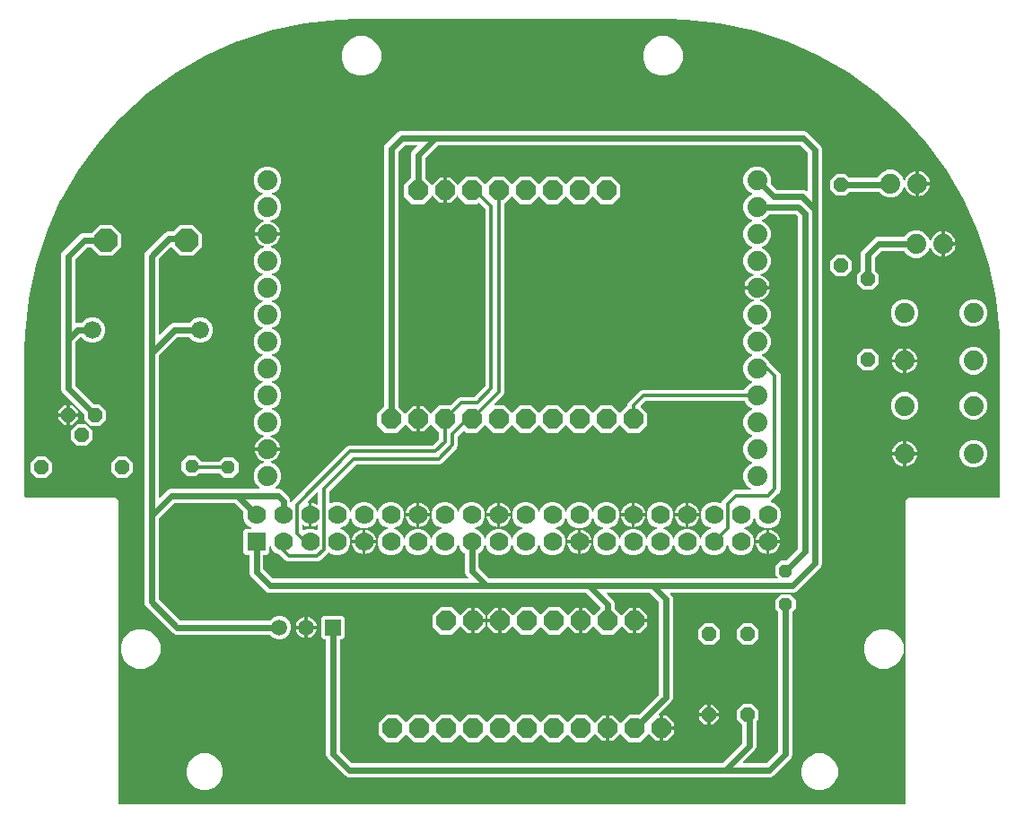
<source format=gbl>
G04 EAGLE Gerber RS-274X export*
G75*
%MOMM*%
%FSLAX34Y34*%
%LPD*%
%INSolder side*%
%IPPOS*%
%AMOC8*
5,1,8,0,0,1.08239X$1,22.5*%
G01*
%ADD10R,1.778000X1.778000*%
%ADD11C,1.778000*%
%ADD12P,2.034460X8X112.500000*%
%ADD13C,1.879600*%
%ADD14P,2.336880X8X22.500000*%
%ADD15P,1.429621X8X202.500000*%
%ADD16P,1.429621X8X292.500000*%
%ADD17R,1.508000X1.508000*%
%ADD18C,1.508000*%
%ADD19P,1.429621X8X112.500000*%
%ADD20P,2.034460X8X292.500000*%
%ADD21C,1.676400*%
%ADD22C,0.609600*%
%ADD23C,0.355600*%
%ADD24P,1.319650X8X22.500000*%

G36*
X370540Y4322D02*
X370540Y4322D01*
X370559Y4320D01*
X370661Y4342D01*
X370763Y4358D01*
X370780Y4368D01*
X370800Y4372D01*
X370889Y4425D01*
X370980Y4474D01*
X370994Y4488D01*
X371011Y4498D01*
X371078Y4577D01*
X371150Y4652D01*
X371158Y4670D01*
X371171Y4685D01*
X371210Y4781D01*
X371253Y4875D01*
X371255Y4895D01*
X371263Y4913D01*
X371281Y5080D01*
X371281Y291789D01*
X373811Y294319D01*
X459420Y294319D01*
X459440Y294322D01*
X459459Y294320D01*
X459561Y294342D01*
X459663Y294358D01*
X459680Y294368D01*
X459700Y294372D01*
X459789Y294425D01*
X459880Y294474D01*
X459894Y294488D01*
X459911Y294498D01*
X459978Y294577D01*
X460050Y294652D01*
X460058Y294670D01*
X460071Y294685D01*
X460110Y294781D01*
X460153Y294875D01*
X460155Y294895D01*
X460163Y294913D01*
X460181Y295080D01*
X460181Y432500D01*
X460180Y432508D01*
X460181Y432520D01*
X459753Y448871D01*
X459749Y448892D01*
X459749Y448930D01*
X456331Y481453D01*
X456323Y481480D01*
X456318Y481532D01*
X449519Y513519D01*
X449509Y513544D01*
X449499Y513595D01*
X439393Y544697D01*
X439381Y544721D01*
X439365Y544771D01*
X426064Y574645D01*
X426049Y574668D01*
X426028Y574716D01*
X409677Y603037D01*
X409659Y603058D01*
X409633Y603104D01*
X390412Y629560D01*
X390392Y629579D01*
X390362Y629622D01*
X368480Y653924D01*
X368458Y653941D01*
X368424Y653980D01*
X344122Y675862D01*
X344098Y675877D01*
X344060Y675912D01*
X317604Y695133D01*
X317579Y695146D01*
X317537Y695177D01*
X289216Y711528D01*
X289191Y711537D01*
X289145Y711564D01*
X259271Y724865D01*
X259244Y724872D01*
X259197Y724893D01*
X228096Y734999D01*
X228068Y735003D01*
X228019Y735019D01*
X196032Y741818D01*
X196004Y741820D01*
X195953Y741831D01*
X163430Y745249D01*
X163408Y745248D01*
X163371Y745253D01*
X147020Y745681D01*
X147012Y745680D01*
X147000Y745681D01*
X-147000Y745681D01*
X-147008Y745680D01*
X-147020Y745681D01*
X-163371Y745253D01*
X-163392Y745249D01*
X-163430Y745249D01*
X-195953Y741831D01*
X-195980Y741823D01*
X-196032Y741818D01*
X-228019Y735019D01*
X-228044Y735009D01*
X-228095Y734999D01*
X-259197Y724893D01*
X-259221Y724881D01*
X-259271Y724865D01*
X-289145Y711564D01*
X-289168Y711549D01*
X-289216Y711528D01*
X-317537Y695177D01*
X-317558Y695159D01*
X-317604Y695133D01*
X-344060Y675912D01*
X-344079Y675892D01*
X-344122Y675862D01*
X-368424Y653980D01*
X-368441Y653958D01*
X-368480Y653924D01*
X-390362Y629622D01*
X-390377Y629598D01*
X-390412Y629560D01*
X-409633Y603104D01*
X-409637Y603095D01*
X-409643Y603089D01*
X-409644Y603087D01*
X-409647Y603084D01*
X-409656Y603065D01*
X-409677Y603037D01*
X-426028Y574716D01*
X-426037Y574691D01*
X-426064Y574645D01*
X-439365Y544771D01*
X-439372Y544744D01*
X-439393Y544697D01*
X-449499Y513596D01*
X-449503Y513568D01*
X-449519Y513519D01*
X-456318Y481532D01*
X-456320Y481504D01*
X-456331Y481453D01*
X-459749Y448930D01*
X-459748Y448908D01*
X-459753Y448871D01*
X-460181Y432520D01*
X-460180Y432512D01*
X-460181Y432500D01*
X-460181Y295080D01*
X-460178Y295060D01*
X-460180Y295041D01*
X-460158Y294939D01*
X-460142Y294837D01*
X-460132Y294820D01*
X-460128Y294800D01*
X-460075Y294711D01*
X-460026Y294620D01*
X-460012Y294606D01*
X-460002Y294589D01*
X-459923Y294522D01*
X-459848Y294450D01*
X-459830Y294442D01*
X-459815Y294429D01*
X-459719Y294390D01*
X-459625Y294347D01*
X-459605Y294345D01*
X-459587Y294337D01*
X-459420Y294319D01*
X-373811Y294319D01*
X-371281Y291789D01*
X-371281Y5080D01*
X-371278Y5060D01*
X-371280Y5041D01*
X-371258Y4939D01*
X-371242Y4837D01*
X-371232Y4820D01*
X-371228Y4800D01*
X-371175Y4711D01*
X-371126Y4620D01*
X-371112Y4606D01*
X-371102Y4589D01*
X-371023Y4522D01*
X-370948Y4450D01*
X-370930Y4442D01*
X-370915Y4429D01*
X-370819Y4390D01*
X-370725Y4347D01*
X-370705Y4345D01*
X-370687Y4337D01*
X-370520Y4319D01*
X370520Y4319D01*
X370540Y4322D01*
G37*
%LPC*%
G36*
X-118396Y63245D02*
X-118396Y63245D01*
X-125985Y70834D01*
X-125985Y81566D01*
X-118396Y89155D01*
X-107664Y89155D01*
X-100868Y82359D01*
X-100852Y82347D01*
X-100840Y82332D01*
X-100752Y82276D01*
X-100669Y82215D01*
X-100650Y82210D01*
X-100633Y82199D01*
X-100532Y82174D01*
X-100433Y82143D01*
X-100414Y82144D01*
X-100394Y82139D01*
X-100291Y82147D01*
X-100188Y82149D01*
X-100169Y82156D01*
X-100149Y82158D01*
X-100054Y82198D01*
X-99957Y82234D01*
X-99941Y82246D01*
X-99923Y82254D01*
X-99792Y82359D01*
X-92996Y89155D01*
X-82264Y89155D01*
X-75468Y82359D01*
X-75452Y82347D01*
X-75440Y82332D01*
X-75352Y82276D01*
X-75269Y82215D01*
X-75250Y82210D01*
X-75233Y82199D01*
X-75132Y82174D01*
X-75033Y82143D01*
X-75014Y82144D01*
X-74994Y82139D01*
X-74891Y82147D01*
X-74788Y82149D01*
X-74769Y82156D01*
X-74749Y82158D01*
X-74654Y82198D01*
X-74557Y82234D01*
X-74541Y82246D01*
X-74523Y82254D01*
X-74392Y82359D01*
X-67596Y89155D01*
X-56864Y89155D01*
X-50068Y82359D01*
X-50052Y82347D01*
X-50040Y82332D01*
X-49952Y82276D01*
X-49869Y82215D01*
X-49850Y82210D01*
X-49833Y82199D01*
X-49732Y82174D01*
X-49633Y82143D01*
X-49614Y82144D01*
X-49594Y82139D01*
X-49491Y82147D01*
X-49388Y82149D01*
X-49369Y82156D01*
X-49349Y82158D01*
X-49254Y82198D01*
X-49157Y82234D01*
X-49141Y82246D01*
X-49123Y82254D01*
X-48992Y82359D01*
X-42196Y89155D01*
X-31464Y89155D01*
X-24668Y82359D01*
X-24652Y82347D01*
X-24640Y82332D01*
X-24552Y82276D01*
X-24469Y82215D01*
X-24450Y82210D01*
X-24433Y82199D01*
X-24332Y82174D01*
X-24233Y82143D01*
X-24214Y82144D01*
X-24194Y82139D01*
X-24091Y82147D01*
X-23988Y82149D01*
X-23969Y82156D01*
X-23949Y82158D01*
X-23854Y82198D01*
X-23757Y82234D01*
X-23741Y82246D01*
X-23723Y82254D01*
X-23592Y82359D01*
X-16796Y89155D01*
X-6064Y89155D01*
X732Y82359D01*
X748Y82347D01*
X760Y82332D01*
X848Y82276D01*
X931Y82215D01*
X950Y82210D01*
X967Y82199D01*
X1068Y82174D01*
X1167Y82143D01*
X1186Y82144D01*
X1206Y82139D01*
X1309Y82147D01*
X1412Y82149D01*
X1431Y82156D01*
X1451Y82158D01*
X1546Y82198D01*
X1643Y82234D01*
X1659Y82246D01*
X1677Y82254D01*
X1808Y82359D01*
X8604Y89155D01*
X19336Y89155D01*
X26132Y82359D01*
X26148Y82347D01*
X26160Y82332D01*
X26248Y82276D01*
X26331Y82215D01*
X26350Y82210D01*
X26367Y82199D01*
X26468Y82174D01*
X26567Y82143D01*
X26586Y82144D01*
X26606Y82139D01*
X26709Y82147D01*
X26812Y82149D01*
X26831Y82156D01*
X26851Y82158D01*
X26946Y82198D01*
X27043Y82234D01*
X27059Y82246D01*
X27077Y82254D01*
X27208Y82359D01*
X34004Y89155D01*
X44736Y89155D01*
X51532Y82359D01*
X51548Y82347D01*
X51560Y82332D01*
X51648Y82276D01*
X51731Y82215D01*
X51750Y82210D01*
X51767Y82199D01*
X51868Y82174D01*
X51967Y82143D01*
X51986Y82144D01*
X52006Y82139D01*
X52109Y82147D01*
X52212Y82149D01*
X52231Y82156D01*
X52251Y82158D01*
X52346Y82198D01*
X52443Y82234D01*
X52459Y82246D01*
X52477Y82254D01*
X52608Y82359D01*
X59404Y89155D01*
X70136Y89155D01*
X77650Y81641D01*
X77666Y81629D01*
X77679Y81613D01*
X77766Y81557D01*
X77850Y81497D01*
X77869Y81491D01*
X77886Y81480D01*
X77986Y81455D01*
X78085Y81425D01*
X78105Y81425D01*
X78124Y81420D01*
X78227Y81428D01*
X78331Y81431D01*
X78350Y81438D01*
X78369Y81439D01*
X78464Y81480D01*
X78562Y81515D01*
X78578Y81528D01*
X78596Y81536D01*
X78727Y81641D01*
X85225Y88139D01*
X88647Y88139D01*
X88647Y76962D01*
X88650Y76942D01*
X88648Y76923D01*
X88670Y76821D01*
X88687Y76719D01*
X88696Y76702D01*
X88700Y76682D01*
X88753Y76593D01*
X88802Y76502D01*
X88816Y76488D01*
X88826Y76471D01*
X88905Y76404D01*
X88980Y76333D01*
X88998Y76324D01*
X89013Y76311D01*
X89109Y76273D01*
X89203Y76229D01*
X89223Y76227D01*
X89241Y76219D01*
X89408Y76201D01*
X90932Y76201D01*
X90952Y76204D01*
X90971Y76202D01*
X91073Y76224D01*
X91175Y76241D01*
X91192Y76250D01*
X91212Y76254D01*
X91301Y76307D01*
X91392Y76356D01*
X91406Y76370D01*
X91423Y76380D01*
X91490Y76459D01*
X91561Y76534D01*
X91570Y76552D01*
X91583Y76567D01*
X91622Y76663D01*
X91665Y76757D01*
X91667Y76777D01*
X91675Y76795D01*
X91693Y76962D01*
X91693Y88139D01*
X95115Y88139D01*
X101613Y81641D01*
X101629Y81629D01*
X101642Y81613D01*
X101729Y81557D01*
X101813Y81497D01*
X101832Y81491D01*
X101849Y81480D01*
X101949Y81455D01*
X102048Y81425D01*
X102068Y81425D01*
X102087Y81420D01*
X102190Y81428D01*
X102294Y81431D01*
X102313Y81438D01*
X102333Y81439D01*
X102427Y81480D01*
X102525Y81515D01*
X102541Y81528D01*
X102559Y81536D01*
X102690Y81641D01*
X110204Y89155D01*
X118869Y89155D01*
X118959Y89169D01*
X119050Y89177D01*
X119080Y89189D01*
X119112Y89194D01*
X119192Y89237D01*
X119276Y89273D01*
X119308Y89299D01*
X119329Y89310D01*
X119351Y89333D01*
X119407Y89378D01*
X137952Y107923D01*
X138005Y107997D01*
X138065Y108066D01*
X138077Y108096D01*
X138096Y108123D01*
X138123Y108210D01*
X138157Y108294D01*
X138161Y108335D01*
X138168Y108358D01*
X138167Y108390D01*
X138175Y108461D01*
X138175Y195069D01*
X138161Y195159D01*
X138153Y195250D01*
X138141Y195280D01*
X138136Y195312D01*
X138093Y195392D01*
X138057Y195476D01*
X138031Y195508D01*
X138020Y195529D01*
X137997Y195551D01*
X137952Y195607D01*
X129567Y203992D01*
X129493Y204045D01*
X129424Y204105D01*
X129394Y204117D01*
X129367Y204136D01*
X129280Y204163D01*
X129196Y204197D01*
X129155Y204201D01*
X129132Y204208D01*
X129100Y204207D01*
X129029Y204215D01*
X90173Y204215D01*
X90102Y204204D01*
X90031Y204202D01*
X89982Y204184D01*
X89930Y204176D01*
X89867Y204142D01*
X89800Y204117D01*
X89759Y204085D01*
X89713Y204060D01*
X89664Y204008D01*
X89608Y203964D01*
X89579Y203920D01*
X89544Y203882D01*
X89513Y203817D01*
X89475Y203757D01*
X89462Y203706D01*
X89440Y203659D01*
X89432Y203588D01*
X89415Y203518D01*
X89419Y203466D01*
X89413Y203415D01*
X89428Y203344D01*
X89434Y203273D01*
X89454Y203225D01*
X89465Y203174D01*
X89502Y203113D01*
X89530Y203047D01*
X89575Y202991D01*
X89591Y202963D01*
X89609Y202948D01*
X89635Y202916D01*
X95769Y196781D01*
X96775Y194354D01*
X96775Y189831D01*
X96789Y189741D01*
X96797Y189650D01*
X96809Y189621D01*
X96814Y189589D01*
X96857Y189508D01*
X96893Y189424D01*
X96919Y189392D01*
X96930Y189371D01*
X96953Y189349D01*
X96998Y189293D01*
X103050Y183241D01*
X103066Y183229D01*
X103079Y183213D01*
X103166Y183157D01*
X103250Y183097D01*
X103269Y183091D01*
X103286Y183080D01*
X103386Y183055D01*
X103485Y183025D01*
X103505Y183025D01*
X103524Y183020D01*
X103627Y183028D01*
X103731Y183031D01*
X103750Y183038D01*
X103769Y183039D01*
X103864Y183080D01*
X103962Y183115D01*
X103978Y183128D01*
X103996Y183136D01*
X104127Y183241D01*
X110625Y189739D01*
X114047Y189739D01*
X114047Y178562D01*
X114050Y178542D01*
X114048Y178523D01*
X114070Y178421D01*
X114087Y178319D01*
X114096Y178302D01*
X114100Y178282D01*
X114153Y178193D01*
X114202Y178102D01*
X114216Y178088D01*
X114226Y178071D01*
X114305Y178004D01*
X114380Y177933D01*
X114398Y177924D01*
X114413Y177911D01*
X114509Y177873D01*
X114603Y177829D01*
X114623Y177827D01*
X114641Y177819D01*
X114808Y177801D01*
X115571Y177801D01*
X115571Y177799D01*
X114808Y177799D01*
X114788Y177796D01*
X114769Y177798D01*
X114667Y177776D01*
X114565Y177759D01*
X114548Y177750D01*
X114528Y177746D01*
X114439Y177693D01*
X114348Y177644D01*
X114334Y177630D01*
X114317Y177620D01*
X114250Y177541D01*
X114179Y177466D01*
X114170Y177448D01*
X114157Y177433D01*
X114118Y177337D01*
X114075Y177243D01*
X114073Y177223D01*
X114065Y177205D01*
X114047Y177038D01*
X114047Y165861D01*
X110625Y165861D01*
X104127Y172359D01*
X104111Y172371D01*
X104098Y172387D01*
X104019Y172437D01*
X104011Y172445D01*
X104005Y172447D01*
X103927Y172503D01*
X103908Y172509D01*
X103891Y172520D01*
X103791Y172545D01*
X103692Y172575D01*
X103672Y172575D01*
X103653Y172580D01*
X103550Y172572D01*
X103446Y172569D01*
X103427Y172562D01*
X103407Y172561D01*
X103313Y172520D01*
X103215Y172485D01*
X103199Y172472D01*
X103181Y172464D01*
X103101Y172400D01*
X103100Y172400D01*
X103050Y172359D01*
X95536Y164845D01*
X84804Y164845D01*
X77290Y172359D01*
X77274Y172371D01*
X77261Y172387D01*
X77182Y172437D01*
X77174Y172445D01*
X77168Y172447D01*
X77090Y172503D01*
X77071Y172509D01*
X77054Y172520D01*
X76954Y172545D01*
X76855Y172575D01*
X76835Y172575D01*
X76816Y172580D01*
X76713Y172572D01*
X76609Y172569D01*
X76590Y172562D01*
X76571Y172561D01*
X76476Y172520D01*
X76378Y172485D01*
X76362Y172472D01*
X76344Y172464D01*
X76265Y172400D01*
X76264Y172400D01*
X76213Y172359D01*
X69715Y165861D01*
X66293Y165861D01*
X66293Y177038D01*
X66290Y177058D01*
X66292Y177077D01*
X66270Y177179D01*
X66253Y177281D01*
X66244Y177298D01*
X66240Y177318D01*
X66187Y177407D01*
X66138Y177498D01*
X66124Y177512D01*
X66114Y177529D01*
X66035Y177596D01*
X65960Y177667D01*
X65942Y177676D01*
X65927Y177689D01*
X65831Y177727D01*
X65737Y177771D01*
X65717Y177773D01*
X65699Y177781D01*
X65532Y177799D01*
X64008Y177799D01*
X63988Y177796D01*
X63969Y177798D01*
X63867Y177776D01*
X63765Y177759D01*
X63748Y177750D01*
X63728Y177746D01*
X63639Y177693D01*
X63548Y177644D01*
X63534Y177630D01*
X63517Y177620D01*
X63450Y177541D01*
X63379Y177466D01*
X63370Y177448D01*
X63357Y177433D01*
X63318Y177337D01*
X63275Y177243D01*
X63273Y177223D01*
X63265Y177205D01*
X63247Y177038D01*
X63247Y165861D01*
X59825Y165861D01*
X53327Y172359D01*
X53311Y172371D01*
X53298Y172387D01*
X53219Y172437D01*
X53211Y172445D01*
X53205Y172447D01*
X53127Y172503D01*
X53108Y172509D01*
X53091Y172520D01*
X52991Y172545D01*
X52892Y172575D01*
X52872Y172575D01*
X52853Y172580D01*
X52750Y172572D01*
X52646Y172569D01*
X52627Y172562D01*
X52607Y172561D01*
X52513Y172520D01*
X52415Y172485D01*
X52399Y172472D01*
X52381Y172464D01*
X52301Y172400D01*
X52300Y172400D01*
X52250Y172359D01*
X44736Y164845D01*
X34004Y164845D01*
X27208Y171641D01*
X27192Y171653D01*
X27180Y171668D01*
X27092Y171724D01*
X27009Y171785D01*
X26990Y171790D01*
X26973Y171801D01*
X26872Y171826D01*
X26773Y171857D01*
X26754Y171856D01*
X26734Y171861D01*
X26631Y171853D01*
X26528Y171851D01*
X26509Y171844D01*
X26489Y171842D01*
X26394Y171802D01*
X26297Y171766D01*
X26281Y171754D01*
X26263Y171746D01*
X26132Y171641D01*
X19336Y164845D01*
X8604Y164845D01*
X1090Y172359D01*
X1074Y172371D01*
X1061Y172387D01*
X982Y172437D01*
X974Y172445D01*
X968Y172447D01*
X890Y172503D01*
X871Y172509D01*
X854Y172520D01*
X754Y172545D01*
X655Y172575D01*
X635Y172575D01*
X616Y172580D01*
X513Y172572D01*
X409Y172569D01*
X390Y172562D01*
X371Y172561D01*
X276Y172520D01*
X178Y172485D01*
X163Y172472D01*
X144Y172464D01*
X65Y172400D01*
X64Y172400D01*
X13Y172359D01*
X-6485Y165861D01*
X-9907Y165861D01*
X-9907Y177038D01*
X-9910Y177058D01*
X-9908Y177077D01*
X-9930Y177179D01*
X-9947Y177281D01*
X-9956Y177298D01*
X-9960Y177318D01*
X-10013Y177407D01*
X-10062Y177498D01*
X-10076Y177512D01*
X-10086Y177529D01*
X-10165Y177596D01*
X-10240Y177667D01*
X-10258Y177676D01*
X-10273Y177689D01*
X-10369Y177727D01*
X-10463Y177771D01*
X-10483Y177773D01*
X-10501Y177781D01*
X-10668Y177799D01*
X-11431Y177799D01*
X-11431Y177801D01*
X-10668Y177801D01*
X-10648Y177804D01*
X-10629Y177802D01*
X-10527Y177824D01*
X-10425Y177841D01*
X-10408Y177850D01*
X-10388Y177854D01*
X-10299Y177907D01*
X-10208Y177956D01*
X-10194Y177970D01*
X-10177Y177980D01*
X-10110Y178059D01*
X-10039Y178134D01*
X-10030Y178152D01*
X-10017Y178167D01*
X-9978Y178263D01*
X-9935Y178357D01*
X-9933Y178377D01*
X-9925Y178395D01*
X-9907Y178562D01*
X-9907Y189739D01*
X-6485Y189739D01*
X13Y183241D01*
X29Y183229D01*
X42Y183213D01*
X129Y183157D01*
X213Y183097D01*
X232Y183091D01*
X249Y183080D01*
X349Y183055D01*
X448Y183025D01*
X468Y183025D01*
X487Y183020D01*
X590Y183028D01*
X694Y183031D01*
X713Y183038D01*
X733Y183039D01*
X827Y183080D01*
X925Y183115D01*
X941Y183128D01*
X959Y183136D01*
X1090Y183241D01*
X8604Y190755D01*
X19336Y190755D01*
X26132Y183959D01*
X26148Y183947D01*
X26160Y183932D01*
X26248Y183876D01*
X26331Y183815D01*
X26350Y183810D01*
X26367Y183799D01*
X26468Y183774D01*
X26567Y183743D01*
X26586Y183744D01*
X26606Y183739D01*
X26709Y183747D01*
X26812Y183749D01*
X26831Y183756D01*
X26851Y183758D01*
X26946Y183798D01*
X27043Y183834D01*
X27059Y183846D01*
X27077Y183854D01*
X27208Y183959D01*
X34004Y190755D01*
X44736Y190755D01*
X52250Y183241D01*
X52266Y183229D01*
X52279Y183213D01*
X52366Y183157D01*
X52450Y183097D01*
X52469Y183091D01*
X52486Y183080D01*
X52586Y183055D01*
X52685Y183025D01*
X52705Y183025D01*
X52724Y183020D01*
X52827Y183028D01*
X52931Y183031D01*
X52950Y183038D01*
X52969Y183039D01*
X53064Y183080D01*
X53162Y183115D01*
X53178Y183128D01*
X53196Y183136D01*
X53327Y183241D01*
X59825Y189739D01*
X63247Y189739D01*
X63247Y178562D01*
X63250Y178542D01*
X63248Y178523D01*
X63270Y178421D01*
X63287Y178319D01*
X63296Y178302D01*
X63300Y178282D01*
X63353Y178193D01*
X63402Y178102D01*
X63416Y178088D01*
X63426Y178071D01*
X63505Y178004D01*
X63580Y177933D01*
X63598Y177924D01*
X63613Y177911D01*
X63709Y177873D01*
X63803Y177829D01*
X63823Y177827D01*
X63841Y177819D01*
X64008Y177801D01*
X65532Y177801D01*
X65552Y177804D01*
X65571Y177802D01*
X65673Y177824D01*
X65775Y177841D01*
X65792Y177850D01*
X65812Y177854D01*
X65901Y177907D01*
X65992Y177956D01*
X66006Y177970D01*
X66023Y177980D01*
X66090Y178059D01*
X66161Y178134D01*
X66170Y178152D01*
X66183Y178167D01*
X66222Y178263D01*
X66265Y178357D01*
X66267Y178377D01*
X66275Y178395D01*
X66293Y178562D01*
X66293Y189739D01*
X69715Y189739D01*
X76213Y183241D01*
X76229Y183229D01*
X76242Y183213D01*
X76329Y183157D01*
X76413Y183097D01*
X76432Y183091D01*
X76449Y183080D01*
X76549Y183055D01*
X76648Y183025D01*
X76668Y183025D01*
X76687Y183020D01*
X76790Y183028D01*
X76894Y183031D01*
X76913Y183038D01*
X76933Y183039D01*
X77027Y183080D01*
X77125Y183115D01*
X77141Y183128D01*
X77159Y183136D01*
X77290Y183241D01*
X83342Y189293D01*
X83395Y189367D01*
X83455Y189436D01*
X83467Y189467D01*
X83486Y189493D01*
X83513Y189580D01*
X83547Y189665D01*
X83551Y189706D01*
X83558Y189728D01*
X83557Y189760D01*
X83565Y189831D01*
X83565Y189989D01*
X83551Y190079D01*
X83543Y190170D01*
X83531Y190200D01*
X83526Y190232D01*
X83483Y190312D01*
X83447Y190396D01*
X83421Y190428D01*
X83410Y190449D01*
X83387Y190471D01*
X83342Y190527D01*
X69877Y203992D01*
X69803Y204045D01*
X69734Y204105D01*
X69704Y204117D01*
X69677Y204136D01*
X69590Y204163D01*
X69506Y204197D01*
X69465Y204201D01*
X69442Y204208D01*
X69410Y204207D01*
X69339Y204215D01*
X-229914Y204215D01*
X-232341Y205221D01*
X-247019Y219899D01*
X-248025Y222326D01*
X-248025Y239092D01*
X-248028Y239112D01*
X-248026Y239131D01*
X-248048Y239233D01*
X-248064Y239335D01*
X-248074Y239352D01*
X-248078Y239372D01*
X-248131Y239461D01*
X-248180Y239552D01*
X-248194Y239566D01*
X-248204Y239583D01*
X-248283Y239650D01*
X-248358Y239722D01*
X-248376Y239730D01*
X-248391Y239743D01*
X-248487Y239782D01*
X-248581Y239825D01*
X-248601Y239827D01*
X-248619Y239835D01*
X-248786Y239853D01*
X-251783Y239853D01*
X-253867Y241937D01*
X-253867Y262663D01*
X-251783Y264747D01*
X-246500Y264747D01*
X-246404Y264762D01*
X-246307Y264772D01*
X-246283Y264782D01*
X-246257Y264786D01*
X-246171Y264832D01*
X-246082Y264872D01*
X-246063Y264889D01*
X-246040Y264902D01*
X-245973Y264972D01*
X-245901Y265038D01*
X-245888Y265061D01*
X-245870Y265080D01*
X-245829Y265168D01*
X-245782Y265254D01*
X-245778Y265279D01*
X-245767Y265303D01*
X-245756Y265400D01*
X-245739Y265496D01*
X-245743Y265522D01*
X-245740Y265547D01*
X-245760Y265643D01*
X-245775Y265739D01*
X-245786Y265762D01*
X-245792Y265788D01*
X-245842Y265871D01*
X-245886Y265958D01*
X-245905Y265977D01*
X-245918Y265999D01*
X-245992Y266062D01*
X-246062Y266130D01*
X-246090Y266146D01*
X-246105Y266159D01*
X-246136Y266171D01*
X-246209Y266211D01*
X-248471Y267148D01*
X-251972Y270649D01*
X-253867Y275224D01*
X-253867Y280194D01*
X-253850Y280265D01*
X-253822Y280379D01*
X-253822Y280385D01*
X-253821Y280391D01*
X-253832Y280508D01*
X-253841Y280624D01*
X-253843Y280630D01*
X-253844Y280636D01*
X-253892Y280744D01*
X-253937Y280850D01*
X-253942Y280856D01*
X-253944Y280861D01*
X-253956Y280875D01*
X-254042Y280981D01*
X-262143Y289082D01*
X-262217Y289135D01*
X-262286Y289195D01*
X-262316Y289207D01*
X-262343Y289226D01*
X-262430Y289253D01*
X-262514Y289287D01*
X-262555Y289291D01*
X-262578Y289298D01*
X-262610Y289297D01*
X-262681Y289305D01*
X-318259Y289305D01*
X-318349Y289291D01*
X-318440Y289283D01*
X-318470Y289271D01*
X-318502Y289266D01*
X-318582Y289223D01*
X-318666Y289187D01*
X-318698Y289161D01*
X-318719Y289150D01*
X-318741Y289127D01*
X-318797Y289082D01*
X-333532Y274347D01*
X-333585Y274273D01*
X-333618Y274235D01*
X-333624Y274229D01*
X-333624Y274228D01*
X-333645Y274204D01*
X-333657Y274174D01*
X-333676Y274147D01*
X-333703Y274060D01*
X-333707Y274050D01*
X-333727Y274006D01*
X-333728Y273997D01*
X-333737Y273976D01*
X-333741Y273935D01*
X-333748Y273912D01*
X-333747Y273880D01*
X-333755Y273809D01*
X-333755Y198631D01*
X-333741Y198541D01*
X-333733Y198450D01*
X-333721Y198420D01*
X-333716Y198388D01*
X-333673Y198308D01*
X-333637Y198224D01*
X-333611Y198192D01*
X-333600Y198171D01*
X-333577Y198149D01*
X-333532Y198093D01*
X-313717Y178278D01*
X-313643Y178225D01*
X-313574Y178165D01*
X-313544Y178153D01*
X-313517Y178134D01*
X-313430Y178107D01*
X-313346Y178073D01*
X-313305Y178069D01*
X-313282Y178062D01*
X-313250Y178063D01*
X-313179Y178055D01*
X-229114Y178055D01*
X-229024Y178069D01*
X-228933Y178077D01*
X-228903Y178089D01*
X-228871Y178094D01*
X-228790Y178137D01*
X-228706Y178173D01*
X-228674Y178199D01*
X-228654Y178210D01*
X-228631Y178233D01*
X-228575Y178278D01*
X-225996Y180857D01*
X-221917Y182547D01*
X-217503Y182547D01*
X-213424Y180857D01*
X-210303Y177736D01*
X-208613Y173657D01*
X-208613Y169243D01*
X-210303Y165164D01*
X-213424Y162043D01*
X-217503Y160353D01*
X-221917Y160353D01*
X-225996Y162043D01*
X-228575Y164622D01*
X-228649Y164675D01*
X-228719Y164735D01*
X-228749Y164747D01*
X-228775Y164766D01*
X-228862Y164793D01*
X-228947Y164827D01*
X-228988Y164831D01*
X-229010Y164838D01*
X-229042Y164837D01*
X-229114Y164845D01*
X-317544Y164845D01*
X-319971Y165851D01*
X-345959Y191839D01*
X-346965Y194266D01*
X-346965Y523284D01*
X-345959Y525711D01*
X-343994Y527676D01*
X-329556Y542114D01*
X-327591Y544079D01*
X-325164Y545085D01*
X-320077Y545085D01*
X-319987Y545099D01*
X-319896Y545107D01*
X-319866Y545119D01*
X-319834Y545124D01*
X-319754Y545167D01*
X-319670Y545203D01*
X-319638Y545229D01*
X-319617Y545240D01*
X-319595Y545263D01*
X-319539Y545308D01*
X-313285Y551562D01*
X-301395Y551562D01*
X-292988Y543155D01*
X-292988Y531265D01*
X-301395Y522858D01*
X-313285Y522858D01*
X-321170Y530743D01*
X-321186Y530755D01*
X-321198Y530770D01*
X-321286Y530827D01*
X-321369Y530887D01*
X-321388Y530893D01*
X-321405Y530903D01*
X-321506Y530929D01*
X-321604Y530959D01*
X-321624Y530959D01*
X-321644Y530964D01*
X-321747Y530955D01*
X-321850Y530953D01*
X-321869Y530946D01*
X-321889Y530944D01*
X-321984Y530904D01*
X-322081Y530868D01*
X-322097Y530856D01*
X-322115Y530848D01*
X-322246Y530743D01*
X-333532Y519457D01*
X-333575Y519398D01*
X-333619Y519352D01*
X-333626Y519336D01*
X-333645Y519314D01*
X-333657Y519284D01*
X-333676Y519257D01*
X-333702Y519173D01*
X-333722Y519129D01*
X-333723Y519119D01*
X-333737Y519086D01*
X-333741Y519045D01*
X-333748Y519022D01*
X-333747Y518990D01*
X-333755Y518919D01*
X-333755Y448313D01*
X-333744Y448242D01*
X-333742Y448171D01*
X-333724Y448122D01*
X-333716Y448070D01*
X-333682Y448007D01*
X-333657Y447940D01*
X-333625Y447899D01*
X-333600Y447853D01*
X-333548Y447804D01*
X-333504Y447748D01*
X-333460Y447719D01*
X-333422Y447684D01*
X-333357Y447653D01*
X-333297Y447615D01*
X-333246Y447602D01*
X-333199Y447580D01*
X-333128Y447572D01*
X-333058Y447555D01*
X-333006Y447559D01*
X-332955Y447553D01*
X-332884Y447568D01*
X-332813Y447574D01*
X-332765Y447594D01*
X-332714Y447605D01*
X-332653Y447642D01*
X-332587Y447670D01*
X-332531Y447715D01*
X-332503Y447731D01*
X-332488Y447749D01*
X-332456Y447775D01*
X-324476Y455754D01*
X-322511Y457719D01*
X-320084Y458725D01*
X-305235Y458725D01*
X-305144Y458739D01*
X-305054Y458747D01*
X-305024Y458759D01*
X-304992Y458764D01*
X-304911Y458807D01*
X-304827Y458843D01*
X-304795Y458869D01*
X-304774Y458880D01*
X-304752Y458903D01*
X-304696Y458948D01*
X-301403Y462241D01*
X-297015Y464059D01*
X-292265Y464059D01*
X-287877Y462241D01*
X-284519Y458883D01*
X-282701Y454495D01*
X-282701Y449745D01*
X-284519Y445357D01*
X-287877Y441999D01*
X-292265Y440181D01*
X-297015Y440181D01*
X-301403Y441999D01*
X-304696Y445292D01*
X-304770Y445345D01*
X-304840Y445405D01*
X-304870Y445417D01*
X-304896Y445436D01*
X-304983Y445463D01*
X-305068Y445497D01*
X-305109Y445501D01*
X-305131Y445508D01*
X-305163Y445507D01*
X-305235Y445515D01*
X-315719Y445515D01*
X-315809Y445501D01*
X-315900Y445493D01*
X-315930Y445481D01*
X-315962Y445476D01*
X-316042Y445433D01*
X-316126Y445397D01*
X-316158Y445371D01*
X-316179Y445360D01*
X-316201Y445337D01*
X-316257Y445292D01*
X-333532Y428017D01*
X-333585Y427943D01*
X-333645Y427874D01*
X-333657Y427844D01*
X-333676Y427817D01*
X-333703Y427730D01*
X-333737Y427646D01*
X-333741Y427605D01*
X-333748Y427582D01*
X-333747Y427550D01*
X-333755Y427479D01*
X-333755Y294643D01*
X-333744Y294572D01*
X-333742Y294501D01*
X-333724Y294452D01*
X-333716Y294400D01*
X-333682Y294337D01*
X-333657Y294270D01*
X-333625Y294229D01*
X-333600Y294183D01*
X-333548Y294134D01*
X-333504Y294078D01*
X-333460Y294049D01*
X-333422Y294014D01*
X-333357Y293983D01*
X-333297Y293945D01*
X-333246Y293932D01*
X-333199Y293910D01*
X-333128Y293902D01*
X-333058Y293885D01*
X-333006Y293889D01*
X-332955Y293883D01*
X-332884Y293898D01*
X-332813Y293904D01*
X-332765Y293924D01*
X-332714Y293935D01*
X-332653Y293972D01*
X-332587Y294000D01*
X-332531Y294045D01*
X-332503Y294061D01*
X-332488Y294079D01*
X-332456Y294105D01*
X-325051Y301509D01*
X-322624Y302515D01*
X-239267Y302515D01*
X-239196Y302526D01*
X-239124Y302528D01*
X-239075Y302546D01*
X-239024Y302554D01*
X-238961Y302588D01*
X-238893Y302613D01*
X-238853Y302645D01*
X-238807Y302670D01*
X-238757Y302722D01*
X-238701Y302766D01*
X-238673Y302810D01*
X-238637Y302848D01*
X-238607Y302913D01*
X-238568Y302973D01*
X-238556Y303024D01*
X-238534Y303071D01*
X-238526Y303142D01*
X-238508Y303212D01*
X-238512Y303264D01*
X-238507Y303315D01*
X-238522Y303386D01*
X-238527Y303457D01*
X-238548Y303505D01*
X-238559Y303556D01*
X-238596Y303617D01*
X-238624Y303683D01*
X-238669Y303739D01*
X-238685Y303767D01*
X-238703Y303782D01*
X-238729Y303814D01*
X-241968Y307053D01*
X-243940Y311815D01*
X-243940Y316968D01*
X-241968Y321730D01*
X-238324Y325374D01*
X-234482Y326965D01*
X-234396Y327019D01*
X-234307Y327067D01*
X-234291Y327083D01*
X-234273Y327095D01*
X-234208Y327173D01*
X-234139Y327247D01*
X-234130Y327267D01*
X-234116Y327285D01*
X-234079Y327379D01*
X-234038Y327471D01*
X-234035Y327494D01*
X-234028Y327514D01*
X-234023Y327615D01*
X-234013Y327716D01*
X-234018Y327738D01*
X-234017Y327760D01*
X-234045Y327857D01*
X-234068Y327956D01*
X-234080Y327975D01*
X-234086Y327996D01*
X-234143Y328079D01*
X-234196Y328166D01*
X-234213Y328180D01*
X-234226Y328198D01*
X-234307Y328259D01*
X-234385Y328324D01*
X-234410Y328335D01*
X-234423Y328345D01*
X-234454Y328355D01*
X-234538Y328393D01*
X-235568Y328728D01*
X-237242Y329581D01*
X-238763Y330685D01*
X-240091Y332014D01*
X-241196Y333534D01*
X-242049Y335209D01*
X-242630Y336996D01*
X-242832Y338268D01*
X-231747Y338268D01*
X-231728Y338272D01*
X-231708Y338269D01*
X-231607Y338291D01*
X-231505Y338308D01*
X-231487Y338317D01*
X-231468Y338322D01*
X-231379Y338375D01*
X-231287Y338423D01*
X-231274Y338438D01*
X-231256Y338448D01*
X-231189Y338527D01*
X-231118Y338602D01*
X-231109Y338620D01*
X-231097Y338635D01*
X-231058Y338731D01*
X-231014Y338825D01*
X-231012Y338844D01*
X-231005Y338863D01*
X-230986Y339030D01*
X-230986Y340554D01*
X-230989Y340573D01*
X-230987Y340593D01*
X-231009Y340694D01*
X-231026Y340796D01*
X-231035Y340814D01*
X-231039Y340833D01*
X-231093Y340922D01*
X-231141Y341014D01*
X-231155Y341027D01*
X-231166Y341045D01*
X-231244Y341112D01*
X-231319Y341183D01*
X-231337Y341191D01*
X-231352Y341204D01*
X-231449Y341243D01*
X-231542Y341287D01*
X-231562Y341289D01*
X-231581Y341296D01*
X-231747Y341315D01*
X-242832Y341315D01*
X-242630Y342587D01*
X-242049Y344375D01*
X-241196Y346049D01*
X-240091Y347569D01*
X-238763Y348898D01*
X-237242Y350003D01*
X-235568Y350856D01*
X-234538Y351190D01*
X-234448Y351237D01*
X-234355Y351278D01*
X-234339Y351293D01*
X-234319Y351303D01*
X-234249Y351376D01*
X-234174Y351445D01*
X-234163Y351464D01*
X-234148Y351480D01*
X-234104Y351571D01*
X-234055Y351660D01*
X-234052Y351682D01*
X-234042Y351702D01*
X-234030Y351802D01*
X-234012Y351902D01*
X-234015Y351924D01*
X-234012Y351946D01*
X-234033Y352045D01*
X-234048Y352145D01*
X-234058Y352165D01*
X-234062Y352187D01*
X-234113Y352274D01*
X-234159Y352365D01*
X-234175Y352380D01*
X-234186Y352399D01*
X-234262Y352466D01*
X-234335Y352537D01*
X-234359Y352550D01*
X-234371Y352561D01*
X-234401Y352574D01*
X-234482Y352618D01*
X-238324Y354209D01*
X-241968Y357853D01*
X-243940Y362615D01*
X-243940Y367768D01*
X-241968Y372530D01*
X-238324Y376174D01*
X-235875Y377188D01*
X-235814Y377226D01*
X-235749Y377255D01*
X-235710Y377290D01*
X-235666Y377318D01*
X-235620Y377373D01*
X-235567Y377422D01*
X-235542Y377467D01*
X-235509Y377507D01*
X-235483Y377574D01*
X-235449Y377637D01*
X-235440Y377688D01*
X-235421Y377737D01*
X-235418Y377809D01*
X-235405Y377879D01*
X-235413Y377931D01*
X-235411Y377983D01*
X-235430Y378052D01*
X-235441Y378123D01*
X-235465Y378169D01*
X-235479Y378219D01*
X-235520Y378278D01*
X-235552Y378342D01*
X-235590Y378378D01*
X-235619Y378421D01*
X-235677Y378464D01*
X-235728Y378514D01*
X-235791Y378549D01*
X-235817Y378568D01*
X-235839Y378575D01*
X-235875Y378595D01*
X-238324Y379609D01*
X-241968Y383253D01*
X-243940Y388015D01*
X-243940Y393168D01*
X-241968Y397930D01*
X-238324Y401574D01*
X-235875Y402588D01*
X-235814Y402626D01*
X-235749Y402655D01*
X-235710Y402690D01*
X-235666Y402718D01*
X-235620Y402773D01*
X-235567Y402822D01*
X-235542Y402867D01*
X-235509Y402907D01*
X-235483Y402974D01*
X-235449Y403037D01*
X-235440Y403088D01*
X-235421Y403137D01*
X-235418Y403209D01*
X-235405Y403279D01*
X-235413Y403331D01*
X-235411Y403383D01*
X-235430Y403452D01*
X-235441Y403523D01*
X-235465Y403569D01*
X-235479Y403619D01*
X-235520Y403678D01*
X-235552Y403742D01*
X-235590Y403778D01*
X-235619Y403821D01*
X-235677Y403864D01*
X-235728Y403914D01*
X-235791Y403949D01*
X-235817Y403968D01*
X-235839Y403975D01*
X-235875Y403995D01*
X-238324Y405009D01*
X-241968Y408653D01*
X-243940Y413415D01*
X-243940Y418568D01*
X-241968Y423330D01*
X-238324Y426974D01*
X-235875Y427988D01*
X-235814Y428026D01*
X-235749Y428055D01*
X-235710Y428090D01*
X-235666Y428118D01*
X-235620Y428173D01*
X-235567Y428222D01*
X-235542Y428267D01*
X-235509Y428307D01*
X-235483Y428374D01*
X-235449Y428437D01*
X-235440Y428488D01*
X-235421Y428537D01*
X-235418Y428609D01*
X-235405Y428679D01*
X-235413Y428731D01*
X-235411Y428783D01*
X-235430Y428852D01*
X-235441Y428923D01*
X-235465Y428969D01*
X-235479Y429019D01*
X-235520Y429078D01*
X-235552Y429142D01*
X-235590Y429178D01*
X-235619Y429221D01*
X-235677Y429264D01*
X-235728Y429314D01*
X-235791Y429349D01*
X-235817Y429368D01*
X-235839Y429375D01*
X-235875Y429395D01*
X-238324Y430409D01*
X-241968Y434053D01*
X-243940Y438815D01*
X-243940Y443968D01*
X-241968Y448730D01*
X-238324Y452374D01*
X-235875Y453388D01*
X-235814Y453426D01*
X-235749Y453455D01*
X-235710Y453490D01*
X-235666Y453518D01*
X-235620Y453573D01*
X-235567Y453622D01*
X-235542Y453667D01*
X-235509Y453707D01*
X-235483Y453774D01*
X-235449Y453837D01*
X-235440Y453888D01*
X-235421Y453937D01*
X-235418Y454009D01*
X-235405Y454079D01*
X-235413Y454131D01*
X-235411Y454183D01*
X-235430Y454252D01*
X-235441Y454323D01*
X-235465Y454369D01*
X-235479Y454419D01*
X-235520Y454478D01*
X-235552Y454542D01*
X-235590Y454578D01*
X-235619Y454621D01*
X-235677Y454664D01*
X-235728Y454714D01*
X-235791Y454749D01*
X-235817Y454768D01*
X-235839Y454775D01*
X-235875Y454795D01*
X-238324Y455809D01*
X-241968Y459453D01*
X-243940Y464215D01*
X-243940Y469368D01*
X-241968Y474130D01*
X-238324Y477774D01*
X-235875Y478788D01*
X-235814Y478826D01*
X-235749Y478855D01*
X-235710Y478890D01*
X-235666Y478918D01*
X-235620Y478973D01*
X-235567Y479022D01*
X-235542Y479067D01*
X-235509Y479107D01*
X-235483Y479174D01*
X-235449Y479237D01*
X-235440Y479288D01*
X-235421Y479337D01*
X-235418Y479409D01*
X-235405Y479479D01*
X-235413Y479531D01*
X-235411Y479583D01*
X-235430Y479652D01*
X-235441Y479723D01*
X-235465Y479769D01*
X-235479Y479819D01*
X-235520Y479878D01*
X-235552Y479942D01*
X-235590Y479978D01*
X-235619Y480021D01*
X-235677Y480064D01*
X-235728Y480114D01*
X-235791Y480149D01*
X-235817Y480168D01*
X-235839Y480175D01*
X-235875Y480195D01*
X-238324Y481209D01*
X-241968Y484853D01*
X-243940Y489615D01*
X-243940Y494768D01*
X-241968Y499530D01*
X-238324Y503174D01*
X-235875Y504188D01*
X-235814Y504226D01*
X-235749Y504255D01*
X-235710Y504290D01*
X-235666Y504318D01*
X-235620Y504373D01*
X-235567Y504422D01*
X-235542Y504467D01*
X-235509Y504507D01*
X-235483Y504574D01*
X-235449Y504637D01*
X-235440Y504688D01*
X-235421Y504737D01*
X-235418Y504809D01*
X-235405Y504879D01*
X-235413Y504931D01*
X-235411Y504983D01*
X-235430Y505052D01*
X-235441Y505123D01*
X-235465Y505169D01*
X-235479Y505219D01*
X-235520Y505278D01*
X-235552Y505342D01*
X-235590Y505378D01*
X-235619Y505421D01*
X-235677Y505464D01*
X-235728Y505514D01*
X-235791Y505549D01*
X-235817Y505568D01*
X-235839Y505575D01*
X-235875Y505595D01*
X-238324Y506609D01*
X-241968Y510253D01*
X-243940Y515015D01*
X-243940Y520168D01*
X-241968Y524930D01*
X-238324Y528574D01*
X-234482Y530165D01*
X-234396Y530219D01*
X-234307Y530267D01*
X-234291Y530283D01*
X-234273Y530295D01*
X-234208Y530373D01*
X-234139Y530447D01*
X-234130Y530467D01*
X-234116Y530485D01*
X-234079Y530579D01*
X-234038Y530671D01*
X-234035Y530694D01*
X-234028Y530714D01*
X-234023Y530815D01*
X-234013Y530916D01*
X-234018Y530938D01*
X-234017Y530960D01*
X-234045Y531057D01*
X-234068Y531156D01*
X-234080Y531175D01*
X-234086Y531196D01*
X-234143Y531279D01*
X-234196Y531366D01*
X-234213Y531380D01*
X-234226Y531398D01*
X-234307Y531459D01*
X-234385Y531524D01*
X-234410Y531535D01*
X-234423Y531545D01*
X-234454Y531555D01*
X-234538Y531593D01*
X-235568Y531928D01*
X-237242Y532781D01*
X-238763Y533885D01*
X-240091Y535214D01*
X-241196Y536734D01*
X-242049Y538409D01*
X-242630Y540196D01*
X-242832Y541468D01*
X-231747Y541468D01*
X-231728Y541472D01*
X-231708Y541469D01*
X-231607Y541491D01*
X-231505Y541508D01*
X-231487Y541517D01*
X-231468Y541522D01*
X-231379Y541575D01*
X-231287Y541623D01*
X-231274Y541638D01*
X-231256Y541648D01*
X-231189Y541727D01*
X-231118Y541802D01*
X-231109Y541820D01*
X-231097Y541835D01*
X-231058Y541931D01*
X-231014Y542025D01*
X-231012Y542044D01*
X-231005Y542063D01*
X-230986Y542230D01*
X-230986Y543754D01*
X-230989Y543773D01*
X-230987Y543793D01*
X-231009Y543894D01*
X-231026Y543996D01*
X-231035Y544014D01*
X-231039Y544033D01*
X-231093Y544122D01*
X-231141Y544214D01*
X-231155Y544227D01*
X-231166Y544245D01*
X-231244Y544312D01*
X-231319Y544383D01*
X-231337Y544391D01*
X-231352Y544404D01*
X-231449Y544443D01*
X-231542Y544487D01*
X-231562Y544489D01*
X-231581Y544496D01*
X-231747Y544515D01*
X-242832Y544515D01*
X-242630Y545787D01*
X-242049Y547575D01*
X-241196Y549249D01*
X-240091Y550769D01*
X-238763Y552098D01*
X-237242Y553203D01*
X-235568Y554056D01*
X-234538Y554390D01*
X-234448Y554437D01*
X-234355Y554478D01*
X-234339Y554493D01*
X-234319Y554503D01*
X-234249Y554576D01*
X-234174Y554645D01*
X-234163Y554664D01*
X-234148Y554680D01*
X-234104Y554771D01*
X-234055Y554860D01*
X-234052Y554882D01*
X-234042Y554902D01*
X-234030Y555002D01*
X-234012Y555102D01*
X-234015Y555124D01*
X-234012Y555146D01*
X-234033Y555245D01*
X-234048Y555345D01*
X-234058Y555365D01*
X-234062Y555387D01*
X-234113Y555474D01*
X-234159Y555565D01*
X-234175Y555580D01*
X-234186Y555599D01*
X-234262Y555666D01*
X-234335Y555737D01*
X-234359Y555750D01*
X-234371Y555761D01*
X-234401Y555774D01*
X-234482Y555818D01*
X-238324Y557409D01*
X-241968Y561053D01*
X-243940Y565815D01*
X-243940Y570968D01*
X-241968Y575730D01*
X-238324Y579374D01*
X-235875Y580388D01*
X-235814Y580426D01*
X-235749Y580455D01*
X-235710Y580490D01*
X-235666Y580518D01*
X-235620Y580573D01*
X-235567Y580622D01*
X-235542Y580667D01*
X-235509Y580707D01*
X-235483Y580774D01*
X-235449Y580837D01*
X-235440Y580888D01*
X-235421Y580937D01*
X-235418Y581009D01*
X-235405Y581079D01*
X-235413Y581131D01*
X-235411Y581183D01*
X-235430Y581252D01*
X-235441Y581323D01*
X-235465Y581369D01*
X-235479Y581419D01*
X-235520Y581478D01*
X-235552Y581542D01*
X-235590Y581578D01*
X-235619Y581621D01*
X-235677Y581664D01*
X-235728Y581714D01*
X-235791Y581749D01*
X-235817Y581768D01*
X-235839Y581775D01*
X-235875Y581795D01*
X-238324Y582809D01*
X-241968Y586453D01*
X-243940Y591215D01*
X-243940Y596368D01*
X-241968Y601130D01*
X-238324Y604774D01*
X-233562Y606746D01*
X-228408Y606746D01*
X-223647Y604774D01*
X-220003Y601130D01*
X-218030Y596368D01*
X-218030Y591215D01*
X-220003Y586453D01*
X-223647Y582809D01*
X-226095Y581795D01*
X-226156Y581757D01*
X-226222Y581728D01*
X-226260Y581693D01*
X-226305Y581665D01*
X-226350Y581610D01*
X-226403Y581562D01*
X-226428Y581516D01*
X-226461Y581476D01*
X-226487Y581409D01*
X-226522Y581346D01*
X-226531Y581295D01*
X-226550Y581246D01*
X-226553Y581175D01*
X-226565Y581104D01*
X-226558Y581052D01*
X-226560Y581000D01*
X-226540Y580932D01*
X-226530Y580861D01*
X-226506Y580814D01*
X-226491Y580764D01*
X-226451Y580705D01*
X-226418Y580641D01*
X-226381Y580605D01*
X-226351Y580562D01*
X-226294Y580519D01*
X-226242Y580469D01*
X-226180Y580435D01*
X-226154Y580415D01*
X-226132Y580408D01*
X-226095Y580388D01*
X-223647Y579374D01*
X-220003Y575730D01*
X-218030Y570968D01*
X-218030Y565815D01*
X-220003Y561053D01*
X-223647Y557409D01*
X-227489Y555818D01*
X-227575Y555765D01*
X-227664Y555716D01*
X-227679Y555700D01*
X-227698Y555688D01*
X-227762Y555610D01*
X-227831Y555536D01*
X-227841Y555516D01*
X-227855Y555499D01*
X-227891Y555404D01*
X-227933Y555312D01*
X-227935Y555290D01*
X-227943Y555269D01*
X-227947Y555168D01*
X-227957Y555067D01*
X-227952Y555046D01*
X-227953Y555023D01*
X-227925Y554926D01*
X-227903Y554827D01*
X-227891Y554808D01*
X-227885Y554787D01*
X-227827Y554704D01*
X-227774Y554618D01*
X-227757Y554603D01*
X-227745Y554585D01*
X-227663Y554525D01*
X-227586Y554460D01*
X-227561Y554448D01*
X-227547Y554438D01*
X-227516Y554428D01*
X-227433Y554390D01*
X-226402Y554056D01*
X-224728Y553203D01*
X-223208Y552098D01*
X-221879Y550769D01*
X-220774Y549249D01*
X-219921Y547575D01*
X-219340Y545787D01*
X-219139Y544515D01*
X-230223Y544515D01*
X-230243Y544512D01*
X-230263Y544514D01*
X-230364Y544492D01*
X-230466Y544475D01*
X-230483Y544466D01*
X-230503Y544462D01*
X-230592Y544408D01*
X-230683Y544360D01*
X-230697Y544346D01*
X-230714Y544335D01*
X-230781Y544257D01*
X-230853Y544182D01*
X-230861Y544164D01*
X-230874Y544148D01*
X-230913Y544052D01*
X-230956Y543959D01*
X-230958Y543939D01*
X-230966Y543920D01*
X-230984Y543754D01*
X-230984Y542230D01*
X-230981Y542210D01*
X-230983Y542190D01*
X-230961Y542089D01*
X-230945Y541987D01*
X-230935Y541969D01*
X-230931Y541950D01*
X-230878Y541861D01*
X-230830Y541770D01*
X-230815Y541756D01*
X-230805Y541739D01*
X-230726Y541671D01*
X-230651Y541600D01*
X-230633Y541592D01*
X-230618Y541579D01*
X-230522Y541540D01*
X-230428Y541497D01*
X-230408Y541494D01*
X-230390Y541487D01*
X-230223Y541468D01*
X-219139Y541468D01*
X-219340Y540196D01*
X-219921Y538409D01*
X-220774Y536734D01*
X-221879Y535214D01*
X-223208Y533885D01*
X-224728Y532781D01*
X-226402Y531928D01*
X-227433Y531593D01*
X-227523Y531546D01*
X-227615Y531505D01*
X-227632Y531490D01*
X-227651Y531480D01*
X-227722Y531407D01*
X-227796Y531339D01*
X-227807Y531319D01*
X-227823Y531303D01*
X-227866Y531212D01*
X-227915Y531123D01*
X-227919Y531101D01*
X-227928Y531081D01*
X-227941Y530981D01*
X-227959Y530881D01*
X-227955Y530859D01*
X-227958Y530837D01*
X-227938Y530738D01*
X-227923Y530638D01*
X-227913Y530618D01*
X-227908Y530596D01*
X-227857Y530509D01*
X-227811Y530419D01*
X-227796Y530403D01*
X-227784Y530384D01*
X-227708Y530317D01*
X-227636Y530246D01*
X-227612Y530233D01*
X-227599Y530222D01*
X-227569Y530210D01*
X-227489Y530165D01*
X-223647Y528574D01*
X-220003Y524930D01*
X-218030Y520168D01*
X-218030Y515015D01*
X-220003Y510253D01*
X-223647Y506609D01*
X-226095Y505595D01*
X-226156Y505557D01*
X-226222Y505528D01*
X-226260Y505493D01*
X-226305Y505465D01*
X-226350Y505410D01*
X-226403Y505362D01*
X-226428Y505316D01*
X-226461Y505276D01*
X-226487Y505209D01*
X-226522Y505146D01*
X-226531Y505095D01*
X-226550Y505046D01*
X-226553Y504975D01*
X-226565Y504904D01*
X-226558Y504852D01*
X-226560Y504800D01*
X-226540Y504732D01*
X-226530Y504661D01*
X-226506Y504614D01*
X-226491Y504564D01*
X-226451Y504505D01*
X-226418Y504441D01*
X-226381Y504405D01*
X-226351Y504362D01*
X-226294Y504319D01*
X-226242Y504269D01*
X-226180Y504235D01*
X-226154Y504215D01*
X-226132Y504208D01*
X-226095Y504188D01*
X-223647Y503174D01*
X-220003Y499530D01*
X-218030Y494768D01*
X-218030Y489615D01*
X-220003Y484853D01*
X-223647Y481209D01*
X-226095Y480195D01*
X-226156Y480157D01*
X-226222Y480128D01*
X-226260Y480093D01*
X-226305Y480065D01*
X-226350Y480010D01*
X-226403Y479962D01*
X-226428Y479916D01*
X-226461Y479876D01*
X-226487Y479809D01*
X-226522Y479746D01*
X-226531Y479695D01*
X-226550Y479646D01*
X-226553Y479575D01*
X-226565Y479504D01*
X-226558Y479452D01*
X-226560Y479400D01*
X-226540Y479332D01*
X-226530Y479261D01*
X-226506Y479214D01*
X-226491Y479164D01*
X-226451Y479105D01*
X-226418Y479041D01*
X-226381Y479005D01*
X-226351Y478962D01*
X-226294Y478919D01*
X-226242Y478869D01*
X-226180Y478835D01*
X-226154Y478815D01*
X-226132Y478808D01*
X-226095Y478788D01*
X-223647Y477774D01*
X-220003Y474130D01*
X-218030Y469368D01*
X-218030Y464215D01*
X-220003Y459453D01*
X-223647Y455809D01*
X-226095Y454795D01*
X-226156Y454757D01*
X-226222Y454728D01*
X-226260Y454693D01*
X-226305Y454665D01*
X-226350Y454610D01*
X-226403Y454562D01*
X-226428Y454516D01*
X-226461Y454476D01*
X-226487Y454409D01*
X-226522Y454346D01*
X-226531Y454295D01*
X-226550Y454246D01*
X-226553Y454175D01*
X-226565Y454104D01*
X-226558Y454052D01*
X-226560Y454000D01*
X-226540Y453932D01*
X-226530Y453861D01*
X-226506Y453814D01*
X-226491Y453764D01*
X-226451Y453705D01*
X-226418Y453641D01*
X-226381Y453605D01*
X-226351Y453562D01*
X-226294Y453519D01*
X-226242Y453469D01*
X-226180Y453435D01*
X-226154Y453415D01*
X-226132Y453408D01*
X-226095Y453388D01*
X-223647Y452374D01*
X-220003Y448730D01*
X-218030Y443968D01*
X-218030Y438815D01*
X-220003Y434053D01*
X-223647Y430409D01*
X-226095Y429395D01*
X-226156Y429357D01*
X-226222Y429328D01*
X-226260Y429293D01*
X-226305Y429265D01*
X-226350Y429210D01*
X-226403Y429162D01*
X-226428Y429116D01*
X-226461Y429076D01*
X-226487Y429009D01*
X-226522Y428946D01*
X-226531Y428895D01*
X-226550Y428846D01*
X-226553Y428775D01*
X-226565Y428704D01*
X-226558Y428652D01*
X-226560Y428600D01*
X-226540Y428532D01*
X-226530Y428461D01*
X-226506Y428414D01*
X-226491Y428364D01*
X-226451Y428305D01*
X-226418Y428241D01*
X-226381Y428205D01*
X-226351Y428162D01*
X-226294Y428119D01*
X-226242Y428069D01*
X-226180Y428035D01*
X-226154Y428015D01*
X-226132Y428008D01*
X-226095Y427988D01*
X-223647Y426974D01*
X-220003Y423330D01*
X-218030Y418568D01*
X-218030Y413415D01*
X-220003Y408653D01*
X-223647Y405009D01*
X-226095Y403995D01*
X-226156Y403957D01*
X-226222Y403928D01*
X-226260Y403893D01*
X-226305Y403865D01*
X-226350Y403810D01*
X-226403Y403762D01*
X-226428Y403716D01*
X-226461Y403676D01*
X-226487Y403609D01*
X-226522Y403546D01*
X-226531Y403495D01*
X-226550Y403446D01*
X-226553Y403375D01*
X-226565Y403304D01*
X-226558Y403252D01*
X-226560Y403200D01*
X-226540Y403132D01*
X-226530Y403061D01*
X-226506Y403014D01*
X-226491Y402964D01*
X-226451Y402905D01*
X-226418Y402841D01*
X-226381Y402805D01*
X-226351Y402762D01*
X-226294Y402719D01*
X-226242Y402669D01*
X-226180Y402635D01*
X-226154Y402615D01*
X-226132Y402608D01*
X-226095Y402588D01*
X-223647Y401574D01*
X-220003Y397930D01*
X-218030Y393168D01*
X-218030Y388015D01*
X-220003Y383253D01*
X-223647Y379609D01*
X-226095Y378595D01*
X-226156Y378557D01*
X-226222Y378528D01*
X-226260Y378493D01*
X-226305Y378465D01*
X-226350Y378410D01*
X-226403Y378362D01*
X-226428Y378316D01*
X-226461Y378276D01*
X-226487Y378209D01*
X-226522Y378146D01*
X-226531Y378095D01*
X-226550Y378046D01*
X-226553Y377975D01*
X-226565Y377904D01*
X-226558Y377852D01*
X-226560Y377800D01*
X-226540Y377732D01*
X-226530Y377661D01*
X-226506Y377614D01*
X-226491Y377564D01*
X-226451Y377505D01*
X-226418Y377441D01*
X-226381Y377405D01*
X-226351Y377362D01*
X-226294Y377319D01*
X-226242Y377269D01*
X-226180Y377235D01*
X-226154Y377215D01*
X-226132Y377208D01*
X-226095Y377188D01*
X-223647Y376174D01*
X-220003Y372530D01*
X-218030Y367768D01*
X-218030Y362615D01*
X-220003Y357853D01*
X-223647Y354209D01*
X-227489Y352618D01*
X-227575Y352565D01*
X-227664Y352516D01*
X-227679Y352500D01*
X-227698Y352488D01*
X-227762Y352410D01*
X-227831Y352336D01*
X-227841Y352316D01*
X-227855Y352299D01*
X-227891Y352204D01*
X-227933Y352112D01*
X-227935Y352090D01*
X-227943Y352069D01*
X-227947Y351968D01*
X-227957Y351867D01*
X-227952Y351846D01*
X-227953Y351823D01*
X-227925Y351726D01*
X-227903Y351627D01*
X-227891Y351608D01*
X-227885Y351587D01*
X-227827Y351504D01*
X-227774Y351418D01*
X-227757Y351403D01*
X-227745Y351385D01*
X-227663Y351325D01*
X-227586Y351260D01*
X-227561Y351248D01*
X-227547Y351238D01*
X-227516Y351228D01*
X-227433Y351190D01*
X-226402Y350856D01*
X-224728Y350003D01*
X-223208Y348898D01*
X-221879Y347569D01*
X-220774Y346049D01*
X-219921Y344375D01*
X-219340Y342587D01*
X-219139Y341315D01*
X-230223Y341315D01*
X-230243Y341312D01*
X-230263Y341314D01*
X-230364Y341292D01*
X-230466Y341275D01*
X-230483Y341266D01*
X-230503Y341262D01*
X-230592Y341208D01*
X-230683Y341160D01*
X-230697Y341146D01*
X-230714Y341135D01*
X-230781Y341057D01*
X-230853Y340982D01*
X-230861Y340964D01*
X-230874Y340948D01*
X-230913Y340852D01*
X-230956Y340759D01*
X-230958Y340739D01*
X-230966Y340720D01*
X-230984Y340554D01*
X-230984Y339030D01*
X-230981Y339010D01*
X-230983Y338990D01*
X-230961Y338889D01*
X-230945Y338787D01*
X-230935Y338769D01*
X-230931Y338750D01*
X-230878Y338661D01*
X-230830Y338570D01*
X-230815Y338556D01*
X-230805Y338539D01*
X-230726Y338471D01*
X-230651Y338400D01*
X-230633Y338392D01*
X-230618Y338379D01*
X-230522Y338340D01*
X-230428Y338297D01*
X-230408Y338294D01*
X-230390Y338287D01*
X-230223Y338268D01*
X-219139Y338268D01*
X-219340Y336996D01*
X-219921Y335209D01*
X-220774Y333534D01*
X-221879Y332014D01*
X-223208Y330685D01*
X-224728Y329581D01*
X-226402Y328728D01*
X-227433Y328393D01*
X-227523Y328346D01*
X-227615Y328305D01*
X-227632Y328290D01*
X-227651Y328280D01*
X-227722Y328207D01*
X-227796Y328139D01*
X-227807Y328119D01*
X-227823Y328103D01*
X-227866Y328012D01*
X-227915Y327923D01*
X-227919Y327901D01*
X-227928Y327881D01*
X-227941Y327781D01*
X-227959Y327681D01*
X-227955Y327659D01*
X-227958Y327637D01*
X-227938Y327538D01*
X-227923Y327438D01*
X-227913Y327418D01*
X-227908Y327396D01*
X-227857Y327309D01*
X-227811Y327219D01*
X-227796Y327203D01*
X-227784Y327184D01*
X-227708Y327117D01*
X-227636Y327046D01*
X-227612Y327033D01*
X-227599Y327022D01*
X-227569Y327010D01*
X-227489Y326965D01*
X-223647Y325374D01*
X-220003Y321730D01*
X-218030Y316968D01*
X-218030Y311815D01*
X-220003Y307053D01*
X-223242Y303814D01*
X-223284Y303756D01*
X-223333Y303704D01*
X-223355Y303657D01*
X-223385Y303615D01*
X-223406Y303546D01*
X-223437Y303481D01*
X-223442Y303429D01*
X-223458Y303379D01*
X-223456Y303308D01*
X-223464Y303237D01*
X-223453Y303186D01*
X-223451Y303134D01*
X-223427Y303066D01*
X-223412Y302996D01*
X-223385Y302951D01*
X-223367Y302903D01*
X-223322Y302847D01*
X-223285Y302785D01*
X-223246Y302751D01*
X-223213Y302711D01*
X-223153Y302672D01*
X-223098Y302625D01*
X-223050Y302606D01*
X-223006Y302578D01*
X-222937Y302560D01*
X-222870Y302533D01*
X-222799Y302525D01*
X-222768Y302517D01*
X-222744Y302519D01*
X-222704Y302515D01*
X-219666Y302515D01*
X-217239Y301509D01*
X-210421Y294691D01*
X-209415Y292264D01*
X-209415Y290374D01*
X-209400Y290278D01*
X-209390Y290181D01*
X-209380Y290157D01*
X-209376Y290131D01*
X-209330Y290045D01*
X-209290Y289956D01*
X-209273Y289937D01*
X-209260Y289914D01*
X-209190Y289847D01*
X-209124Y289775D01*
X-209101Y289763D01*
X-209082Y289745D01*
X-208994Y289704D01*
X-208908Y289657D01*
X-208883Y289652D01*
X-208859Y289641D01*
X-208762Y289630D01*
X-208666Y289613D01*
X-208640Y289617D01*
X-208615Y289614D01*
X-208519Y289635D01*
X-208423Y289649D01*
X-208400Y289661D01*
X-208374Y289666D01*
X-208291Y289716D01*
X-208204Y289760D01*
X-208185Y289779D01*
X-208163Y289792D01*
X-208100Y289866D01*
X-208032Y289936D01*
X-208016Y289965D01*
X-208003Y289979D01*
X-207991Y290010D01*
X-207951Y290083D01*
X-207843Y290344D01*
X-155844Y342343D01*
X-153883Y343155D01*
X-74915Y343155D01*
X-74825Y343169D01*
X-74734Y343177D01*
X-74704Y343189D01*
X-74672Y343194D01*
X-74592Y343237D01*
X-74508Y343273D01*
X-74476Y343299D01*
X-74455Y343310D01*
X-74433Y343333D01*
X-74377Y343378D01*
X-69058Y348697D01*
X-69005Y348771D01*
X-68945Y348840D01*
X-68933Y348870D01*
X-68914Y348897D01*
X-68887Y348983D01*
X-68853Y349068D01*
X-68849Y349109D01*
X-68842Y349132D01*
X-68843Y349164D01*
X-68835Y349235D01*
X-68835Y354999D01*
X-68849Y355089D01*
X-68857Y355180D01*
X-68869Y355209D01*
X-68874Y355241D01*
X-68917Y355322D01*
X-68953Y355406D01*
X-68979Y355438D01*
X-68990Y355459D01*
X-69013Y355481D01*
X-69058Y355537D01*
X-76380Y362859D01*
X-76396Y362871D01*
X-76409Y362887D01*
X-76496Y362943D01*
X-76580Y363003D01*
X-76599Y363009D01*
X-76616Y363020D01*
X-76716Y363045D01*
X-76815Y363075D01*
X-76835Y363075D01*
X-76854Y363080D01*
X-76957Y363072D01*
X-77061Y363069D01*
X-77080Y363062D01*
X-77099Y363061D01*
X-77194Y363020D01*
X-77292Y362985D01*
X-77308Y362972D01*
X-77326Y362964D01*
X-77457Y362859D01*
X-83955Y356361D01*
X-87377Y356361D01*
X-87377Y367538D01*
X-87380Y367558D01*
X-87378Y367577D01*
X-87400Y367679D01*
X-87417Y367781D01*
X-87426Y367798D01*
X-87430Y367818D01*
X-87483Y367907D01*
X-87532Y367998D01*
X-87546Y368012D01*
X-87556Y368029D01*
X-87635Y368096D01*
X-87710Y368167D01*
X-87728Y368176D01*
X-87743Y368189D01*
X-87839Y368227D01*
X-87933Y368271D01*
X-87953Y368273D01*
X-87971Y368281D01*
X-88138Y368299D01*
X-89662Y368299D01*
X-89682Y368296D01*
X-89701Y368298D01*
X-89803Y368276D01*
X-89905Y368259D01*
X-89922Y368250D01*
X-89942Y368246D01*
X-90031Y368193D01*
X-90122Y368144D01*
X-90136Y368130D01*
X-90153Y368120D01*
X-90220Y368041D01*
X-90291Y367966D01*
X-90300Y367948D01*
X-90313Y367933D01*
X-90352Y367837D01*
X-90395Y367743D01*
X-90397Y367723D01*
X-90405Y367705D01*
X-90423Y367538D01*
X-90423Y356361D01*
X-93845Y356361D01*
X-100343Y362859D01*
X-100359Y362871D01*
X-100372Y362887D01*
X-100459Y362943D01*
X-100543Y363003D01*
X-100562Y363009D01*
X-100579Y363020D01*
X-100679Y363045D01*
X-100778Y363075D01*
X-100798Y363075D01*
X-100817Y363080D01*
X-100920Y363072D01*
X-101024Y363069D01*
X-101043Y363062D01*
X-101063Y363061D01*
X-101157Y363020D01*
X-101255Y362985D01*
X-101271Y362972D01*
X-101289Y362964D01*
X-101420Y362859D01*
X-108934Y355345D01*
X-119666Y355345D01*
X-127255Y362934D01*
X-127255Y373666D01*
X-121128Y379793D01*
X-121075Y379867D01*
X-121015Y379936D01*
X-121003Y379967D01*
X-120984Y379993D01*
X-120957Y380080D01*
X-120923Y380165D01*
X-120919Y380206D01*
X-120912Y380228D01*
X-120913Y380260D01*
X-120905Y380331D01*
X-120905Y624884D01*
X-119899Y627311D01*
X-107881Y639329D01*
X-105454Y640335D01*
X275634Y640335D01*
X278061Y639329D01*
X291349Y626041D01*
X292355Y623614D01*
X292355Y231096D01*
X291349Y228669D01*
X267901Y205221D01*
X265474Y204215D01*
X149863Y204215D01*
X149792Y204204D01*
X149721Y204202D01*
X149672Y204184D01*
X149620Y204176D01*
X149557Y204142D01*
X149490Y204117D01*
X149449Y204085D01*
X149403Y204060D01*
X149354Y204008D01*
X149298Y203964D01*
X149269Y203920D01*
X149234Y203882D01*
X149203Y203817D01*
X149165Y203757D01*
X149152Y203706D01*
X149130Y203659D01*
X149122Y203588D01*
X149105Y203518D01*
X149109Y203466D01*
X149103Y203415D01*
X149118Y203344D01*
X149124Y203273D01*
X149144Y203225D01*
X149155Y203174D01*
X149192Y203113D01*
X149220Y203047D01*
X149265Y202991D01*
X149281Y202963D01*
X149299Y202948D01*
X149325Y202916D01*
X150379Y201861D01*
X151385Y199434D01*
X151385Y104096D01*
X150379Y101669D01*
X148414Y99704D01*
X138149Y89438D01*
X138107Y89380D01*
X138058Y89328D01*
X138036Y89281D01*
X138005Y89239D01*
X137984Y89170D01*
X137954Y89105D01*
X137948Y89053D01*
X137933Y89003D01*
X137935Y88932D01*
X137927Y88861D01*
X137938Y88810D01*
X137939Y88758D01*
X137964Y88690D01*
X137979Y88620D01*
X138006Y88575D01*
X138024Y88527D01*
X138069Y88471D01*
X138105Y88409D01*
X138145Y88375D01*
X138177Y88335D01*
X138238Y88296D01*
X138292Y88249D01*
X138341Y88230D01*
X138384Y88202D01*
X138454Y88184D01*
X138520Y88157D01*
X138592Y88149D01*
X138623Y88141D01*
X138646Y88143D01*
X138687Y88139D01*
X139447Y88139D01*
X139447Y76962D01*
X139450Y76942D01*
X139448Y76923D01*
X139470Y76821D01*
X139487Y76719D01*
X139496Y76702D01*
X139500Y76682D01*
X139553Y76593D01*
X139602Y76502D01*
X139616Y76488D01*
X139626Y76471D01*
X139705Y76404D01*
X139780Y76333D01*
X139798Y76324D01*
X139813Y76311D01*
X139909Y76273D01*
X140003Y76229D01*
X140023Y76227D01*
X140041Y76219D01*
X140208Y76201D01*
X140971Y76201D01*
X140971Y76199D01*
X140208Y76199D01*
X140188Y76196D01*
X140169Y76198D01*
X140067Y76176D01*
X139965Y76159D01*
X139948Y76150D01*
X139928Y76146D01*
X139839Y76093D01*
X139748Y76044D01*
X139734Y76030D01*
X139717Y76020D01*
X139650Y75941D01*
X139579Y75866D01*
X139570Y75848D01*
X139557Y75833D01*
X139518Y75737D01*
X139475Y75643D01*
X139473Y75623D01*
X139465Y75605D01*
X139447Y75438D01*
X139447Y64261D01*
X136025Y64261D01*
X129527Y70759D01*
X129511Y70771D01*
X129498Y70787D01*
X129411Y70843D01*
X129327Y70903D01*
X129308Y70909D01*
X129291Y70920D01*
X129191Y70945D01*
X129092Y70975D01*
X129072Y70975D01*
X129053Y70980D01*
X128950Y70972D01*
X128846Y70969D01*
X128827Y70962D01*
X128807Y70961D01*
X128713Y70920D01*
X128615Y70885D01*
X128599Y70872D01*
X128581Y70864D01*
X128450Y70759D01*
X120936Y63245D01*
X110204Y63245D01*
X102690Y70759D01*
X102674Y70771D01*
X102661Y70787D01*
X102574Y70843D01*
X102490Y70903D01*
X102471Y70909D01*
X102454Y70920D01*
X102354Y70945D01*
X102255Y70975D01*
X102235Y70975D01*
X102216Y70980D01*
X102113Y70972D01*
X102009Y70969D01*
X101990Y70962D01*
X101971Y70961D01*
X101876Y70920D01*
X101778Y70885D01*
X101762Y70872D01*
X101744Y70864D01*
X101613Y70759D01*
X95115Y64261D01*
X91693Y64261D01*
X91693Y75438D01*
X91690Y75458D01*
X91692Y75477D01*
X91670Y75579D01*
X91653Y75681D01*
X91644Y75698D01*
X91640Y75718D01*
X91587Y75807D01*
X91538Y75898D01*
X91524Y75912D01*
X91514Y75929D01*
X91435Y75996D01*
X91360Y76067D01*
X91342Y76076D01*
X91327Y76089D01*
X91231Y76127D01*
X91137Y76171D01*
X91117Y76173D01*
X91099Y76181D01*
X90932Y76199D01*
X89408Y76199D01*
X89388Y76196D01*
X89369Y76198D01*
X89267Y76176D01*
X89165Y76159D01*
X89148Y76150D01*
X89128Y76146D01*
X89039Y76093D01*
X88948Y76044D01*
X88934Y76030D01*
X88917Y76020D01*
X88850Y75941D01*
X88779Y75866D01*
X88770Y75848D01*
X88757Y75833D01*
X88718Y75737D01*
X88675Y75643D01*
X88673Y75623D01*
X88665Y75605D01*
X88647Y75438D01*
X88647Y64261D01*
X85225Y64261D01*
X78727Y70759D01*
X78711Y70771D01*
X78698Y70787D01*
X78611Y70843D01*
X78527Y70903D01*
X78508Y70909D01*
X78491Y70920D01*
X78391Y70945D01*
X78292Y70975D01*
X78272Y70975D01*
X78253Y70980D01*
X78150Y70972D01*
X78046Y70969D01*
X78027Y70962D01*
X78007Y70961D01*
X77913Y70920D01*
X77815Y70885D01*
X77799Y70872D01*
X77781Y70864D01*
X77650Y70759D01*
X70136Y63245D01*
X59404Y63245D01*
X52608Y70041D01*
X52592Y70053D01*
X52580Y70068D01*
X52492Y70124D01*
X52409Y70185D01*
X52390Y70190D01*
X52373Y70201D01*
X52272Y70226D01*
X52173Y70257D01*
X52154Y70256D01*
X52134Y70261D01*
X52031Y70253D01*
X51928Y70251D01*
X51909Y70244D01*
X51889Y70242D01*
X51794Y70202D01*
X51697Y70166D01*
X51681Y70154D01*
X51663Y70146D01*
X51532Y70041D01*
X44736Y63245D01*
X34004Y63245D01*
X27208Y70041D01*
X27192Y70053D01*
X27180Y70068D01*
X27092Y70124D01*
X27009Y70185D01*
X26990Y70190D01*
X26973Y70201D01*
X26872Y70226D01*
X26773Y70257D01*
X26754Y70256D01*
X26734Y70261D01*
X26631Y70253D01*
X26528Y70251D01*
X26509Y70244D01*
X26489Y70242D01*
X26394Y70202D01*
X26297Y70166D01*
X26281Y70154D01*
X26263Y70146D01*
X26132Y70041D01*
X19336Y63245D01*
X8604Y63245D01*
X1808Y70041D01*
X1792Y70053D01*
X1780Y70068D01*
X1692Y70124D01*
X1609Y70185D01*
X1590Y70190D01*
X1573Y70201D01*
X1472Y70226D01*
X1373Y70257D01*
X1354Y70256D01*
X1334Y70261D01*
X1231Y70253D01*
X1128Y70251D01*
X1109Y70244D01*
X1089Y70242D01*
X994Y70202D01*
X897Y70166D01*
X881Y70154D01*
X863Y70146D01*
X732Y70041D01*
X-6064Y63245D01*
X-16796Y63245D01*
X-23592Y70041D01*
X-23608Y70053D01*
X-23620Y70068D01*
X-23708Y70124D01*
X-23791Y70185D01*
X-23810Y70190D01*
X-23827Y70201D01*
X-23928Y70226D01*
X-24027Y70257D01*
X-24046Y70256D01*
X-24066Y70261D01*
X-24169Y70253D01*
X-24272Y70251D01*
X-24291Y70244D01*
X-24311Y70242D01*
X-24406Y70202D01*
X-24503Y70166D01*
X-24519Y70154D01*
X-24537Y70146D01*
X-24668Y70041D01*
X-31464Y63245D01*
X-42196Y63245D01*
X-48992Y70041D01*
X-49008Y70053D01*
X-49020Y70068D01*
X-49108Y70124D01*
X-49191Y70185D01*
X-49210Y70190D01*
X-49227Y70201D01*
X-49328Y70226D01*
X-49427Y70257D01*
X-49446Y70256D01*
X-49466Y70261D01*
X-49569Y70253D01*
X-49672Y70251D01*
X-49691Y70244D01*
X-49711Y70242D01*
X-49806Y70202D01*
X-49903Y70166D01*
X-49919Y70154D01*
X-49937Y70146D01*
X-50068Y70041D01*
X-56864Y63245D01*
X-67596Y63245D01*
X-74392Y70041D01*
X-74408Y70053D01*
X-74420Y70068D01*
X-74508Y70124D01*
X-74591Y70185D01*
X-74610Y70190D01*
X-74627Y70201D01*
X-74728Y70226D01*
X-74827Y70257D01*
X-74846Y70256D01*
X-74866Y70261D01*
X-74969Y70253D01*
X-75072Y70251D01*
X-75091Y70244D01*
X-75111Y70242D01*
X-75206Y70202D01*
X-75303Y70166D01*
X-75319Y70154D01*
X-75337Y70146D01*
X-75468Y70041D01*
X-82264Y63245D01*
X-92996Y63245D01*
X-99792Y70041D01*
X-99808Y70053D01*
X-99820Y70068D01*
X-99908Y70124D01*
X-99991Y70185D01*
X-100010Y70190D01*
X-100027Y70201D01*
X-100128Y70226D01*
X-100227Y70257D01*
X-100246Y70256D01*
X-100266Y70261D01*
X-100369Y70253D01*
X-100472Y70251D01*
X-100491Y70244D01*
X-100511Y70242D01*
X-100606Y70202D01*
X-100703Y70166D01*
X-100719Y70154D01*
X-100737Y70146D01*
X-100868Y70041D01*
X-107664Y63245D01*
X-118396Y63245D01*
G37*
%LPD*%
G36*
X101639Y374247D02*
X101639Y374247D01*
X101742Y374249D01*
X101761Y374256D01*
X101781Y374258D01*
X101876Y374298D01*
X101973Y374334D01*
X101989Y374346D01*
X102007Y374354D01*
X102138Y374459D01*
X108742Y381063D01*
X108795Y381137D01*
X108855Y381206D01*
X108867Y381237D01*
X108886Y381263D01*
X108913Y381350D01*
X108947Y381435D01*
X108951Y381476D01*
X108958Y381498D01*
X108957Y381530D01*
X108965Y381601D01*
X108965Y382061D01*
X109777Y384022D01*
X120870Y395114D01*
X122830Y395926D01*
X218664Y395926D01*
X218779Y395945D01*
X218895Y395962D01*
X218901Y395965D01*
X218907Y395966D01*
X219010Y396020D01*
X219114Y396074D01*
X219119Y396078D01*
X219124Y396081D01*
X219204Y396165D01*
X219287Y396249D01*
X219290Y396256D01*
X219294Y396260D01*
X219301Y396276D01*
X219367Y396396D01*
X220003Y397930D01*
X223647Y401574D01*
X226095Y402588D01*
X226156Y402626D01*
X226222Y402655D01*
X226260Y402690D01*
X226305Y402718D01*
X226350Y402773D01*
X226403Y402822D01*
X226428Y402867D01*
X226461Y402907D01*
X226487Y402974D01*
X226522Y403037D01*
X226531Y403088D01*
X226550Y403137D01*
X226553Y403209D01*
X226565Y403279D01*
X226558Y403331D01*
X226560Y403383D01*
X226540Y403452D01*
X226530Y403523D01*
X226506Y403569D01*
X226491Y403619D01*
X226451Y403678D01*
X226418Y403742D01*
X226381Y403778D01*
X226351Y403821D01*
X226294Y403864D01*
X226242Y403914D01*
X226180Y403949D01*
X226154Y403968D01*
X226132Y403975D01*
X226095Y403995D01*
X223647Y405009D01*
X220003Y408653D01*
X218030Y413415D01*
X218030Y418568D01*
X220003Y423330D01*
X223647Y426974D01*
X226095Y427988D01*
X226156Y428026D01*
X226222Y428055D01*
X226260Y428090D01*
X226305Y428118D01*
X226350Y428173D01*
X226403Y428222D01*
X226428Y428267D01*
X226461Y428307D01*
X226487Y428374D01*
X226522Y428437D01*
X226531Y428488D01*
X226550Y428537D01*
X226553Y428609D01*
X226565Y428679D01*
X226558Y428731D01*
X226560Y428783D01*
X226540Y428852D01*
X226530Y428923D01*
X226506Y428969D01*
X226491Y429019D01*
X226451Y429078D01*
X226418Y429142D01*
X226381Y429178D01*
X226351Y429221D01*
X226294Y429264D01*
X226242Y429314D01*
X226180Y429349D01*
X226154Y429368D01*
X226132Y429375D01*
X226095Y429395D01*
X223647Y430409D01*
X220003Y434053D01*
X218030Y438815D01*
X218030Y443968D01*
X220003Y448730D01*
X223647Y452374D01*
X226095Y453388D01*
X226156Y453426D01*
X226222Y453455D01*
X226260Y453490D01*
X226305Y453518D01*
X226350Y453573D01*
X226403Y453622D01*
X226428Y453667D01*
X226461Y453707D01*
X226487Y453774D01*
X226522Y453837D01*
X226531Y453889D01*
X226550Y453937D01*
X226553Y454009D01*
X226565Y454079D01*
X226558Y454131D01*
X226560Y454183D01*
X226540Y454252D01*
X226530Y454323D01*
X226506Y454369D01*
X226491Y454419D01*
X226451Y454478D01*
X226418Y454542D01*
X226381Y454578D01*
X226351Y454621D01*
X226294Y454664D01*
X226242Y454714D01*
X226180Y454749D01*
X226154Y454768D01*
X226132Y454775D01*
X226095Y454795D01*
X223647Y455809D01*
X220003Y459453D01*
X218030Y464215D01*
X218030Y469368D01*
X220003Y474130D01*
X223647Y477774D01*
X227489Y479365D01*
X227575Y479419D01*
X227664Y479467D01*
X227679Y479483D01*
X227698Y479495D01*
X227763Y479573D01*
X227831Y479647D01*
X227841Y479667D01*
X227855Y479685D01*
X227891Y479779D01*
X227933Y479871D01*
X227935Y479894D01*
X227943Y479914D01*
X227947Y480015D01*
X227957Y480116D01*
X227952Y480138D01*
X227953Y480160D01*
X227925Y480257D01*
X227903Y480356D01*
X227891Y480375D01*
X227885Y480396D01*
X227827Y480479D01*
X227774Y480566D01*
X227757Y480580D01*
X227745Y480598D01*
X227663Y480659D01*
X227586Y480724D01*
X227561Y480735D01*
X227547Y480745D01*
X227516Y480755D01*
X227433Y480793D01*
X226402Y481128D01*
X224728Y481981D01*
X223208Y483085D01*
X221879Y484414D01*
X220774Y485934D01*
X219921Y487609D01*
X219340Y489396D01*
X219139Y490668D01*
X230223Y490668D01*
X230243Y490672D01*
X230263Y490669D01*
X230364Y490691D01*
X230466Y490708D01*
X230483Y490717D01*
X230503Y490722D01*
X230592Y490775D01*
X230683Y490823D01*
X230697Y490838D01*
X230714Y490848D01*
X230781Y490927D01*
X230853Y491002D01*
X230861Y491020D01*
X230874Y491035D01*
X230913Y491131D01*
X230956Y491225D01*
X230958Y491244D01*
X230966Y491263D01*
X230984Y491430D01*
X230984Y492954D01*
X230981Y492973D01*
X230983Y492993D01*
X230961Y493094D01*
X230945Y493196D01*
X230935Y493214D01*
X230931Y493233D01*
X230878Y493322D01*
X230830Y493414D01*
X230815Y493427D01*
X230805Y493445D01*
X230726Y493512D01*
X230651Y493583D01*
X230633Y493591D01*
X230618Y493604D01*
X230522Y493643D01*
X230428Y493687D01*
X230408Y493689D01*
X230390Y493696D01*
X230223Y493715D01*
X219139Y493715D01*
X219340Y494987D01*
X219921Y496775D01*
X220774Y498449D01*
X221879Y499969D01*
X223208Y501298D01*
X224728Y502403D01*
X226402Y503256D01*
X227433Y503590D01*
X227523Y503637D01*
X227615Y503678D01*
X227632Y503693D01*
X227651Y503703D01*
X227722Y503776D01*
X227796Y503845D01*
X227807Y503864D01*
X227823Y503880D01*
X227866Y503971D01*
X227915Y504060D01*
X227919Y504082D01*
X227929Y504102D01*
X227941Y504202D01*
X227959Y504302D01*
X227955Y504324D01*
X227958Y504346D01*
X227938Y504445D01*
X227923Y504545D01*
X227913Y504565D01*
X227908Y504587D01*
X227857Y504674D01*
X227811Y504765D01*
X227796Y504780D01*
X227784Y504799D01*
X227708Y504866D01*
X227636Y504937D01*
X227612Y504950D01*
X227599Y504961D01*
X227569Y504974D01*
X227489Y505018D01*
X223647Y506609D01*
X220003Y510253D01*
X218030Y515015D01*
X218030Y520168D01*
X220003Y524930D01*
X223647Y528574D01*
X226095Y529588D01*
X226157Y529626D01*
X226222Y529655D01*
X226260Y529690D01*
X226305Y529718D01*
X226350Y529773D01*
X226403Y529822D01*
X226428Y529867D01*
X226461Y529907D01*
X226487Y529974D01*
X226522Y530037D01*
X226531Y530088D01*
X226550Y530137D01*
X226553Y530209D01*
X226565Y530279D01*
X226558Y530331D01*
X226560Y530383D01*
X226540Y530452D01*
X226530Y530523D01*
X226506Y530569D01*
X226491Y530619D01*
X226451Y530678D01*
X226418Y530742D01*
X226381Y530778D01*
X226351Y530821D01*
X226294Y530864D01*
X226242Y530914D01*
X226180Y530949D01*
X226154Y530968D01*
X226132Y530975D01*
X226095Y530995D01*
X223647Y532009D01*
X220003Y535653D01*
X218030Y540415D01*
X218030Y545568D01*
X220003Y550330D01*
X223647Y553974D01*
X226095Y554988D01*
X226157Y555026D01*
X226222Y555055D01*
X226260Y555090D01*
X226305Y555118D01*
X226350Y555173D01*
X226403Y555222D01*
X226428Y555267D01*
X226461Y555307D01*
X226487Y555374D01*
X226522Y555437D01*
X226531Y555488D01*
X226550Y555537D01*
X226553Y555609D01*
X226565Y555679D01*
X226558Y555731D01*
X226560Y555783D01*
X226540Y555852D01*
X226530Y555923D01*
X226506Y555969D01*
X226491Y556019D01*
X226451Y556078D01*
X226418Y556142D01*
X226381Y556178D01*
X226351Y556221D01*
X226294Y556264D01*
X226242Y556314D01*
X226180Y556349D01*
X226154Y556368D01*
X226132Y556375D01*
X226095Y556395D01*
X223647Y557409D01*
X220003Y561053D01*
X218030Y565815D01*
X218030Y570968D01*
X220003Y575730D01*
X223647Y579374D01*
X226095Y580388D01*
X226157Y580426D01*
X226222Y580455D01*
X226260Y580490D01*
X226305Y580518D01*
X226350Y580573D01*
X226403Y580622D01*
X226428Y580667D01*
X226461Y580707D01*
X226487Y580774D01*
X226522Y580837D01*
X226531Y580888D01*
X226550Y580937D01*
X226553Y581009D01*
X226565Y581079D01*
X226558Y581131D01*
X226560Y581183D01*
X226540Y581252D01*
X226530Y581323D01*
X226506Y581369D01*
X226491Y581419D01*
X226451Y581478D01*
X226418Y581542D01*
X226381Y581578D01*
X226351Y581621D01*
X226294Y581664D01*
X226242Y581714D01*
X226180Y581749D01*
X226154Y581768D01*
X226132Y581775D01*
X226095Y581795D01*
X223647Y582809D01*
X220003Y586453D01*
X218030Y591215D01*
X218030Y596368D01*
X220003Y601130D01*
X223647Y604774D01*
X228408Y606746D01*
X233562Y606746D01*
X238324Y604774D01*
X241968Y601130D01*
X243940Y596368D01*
X243940Y591215D01*
X243831Y590951D01*
X243804Y590838D01*
X243776Y590724D01*
X243776Y590718D01*
X243775Y590712D01*
X243786Y590595D01*
X243795Y590479D01*
X243797Y590473D01*
X243798Y590467D01*
X243846Y590359D01*
X243891Y590253D01*
X243896Y590247D01*
X243898Y590242D01*
X243910Y590228D01*
X243996Y590122D01*
X249246Y584871D01*
X249320Y584818D01*
X249389Y584759D01*
X249420Y584747D01*
X249446Y584728D01*
X249533Y584701D01*
X249618Y584667D01*
X249659Y584662D01*
X249681Y584655D01*
X249713Y584656D01*
X249784Y584648D01*
X275120Y584648D01*
X277548Y583643D01*
X277846Y583345D01*
X277904Y583303D01*
X277956Y583254D01*
X278003Y583232D01*
X278045Y583201D01*
X278114Y583180D01*
X278179Y583150D01*
X278231Y583144D01*
X278281Y583129D01*
X278352Y583131D01*
X278423Y583123D01*
X278474Y583134D01*
X278526Y583135D01*
X278594Y583160D01*
X278664Y583175D01*
X278709Y583202D01*
X278757Y583220D01*
X278813Y583264D01*
X278875Y583301D01*
X278909Y583341D01*
X278949Y583373D01*
X278988Y583434D01*
X279035Y583488D01*
X279054Y583537D01*
X279082Y583580D01*
X279100Y583650D01*
X279127Y583716D01*
X279135Y583788D01*
X279143Y583819D01*
X279141Y583842D01*
X279145Y583883D01*
X279145Y619249D01*
X279131Y619339D01*
X279123Y619430D01*
X279111Y619460D01*
X279106Y619492D01*
X279063Y619572D01*
X279027Y619656D01*
X279001Y619688D01*
X278990Y619709D01*
X278967Y619731D01*
X278922Y619787D01*
X271807Y626902D01*
X271733Y626955D01*
X271664Y627015D01*
X271634Y627027D01*
X271607Y627046D01*
X271520Y627073D01*
X271436Y627107D01*
X271395Y627111D01*
X271372Y627118D01*
X271340Y627117D01*
X271269Y627125D01*
X-69339Y627125D01*
X-69429Y627111D01*
X-69520Y627103D01*
X-69550Y627091D01*
X-69582Y627086D01*
X-69662Y627043D01*
X-69746Y627007D01*
X-69778Y626981D01*
X-69799Y626970D01*
X-69821Y626947D01*
X-69877Y626902D01*
X-82072Y614707D01*
X-82125Y614633D01*
X-82185Y614564D01*
X-82197Y614534D01*
X-82216Y614507D01*
X-82243Y614420D01*
X-82277Y614336D01*
X-82281Y614295D01*
X-82288Y614272D01*
X-82287Y614240D01*
X-82295Y614169D01*
X-82295Y596231D01*
X-82281Y596141D01*
X-82273Y596050D01*
X-82261Y596021D01*
X-82256Y595989D01*
X-82213Y595908D01*
X-82177Y595824D01*
X-82151Y595792D01*
X-82140Y595771D01*
X-82117Y595749D01*
X-82072Y595693D01*
X-76020Y589641D01*
X-76004Y589629D01*
X-75991Y589613D01*
X-75904Y589557D01*
X-75820Y589497D01*
X-75801Y589491D01*
X-75784Y589480D01*
X-75684Y589455D01*
X-75585Y589425D01*
X-75565Y589425D01*
X-75546Y589420D01*
X-75443Y589428D01*
X-75339Y589431D01*
X-75320Y589438D01*
X-75301Y589439D01*
X-75206Y589480D01*
X-75108Y589515D01*
X-75092Y589528D01*
X-75074Y589536D01*
X-74943Y589641D01*
X-68445Y596139D01*
X-65023Y596139D01*
X-65023Y584962D01*
X-65020Y584942D01*
X-65022Y584923D01*
X-65000Y584821D01*
X-64983Y584719D01*
X-64974Y584702D01*
X-64970Y584682D01*
X-64917Y584593D01*
X-64868Y584502D01*
X-64854Y584488D01*
X-64844Y584471D01*
X-64765Y584404D01*
X-64690Y584333D01*
X-64672Y584324D01*
X-64657Y584311D01*
X-64561Y584273D01*
X-64467Y584229D01*
X-64447Y584227D01*
X-64429Y584219D01*
X-64262Y584201D01*
X-62738Y584201D01*
X-62718Y584204D01*
X-62699Y584202D01*
X-62597Y584224D01*
X-62495Y584241D01*
X-62478Y584250D01*
X-62458Y584254D01*
X-62369Y584307D01*
X-62278Y584356D01*
X-62264Y584370D01*
X-62247Y584380D01*
X-62180Y584459D01*
X-62109Y584534D01*
X-62100Y584552D01*
X-62087Y584567D01*
X-62048Y584663D01*
X-62005Y584757D01*
X-62003Y584777D01*
X-61995Y584795D01*
X-61977Y584962D01*
X-61977Y596139D01*
X-58555Y596139D01*
X-52057Y589641D01*
X-52041Y589629D01*
X-52028Y589613D01*
X-51941Y589557D01*
X-51857Y589497D01*
X-51838Y589491D01*
X-51821Y589480D01*
X-51721Y589455D01*
X-51622Y589425D01*
X-51602Y589425D01*
X-51583Y589420D01*
X-51480Y589428D01*
X-51376Y589431D01*
X-51357Y589438D01*
X-51337Y589439D01*
X-51243Y589480D01*
X-51145Y589515D01*
X-51129Y589528D01*
X-51111Y589536D01*
X-50980Y589641D01*
X-43466Y597155D01*
X-32734Y597155D01*
X-25938Y590359D01*
X-25922Y590347D01*
X-25910Y590332D01*
X-25822Y590276D01*
X-25739Y590215D01*
X-25720Y590210D01*
X-25703Y590199D01*
X-25602Y590174D01*
X-25503Y590143D01*
X-25484Y590144D01*
X-25464Y590139D01*
X-25361Y590147D01*
X-25258Y590149D01*
X-25239Y590156D01*
X-25219Y590158D01*
X-25124Y590198D01*
X-25027Y590234D01*
X-25011Y590246D01*
X-24993Y590254D01*
X-24862Y590359D01*
X-18066Y597155D01*
X-7334Y597155D01*
X-538Y590359D01*
X-522Y590347D01*
X-510Y590332D01*
X-422Y590276D01*
X-339Y590215D01*
X-320Y590210D01*
X-303Y590199D01*
X-202Y590174D01*
X-103Y590143D01*
X-84Y590144D01*
X-64Y590139D01*
X39Y590147D01*
X142Y590149D01*
X161Y590156D01*
X181Y590158D01*
X276Y590198D01*
X373Y590234D01*
X389Y590246D01*
X407Y590254D01*
X538Y590359D01*
X7334Y597155D01*
X18066Y597155D01*
X24862Y590359D01*
X24878Y590347D01*
X24890Y590332D01*
X24978Y590276D01*
X25061Y590215D01*
X25080Y590210D01*
X25097Y590199D01*
X25198Y590174D01*
X25297Y590143D01*
X25316Y590144D01*
X25336Y590139D01*
X25439Y590147D01*
X25542Y590149D01*
X25561Y590156D01*
X25581Y590158D01*
X25676Y590198D01*
X25773Y590234D01*
X25789Y590246D01*
X25807Y590254D01*
X25938Y590359D01*
X32734Y597155D01*
X43466Y597155D01*
X50262Y590359D01*
X50278Y590347D01*
X50290Y590332D01*
X50378Y590276D01*
X50461Y590215D01*
X50480Y590210D01*
X50497Y590199D01*
X50598Y590174D01*
X50697Y590143D01*
X50716Y590144D01*
X50736Y590139D01*
X50839Y590147D01*
X50942Y590149D01*
X50961Y590156D01*
X50981Y590158D01*
X51076Y590198D01*
X51173Y590234D01*
X51189Y590246D01*
X51207Y590254D01*
X51338Y590359D01*
X58134Y597155D01*
X68866Y597155D01*
X75662Y590359D01*
X75678Y590347D01*
X75690Y590332D01*
X75778Y590276D01*
X75861Y590215D01*
X75880Y590210D01*
X75897Y590199D01*
X75998Y590174D01*
X76097Y590143D01*
X76116Y590144D01*
X76136Y590139D01*
X76239Y590147D01*
X76342Y590149D01*
X76361Y590156D01*
X76381Y590158D01*
X76476Y590198D01*
X76573Y590234D01*
X76589Y590246D01*
X76607Y590254D01*
X76738Y590359D01*
X83534Y597155D01*
X94266Y597155D01*
X101855Y589566D01*
X101855Y578834D01*
X94266Y571245D01*
X83534Y571245D01*
X76738Y578041D01*
X76722Y578053D01*
X76710Y578068D01*
X76622Y578124D01*
X76539Y578185D01*
X76520Y578190D01*
X76503Y578201D01*
X76402Y578226D01*
X76303Y578257D01*
X76284Y578256D01*
X76264Y578261D01*
X76161Y578253D01*
X76058Y578251D01*
X76039Y578244D01*
X76019Y578242D01*
X75924Y578202D01*
X75827Y578166D01*
X75811Y578154D01*
X75793Y578146D01*
X75662Y578041D01*
X68866Y571245D01*
X58134Y571245D01*
X51338Y578041D01*
X51322Y578053D01*
X51310Y578068D01*
X51222Y578124D01*
X51139Y578185D01*
X51120Y578190D01*
X51103Y578201D01*
X51002Y578226D01*
X50903Y578257D01*
X50884Y578256D01*
X50864Y578261D01*
X50761Y578253D01*
X50658Y578251D01*
X50639Y578244D01*
X50619Y578242D01*
X50524Y578202D01*
X50427Y578166D01*
X50411Y578154D01*
X50393Y578146D01*
X50262Y578041D01*
X43466Y571245D01*
X32734Y571245D01*
X25938Y578041D01*
X25922Y578053D01*
X25910Y578068D01*
X25822Y578124D01*
X25739Y578185D01*
X25720Y578190D01*
X25703Y578201D01*
X25602Y578226D01*
X25503Y578257D01*
X25484Y578256D01*
X25464Y578261D01*
X25361Y578253D01*
X25258Y578251D01*
X25239Y578244D01*
X25219Y578242D01*
X25124Y578202D01*
X25027Y578166D01*
X25011Y578154D01*
X24993Y578146D01*
X24862Y578041D01*
X18066Y571245D01*
X7334Y571245D01*
X538Y578041D01*
X522Y578053D01*
X510Y578068D01*
X422Y578124D01*
X339Y578185D01*
X320Y578190D01*
X303Y578201D01*
X202Y578226D01*
X103Y578257D01*
X84Y578256D01*
X64Y578261D01*
X-39Y578253D01*
X-142Y578251D01*
X-161Y578244D01*
X-181Y578242D01*
X-276Y578202D01*
X-373Y578166D01*
X-389Y578154D01*
X-407Y578146D01*
X-538Y578041D01*
X-7142Y571437D01*
X-7195Y571363D01*
X-7255Y571294D01*
X-7267Y571263D01*
X-7286Y571237D01*
X-7313Y571150D01*
X-7347Y571065D01*
X-7351Y571024D01*
X-7358Y571002D01*
X-7357Y570970D01*
X-7365Y570899D01*
X-7365Y392639D01*
X-8177Y390678D01*
X-16301Y382554D01*
X-16343Y382496D01*
X-16393Y382444D01*
X-16414Y382397D01*
X-16445Y382355D01*
X-16466Y382286D01*
X-16496Y382221D01*
X-16502Y382169D01*
X-16517Y382119D01*
X-16515Y382048D01*
X-16523Y381977D01*
X-16512Y381926D01*
X-16511Y381874D01*
X-16486Y381806D01*
X-16471Y381736D01*
X-16444Y381691D01*
X-16426Y381643D01*
X-16382Y381587D01*
X-16345Y381525D01*
X-16305Y381491D01*
X-16273Y381451D01*
X-16212Y381412D01*
X-16158Y381365D01*
X-16110Y381346D01*
X-16066Y381318D01*
X-15996Y381300D01*
X-15930Y381273D01*
X-15858Y381265D01*
X-15827Y381257D01*
X-15804Y381259D01*
X-15763Y381255D01*
X-7334Y381255D01*
X-538Y374459D01*
X-522Y374447D01*
X-510Y374432D01*
X-422Y374376D01*
X-339Y374315D01*
X-320Y374310D01*
X-303Y374299D01*
X-202Y374274D01*
X-103Y374243D01*
X-84Y374244D01*
X-64Y374239D01*
X39Y374247D01*
X142Y374249D01*
X161Y374256D01*
X181Y374258D01*
X276Y374298D01*
X373Y374334D01*
X389Y374346D01*
X407Y374354D01*
X538Y374459D01*
X7334Y381255D01*
X18066Y381255D01*
X24862Y374459D01*
X24878Y374447D01*
X24890Y374432D01*
X24978Y374376D01*
X25061Y374315D01*
X25080Y374310D01*
X25097Y374299D01*
X25198Y374274D01*
X25297Y374243D01*
X25316Y374244D01*
X25336Y374239D01*
X25439Y374247D01*
X25542Y374249D01*
X25561Y374256D01*
X25581Y374258D01*
X25676Y374298D01*
X25773Y374334D01*
X25789Y374346D01*
X25807Y374354D01*
X25938Y374459D01*
X32734Y381255D01*
X43466Y381255D01*
X50262Y374459D01*
X50278Y374447D01*
X50290Y374432D01*
X50378Y374376D01*
X50461Y374315D01*
X50480Y374310D01*
X50497Y374299D01*
X50598Y374274D01*
X50697Y374243D01*
X50716Y374244D01*
X50736Y374239D01*
X50839Y374247D01*
X50942Y374249D01*
X50961Y374256D01*
X50981Y374258D01*
X51076Y374298D01*
X51173Y374334D01*
X51189Y374346D01*
X51207Y374354D01*
X51338Y374459D01*
X58134Y381255D01*
X68866Y381255D01*
X75662Y374459D01*
X75678Y374447D01*
X75690Y374432D01*
X75778Y374376D01*
X75861Y374315D01*
X75880Y374310D01*
X75897Y374299D01*
X75998Y374274D01*
X76097Y374243D01*
X76116Y374244D01*
X76136Y374239D01*
X76239Y374247D01*
X76342Y374249D01*
X76361Y374256D01*
X76381Y374258D01*
X76476Y374298D01*
X76573Y374334D01*
X76589Y374346D01*
X76607Y374354D01*
X76738Y374459D01*
X83534Y381255D01*
X94266Y381255D01*
X101062Y374459D01*
X101078Y374447D01*
X101090Y374432D01*
X101178Y374376D01*
X101261Y374315D01*
X101280Y374310D01*
X101297Y374299D01*
X101398Y374274D01*
X101497Y374243D01*
X101516Y374244D01*
X101536Y374239D01*
X101639Y374247D01*
G37*
G36*
X177719Y255400D02*
X177719Y255400D01*
X177771Y255398D01*
X177840Y255418D01*
X177911Y255428D01*
X177957Y255452D01*
X178007Y255466D01*
X178066Y255507D01*
X178130Y255540D01*
X178167Y255577D01*
X178209Y255607D01*
X178252Y255664D01*
X178302Y255715D01*
X178337Y255778D01*
X178356Y255804D01*
X178363Y255826D01*
X178383Y255862D01*
X179828Y259351D01*
X183329Y262852D01*
X186818Y264297D01*
X186879Y264335D01*
X186944Y264364D01*
X186982Y264399D01*
X187027Y264426D01*
X187073Y264482D01*
X187125Y264530D01*
X187150Y264576D01*
X187184Y264616D01*
X187209Y264683D01*
X187244Y264746D01*
X187253Y264797D01*
X187272Y264845D01*
X187275Y264917D01*
X187288Y264988D01*
X187280Y265039D01*
X187282Y265091D01*
X187262Y265160D01*
X187252Y265231D01*
X187228Y265277D01*
X187214Y265327D01*
X187173Y265386D01*
X187140Y265450D01*
X187103Y265487D01*
X187073Y265529D01*
X187016Y265572D01*
X186965Y265622D01*
X186902Y265657D01*
X186876Y265676D01*
X186854Y265683D01*
X186818Y265703D01*
X183329Y267148D01*
X179828Y270649D01*
X177933Y275224D01*
X177933Y280176D01*
X179828Y284751D01*
X183329Y288252D01*
X187904Y290147D01*
X192856Y290147D01*
X196693Y288557D01*
X196737Y288547D01*
X196779Y288528D01*
X196856Y288519D01*
X196932Y288501D01*
X196978Y288506D01*
X197023Y288501D01*
X197100Y288517D01*
X197177Y288524D01*
X197219Y288543D01*
X197264Y288553D01*
X197331Y288593D01*
X197402Y288624D01*
X197436Y288655D01*
X197475Y288679D01*
X197526Y288738D01*
X197583Y288791D01*
X197605Y288831D01*
X197635Y288866D01*
X197664Y288938D01*
X197701Y289006D01*
X197710Y289051D01*
X197727Y289094D01*
X197741Y289220D01*
X198557Y291192D01*
X207798Y300433D01*
X209759Y301245D01*
X225045Y301245D01*
X225141Y301260D01*
X225238Y301270D01*
X225262Y301280D01*
X225288Y301284D01*
X225374Y301330D01*
X225463Y301370D01*
X225482Y301387D01*
X225505Y301400D01*
X225572Y301470D01*
X225644Y301536D01*
X225657Y301559D01*
X225675Y301578D01*
X225716Y301666D01*
X225763Y301752D01*
X225767Y301777D01*
X225778Y301801D01*
X225789Y301898D01*
X225806Y301994D01*
X225803Y302020D01*
X225805Y302045D01*
X225785Y302141D01*
X225771Y302237D01*
X225759Y302260D01*
X225753Y302286D01*
X225703Y302369D01*
X225659Y302456D01*
X225640Y302475D01*
X225627Y302497D01*
X225553Y302560D01*
X225484Y302628D01*
X225455Y302644D01*
X225440Y302657D01*
X225409Y302669D01*
X225337Y302709D01*
X223647Y303409D01*
X220003Y307053D01*
X218030Y311815D01*
X218030Y316968D01*
X220003Y321730D01*
X223647Y325374D01*
X226095Y326388D01*
X226156Y326426D01*
X226222Y326455D01*
X226243Y326475D01*
X226257Y326482D01*
X226272Y326498D01*
X226305Y326518D01*
X226350Y326573D01*
X226403Y326622D01*
X226421Y326655D01*
X226427Y326661D01*
X226432Y326672D01*
X226461Y326707D01*
X226487Y326774D01*
X226522Y326837D01*
X226530Y326883D01*
X226530Y326884D01*
X226531Y326888D01*
X226550Y326937D01*
X226553Y327009D01*
X226565Y327079D01*
X226558Y327131D01*
X226560Y327183D01*
X226540Y327252D01*
X226530Y327323D01*
X226506Y327369D01*
X226491Y327419D01*
X226451Y327478D01*
X226418Y327542D01*
X226381Y327578D01*
X226351Y327621D01*
X226294Y327664D01*
X226242Y327714D01*
X226180Y327749D01*
X226154Y327768D01*
X226132Y327775D01*
X226095Y327795D01*
X223647Y328809D01*
X220003Y332453D01*
X218030Y337215D01*
X218030Y342368D01*
X220003Y347130D01*
X223647Y350774D01*
X226095Y351788D01*
X226156Y351826D01*
X226222Y351855D01*
X226260Y351890D01*
X226305Y351918D01*
X226350Y351973D01*
X226403Y352022D01*
X226428Y352067D01*
X226461Y352107D01*
X226487Y352174D01*
X226522Y352237D01*
X226531Y352288D01*
X226550Y352337D01*
X226553Y352409D01*
X226565Y352479D01*
X226558Y352531D01*
X226560Y352583D01*
X226540Y352652D01*
X226530Y352723D01*
X226506Y352769D01*
X226491Y352819D01*
X226451Y352878D01*
X226418Y352942D01*
X226381Y352978D01*
X226351Y353021D01*
X226294Y353064D01*
X226242Y353114D01*
X226180Y353149D01*
X226154Y353168D01*
X226132Y353175D01*
X226095Y353195D01*
X223647Y354209D01*
X220003Y357853D01*
X218030Y362615D01*
X218030Y367768D01*
X220003Y372530D01*
X223647Y376174D01*
X226095Y377188D01*
X226156Y377226D01*
X226222Y377255D01*
X226260Y377290D01*
X226305Y377318D01*
X226350Y377373D01*
X226403Y377422D01*
X226428Y377467D01*
X226461Y377507D01*
X226487Y377574D01*
X226522Y377637D01*
X226531Y377688D01*
X226550Y377737D01*
X226553Y377809D01*
X226565Y377879D01*
X226558Y377931D01*
X226560Y377983D01*
X226540Y378052D01*
X226530Y378123D01*
X226506Y378169D01*
X226491Y378219D01*
X226451Y378278D01*
X226418Y378342D01*
X226381Y378378D01*
X226351Y378421D01*
X226294Y378464D01*
X226242Y378514D01*
X226180Y378549D01*
X226154Y378568D01*
X226132Y378575D01*
X226095Y378595D01*
X223647Y379609D01*
X220003Y383253D01*
X219367Y384787D01*
X219306Y384886D01*
X219246Y384987D01*
X219241Y384991D01*
X219238Y384996D01*
X219148Y385070D01*
X219059Y385146D01*
X219053Y385149D01*
X219048Y385153D01*
X218940Y385194D01*
X218831Y385238D01*
X218823Y385239D01*
X218819Y385241D01*
X218800Y385242D01*
X218664Y385257D01*
X126417Y385257D01*
X126327Y385242D01*
X126236Y385235D01*
X126206Y385222D01*
X126174Y385217D01*
X126093Y385174D01*
X126009Y385139D01*
X125977Y385113D01*
X125957Y385102D01*
X125934Y385079D01*
X125878Y385034D01*
X121421Y380576D01*
X121409Y380560D01*
X121394Y380548D01*
X121338Y380461D01*
X121277Y380377D01*
X121271Y380358D01*
X121261Y380341D01*
X121235Y380240D01*
X121205Y380142D01*
X121205Y380122D01*
X121201Y380102D01*
X121209Y379999D01*
X121211Y379896D01*
X121218Y379877D01*
X121220Y379857D01*
X121260Y379762D01*
X121296Y379665D01*
X121308Y379649D01*
X121316Y379631D01*
X121421Y379500D01*
X127255Y373666D01*
X127255Y362934D01*
X119666Y355345D01*
X108934Y355345D01*
X102138Y362141D01*
X102122Y362153D01*
X102110Y362168D01*
X102022Y362224D01*
X101939Y362285D01*
X101920Y362290D01*
X101903Y362301D01*
X101802Y362326D01*
X101703Y362357D01*
X101684Y362356D01*
X101664Y362361D01*
X101561Y362353D01*
X101458Y362351D01*
X101439Y362344D01*
X101419Y362342D01*
X101324Y362302D01*
X101227Y362266D01*
X101211Y362254D01*
X101193Y362246D01*
X101062Y362141D01*
X94266Y355345D01*
X83534Y355345D01*
X76738Y362141D01*
X76722Y362153D01*
X76710Y362168D01*
X76622Y362224D01*
X76539Y362285D01*
X76520Y362290D01*
X76503Y362301D01*
X76402Y362326D01*
X76303Y362357D01*
X76284Y362356D01*
X76264Y362361D01*
X76161Y362353D01*
X76058Y362351D01*
X76039Y362344D01*
X76019Y362342D01*
X75924Y362302D01*
X75827Y362266D01*
X75811Y362254D01*
X75793Y362246D01*
X75662Y362141D01*
X68866Y355345D01*
X58134Y355345D01*
X51338Y362141D01*
X51322Y362153D01*
X51310Y362168D01*
X51222Y362224D01*
X51139Y362285D01*
X51120Y362290D01*
X51103Y362301D01*
X51002Y362326D01*
X50903Y362357D01*
X50884Y362356D01*
X50864Y362361D01*
X50761Y362353D01*
X50658Y362351D01*
X50639Y362344D01*
X50619Y362342D01*
X50524Y362302D01*
X50427Y362266D01*
X50411Y362254D01*
X50393Y362246D01*
X50262Y362141D01*
X43466Y355345D01*
X32734Y355345D01*
X25938Y362141D01*
X25922Y362153D01*
X25910Y362168D01*
X25822Y362224D01*
X25739Y362285D01*
X25720Y362290D01*
X25703Y362301D01*
X25602Y362326D01*
X25503Y362357D01*
X25484Y362356D01*
X25464Y362361D01*
X25361Y362353D01*
X25258Y362351D01*
X25239Y362344D01*
X25219Y362342D01*
X25124Y362302D01*
X25027Y362266D01*
X25011Y362254D01*
X24993Y362246D01*
X24862Y362141D01*
X18066Y355345D01*
X7334Y355345D01*
X538Y362141D01*
X522Y362153D01*
X510Y362168D01*
X422Y362224D01*
X339Y362285D01*
X320Y362290D01*
X303Y362301D01*
X202Y362326D01*
X103Y362357D01*
X84Y362356D01*
X64Y362361D01*
X-39Y362353D01*
X-142Y362351D01*
X-161Y362344D01*
X-181Y362342D01*
X-276Y362302D01*
X-373Y362266D01*
X-389Y362254D01*
X-407Y362246D01*
X-538Y362141D01*
X-7334Y355345D01*
X-18066Y355345D01*
X-24862Y362141D01*
X-24878Y362153D01*
X-24890Y362168D01*
X-24978Y362224D01*
X-25061Y362285D01*
X-25080Y362290D01*
X-25097Y362301D01*
X-25198Y362326D01*
X-25297Y362357D01*
X-25316Y362356D01*
X-25336Y362361D01*
X-25439Y362353D01*
X-25542Y362351D01*
X-25561Y362344D01*
X-25581Y362342D01*
X-25676Y362302D01*
X-25773Y362266D01*
X-25789Y362254D01*
X-25807Y362246D01*
X-25938Y362141D01*
X-32734Y355345D01*
X-43466Y355345D01*
X-44918Y356798D01*
X-44935Y356809D01*
X-44947Y356825D01*
X-45034Y356881D01*
X-45118Y356941D01*
X-45137Y356947D01*
X-45154Y356958D01*
X-45254Y356983D01*
X-45353Y357014D01*
X-45373Y357013D01*
X-45392Y357018D01*
X-45495Y357010D01*
X-45599Y357007D01*
X-45618Y357000D01*
X-45638Y356999D01*
X-45732Y356958D01*
X-45830Y356923D01*
X-45846Y356910D01*
X-45864Y356902D01*
X-45995Y356798D01*
X-50830Y351962D01*
X-50876Y351899D01*
X-50897Y351877D01*
X-50901Y351868D01*
X-50943Y351819D01*
X-50955Y351789D01*
X-50974Y351762D01*
X-51001Y351676D01*
X-51035Y351591D01*
X-51039Y351550D01*
X-51046Y351527D01*
X-51045Y351495D01*
X-51053Y351424D01*
X-51053Y342703D01*
X-51865Y340742D01*
X-66422Y326185D01*
X-68383Y325373D01*
X-146827Y325373D01*
X-146917Y325359D01*
X-147008Y325351D01*
X-147038Y325339D01*
X-147070Y325334D01*
X-147150Y325291D01*
X-147234Y325255D01*
X-147266Y325229D01*
X-147287Y325218D01*
X-147309Y325195D01*
X-147365Y325150D01*
X-172369Y300146D01*
X-172422Y300072D01*
X-172482Y300003D01*
X-172494Y299973D01*
X-172513Y299947D01*
X-172540Y299860D01*
X-172574Y299775D01*
X-172578Y299734D01*
X-172585Y299711D01*
X-172584Y299679D01*
X-172592Y299608D01*
X-172592Y289258D01*
X-172585Y289213D01*
X-172587Y289167D01*
X-172565Y289092D01*
X-172553Y289015D01*
X-172531Y288975D01*
X-172518Y288930D01*
X-172474Y288866D01*
X-172437Y288798D01*
X-172404Y288766D01*
X-172378Y288728D01*
X-172315Y288682D01*
X-172259Y288628D01*
X-172217Y288609D01*
X-172181Y288582D01*
X-172107Y288558D01*
X-172036Y288525D01*
X-171990Y288520D01*
X-171947Y288505D01*
X-171869Y288506D01*
X-171792Y288498D01*
X-171747Y288507D01*
X-171701Y288508D01*
X-171569Y288546D01*
X-171551Y288550D01*
X-171547Y288552D01*
X-171540Y288555D01*
X-167696Y290147D01*
X-162744Y290147D01*
X-158169Y288252D01*
X-154668Y284751D01*
X-153223Y281262D01*
X-153185Y281201D01*
X-153156Y281136D01*
X-153121Y281098D01*
X-153094Y281053D01*
X-153038Y281007D01*
X-152990Y280955D01*
X-152944Y280930D01*
X-152904Y280896D01*
X-152837Y280871D01*
X-152774Y280836D01*
X-152723Y280827D01*
X-152675Y280808D01*
X-152603Y280805D01*
X-152532Y280792D01*
X-152481Y280800D01*
X-152429Y280798D01*
X-152360Y280818D01*
X-152289Y280828D01*
X-152243Y280852D01*
X-152193Y280866D01*
X-152134Y280907D01*
X-152070Y280940D01*
X-152033Y280977D01*
X-151991Y281007D01*
X-151948Y281064D01*
X-151898Y281115D01*
X-151863Y281178D01*
X-151844Y281204D01*
X-151837Y281226D01*
X-151817Y281262D01*
X-150372Y284751D01*
X-146871Y288252D01*
X-142296Y290147D01*
X-137344Y290147D01*
X-132769Y288252D01*
X-129268Y284751D01*
X-127823Y281262D01*
X-127785Y281201D01*
X-127756Y281136D01*
X-127721Y281098D01*
X-127694Y281053D01*
X-127638Y281007D01*
X-127590Y280955D01*
X-127544Y280930D01*
X-127504Y280896D01*
X-127437Y280871D01*
X-127374Y280836D01*
X-127323Y280827D01*
X-127275Y280808D01*
X-127203Y280805D01*
X-127132Y280792D01*
X-127081Y280800D01*
X-127029Y280798D01*
X-126960Y280818D01*
X-126889Y280828D01*
X-126843Y280852D01*
X-126793Y280866D01*
X-126734Y280907D01*
X-126670Y280940D01*
X-126633Y280977D01*
X-126591Y281007D01*
X-126548Y281064D01*
X-126498Y281115D01*
X-126463Y281178D01*
X-126444Y281204D01*
X-126437Y281226D01*
X-126417Y281262D01*
X-124972Y284751D01*
X-121471Y288252D01*
X-116896Y290147D01*
X-111944Y290147D01*
X-107369Y288252D01*
X-103868Y284751D01*
X-101973Y280176D01*
X-101973Y275224D01*
X-103868Y270649D01*
X-107369Y267148D01*
X-110858Y265703D01*
X-110919Y265665D01*
X-110984Y265636D01*
X-111022Y265601D01*
X-111067Y265574D01*
X-111112Y265518D01*
X-111165Y265470D01*
X-111190Y265424D01*
X-111224Y265384D01*
X-111249Y265317D01*
X-111284Y265254D01*
X-111293Y265203D01*
X-111312Y265155D01*
X-111315Y265083D01*
X-111328Y265012D01*
X-111320Y264961D01*
X-111322Y264909D01*
X-111302Y264840D01*
X-111292Y264769D01*
X-111268Y264723D01*
X-111254Y264673D01*
X-111213Y264614D01*
X-111180Y264550D01*
X-111143Y264513D01*
X-111113Y264471D01*
X-111056Y264428D01*
X-111005Y264378D01*
X-110942Y264343D01*
X-110916Y264324D01*
X-110894Y264317D01*
X-110858Y264297D01*
X-107369Y262852D01*
X-103868Y259351D01*
X-102423Y255862D01*
X-102385Y255801D01*
X-102356Y255736D01*
X-102321Y255698D01*
X-102294Y255653D01*
X-102238Y255607D01*
X-102190Y255555D01*
X-102144Y255530D01*
X-102104Y255496D01*
X-102037Y255471D01*
X-101974Y255436D01*
X-101923Y255427D01*
X-101875Y255408D01*
X-101803Y255405D01*
X-101732Y255392D01*
X-101681Y255400D01*
X-101629Y255398D01*
X-101560Y255418D01*
X-101489Y255428D01*
X-101443Y255452D01*
X-101393Y255466D01*
X-101334Y255507D01*
X-101270Y255540D01*
X-101233Y255577D01*
X-101191Y255607D01*
X-101148Y255664D01*
X-101098Y255715D01*
X-101063Y255778D01*
X-101044Y255804D01*
X-101037Y255826D01*
X-101017Y255862D01*
X-99572Y259351D01*
X-96071Y262852D01*
X-91496Y264747D01*
X-86544Y264747D01*
X-81969Y262852D01*
X-78468Y259351D01*
X-77023Y255862D01*
X-76985Y255801D01*
X-76956Y255736D01*
X-76921Y255697D01*
X-76894Y255653D01*
X-76838Y255607D01*
X-76790Y255555D01*
X-76744Y255530D01*
X-76704Y255496D01*
X-76637Y255471D01*
X-76574Y255436D01*
X-76523Y255427D01*
X-76475Y255408D01*
X-76403Y255405D01*
X-76332Y255392D01*
X-76281Y255400D01*
X-76229Y255398D01*
X-76160Y255418D01*
X-76089Y255428D01*
X-76043Y255452D01*
X-75993Y255466D01*
X-75934Y255507D01*
X-75870Y255540D01*
X-75833Y255577D01*
X-75791Y255607D01*
X-75748Y255664D01*
X-75698Y255715D01*
X-75663Y255778D01*
X-75644Y255804D01*
X-75637Y255826D01*
X-75617Y255862D01*
X-74172Y259351D01*
X-70671Y262852D01*
X-67182Y264297D01*
X-67121Y264335D01*
X-67056Y264364D01*
X-67018Y264399D01*
X-66973Y264426D01*
X-66927Y264482D01*
X-66875Y264530D01*
X-66850Y264576D01*
X-66816Y264616D01*
X-66791Y264683D01*
X-66756Y264746D01*
X-66747Y264797D01*
X-66728Y264845D01*
X-66725Y264917D01*
X-66712Y264988D01*
X-66720Y265039D01*
X-66718Y265091D01*
X-66738Y265160D01*
X-66748Y265231D01*
X-66772Y265277D01*
X-66786Y265327D01*
X-66827Y265386D01*
X-66860Y265450D01*
X-66897Y265487D01*
X-66927Y265529D01*
X-66984Y265572D01*
X-67035Y265622D01*
X-67098Y265657D01*
X-67124Y265676D01*
X-67146Y265683D01*
X-67182Y265703D01*
X-70671Y267148D01*
X-74172Y270649D01*
X-76067Y275224D01*
X-76067Y280176D01*
X-74172Y284751D01*
X-70671Y288252D01*
X-66096Y290147D01*
X-61144Y290147D01*
X-56569Y288252D01*
X-53068Y284751D01*
X-51623Y281262D01*
X-51585Y281201D01*
X-51556Y281136D01*
X-51521Y281098D01*
X-51494Y281053D01*
X-51438Y281007D01*
X-51390Y280955D01*
X-51344Y280930D01*
X-51304Y280896D01*
X-51237Y280871D01*
X-51174Y280836D01*
X-51123Y280827D01*
X-51075Y280808D01*
X-51003Y280805D01*
X-50932Y280792D01*
X-50881Y280800D01*
X-50829Y280798D01*
X-50760Y280818D01*
X-50689Y280828D01*
X-50643Y280852D01*
X-50593Y280866D01*
X-50534Y280907D01*
X-50470Y280940D01*
X-50433Y280977D01*
X-50391Y281007D01*
X-50348Y281064D01*
X-50298Y281115D01*
X-50263Y281178D01*
X-50244Y281204D01*
X-50237Y281226D01*
X-50217Y281262D01*
X-48772Y284751D01*
X-45271Y288252D01*
X-40696Y290147D01*
X-35744Y290147D01*
X-31169Y288252D01*
X-27668Y284751D01*
X-25773Y280176D01*
X-25773Y275224D01*
X-27668Y270649D01*
X-31169Y267148D01*
X-34658Y265703D01*
X-34719Y265665D01*
X-34784Y265636D01*
X-34823Y265601D01*
X-34867Y265574D01*
X-34913Y265518D01*
X-34965Y265470D01*
X-34990Y265424D01*
X-35024Y265384D01*
X-35049Y265317D01*
X-35084Y265254D01*
X-35093Y265203D01*
X-35112Y265155D01*
X-35115Y265083D01*
X-35128Y265012D01*
X-35120Y264961D01*
X-35122Y264909D01*
X-35102Y264840D01*
X-35092Y264769D01*
X-35068Y264723D01*
X-35054Y264673D01*
X-35013Y264614D01*
X-34980Y264550D01*
X-34943Y264513D01*
X-34913Y264471D01*
X-34856Y264428D01*
X-34805Y264378D01*
X-34742Y264343D01*
X-34716Y264324D01*
X-34694Y264317D01*
X-34658Y264297D01*
X-31169Y262852D01*
X-27668Y259351D01*
X-26223Y255862D01*
X-26185Y255801D01*
X-26156Y255736D01*
X-26121Y255698D01*
X-26094Y255653D01*
X-26038Y255607D01*
X-25990Y255555D01*
X-25944Y255530D01*
X-25904Y255496D01*
X-25837Y255471D01*
X-25774Y255436D01*
X-25723Y255427D01*
X-25675Y255408D01*
X-25603Y255405D01*
X-25532Y255392D01*
X-25481Y255400D01*
X-25429Y255398D01*
X-25360Y255418D01*
X-25289Y255428D01*
X-25243Y255452D01*
X-25193Y255466D01*
X-25134Y255507D01*
X-25070Y255540D01*
X-25033Y255577D01*
X-24991Y255607D01*
X-24948Y255664D01*
X-24898Y255715D01*
X-24863Y255778D01*
X-24844Y255804D01*
X-24837Y255826D01*
X-24817Y255862D01*
X-23372Y259351D01*
X-19871Y262852D01*
X-15296Y264747D01*
X-10344Y264747D01*
X-5769Y262852D01*
X-2268Y259351D01*
X-823Y255862D01*
X-785Y255801D01*
X-756Y255736D01*
X-721Y255698D01*
X-694Y255653D01*
X-638Y255607D01*
X-590Y255555D01*
X-544Y255530D01*
X-504Y255496D01*
X-437Y255471D01*
X-374Y255436D01*
X-323Y255427D01*
X-275Y255408D01*
X-203Y255405D01*
X-132Y255392D01*
X-81Y255400D01*
X-29Y255398D01*
X40Y255418D01*
X111Y255428D01*
X157Y255452D01*
X207Y255466D01*
X266Y255507D01*
X330Y255540D01*
X367Y255577D01*
X409Y255607D01*
X452Y255664D01*
X502Y255715D01*
X537Y255778D01*
X556Y255804D01*
X563Y255826D01*
X583Y255862D01*
X2028Y259351D01*
X5529Y262852D01*
X9018Y264297D01*
X9079Y264335D01*
X9144Y264364D01*
X9182Y264399D01*
X9227Y264426D01*
X9273Y264482D01*
X9325Y264530D01*
X9350Y264576D01*
X9384Y264616D01*
X9409Y264683D01*
X9444Y264746D01*
X9453Y264797D01*
X9472Y264845D01*
X9475Y264917D01*
X9488Y264988D01*
X9480Y265039D01*
X9482Y265091D01*
X9462Y265160D01*
X9452Y265231D01*
X9428Y265277D01*
X9414Y265327D01*
X9373Y265386D01*
X9340Y265450D01*
X9303Y265487D01*
X9273Y265529D01*
X9216Y265572D01*
X9165Y265622D01*
X9102Y265657D01*
X9076Y265676D01*
X9054Y265683D01*
X9018Y265703D01*
X5529Y267148D01*
X2028Y270649D01*
X133Y275224D01*
X133Y280176D01*
X2028Y284751D01*
X5529Y288252D01*
X10104Y290147D01*
X15056Y290147D01*
X19631Y288252D01*
X23132Y284751D01*
X24577Y281262D01*
X24615Y281201D01*
X24644Y281136D01*
X24679Y281098D01*
X24706Y281053D01*
X24762Y281007D01*
X24810Y280955D01*
X24856Y280930D01*
X24896Y280896D01*
X24963Y280871D01*
X25026Y280836D01*
X25077Y280827D01*
X25125Y280808D01*
X25197Y280805D01*
X25268Y280792D01*
X25319Y280800D01*
X25371Y280798D01*
X25440Y280818D01*
X25511Y280828D01*
X25557Y280852D01*
X25607Y280866D01*
X25666Y280907D01*
X25730Y280940D01*
X25767Y280977D01*
X25809Y281007D01*
X25852Y281064D01*
X25902Y281115D01*
X25937Y281178D01*
X25956Y281204D01*
X25963Y281226D01*
X25983Y281262D01*
X27428Y284751D01*
X30929Y288252D01*
X35504Y290147D01*
X40456Y290147D01*
X45031Y288252D01*
X48532Y284751D01*
X49977Y281262D01*
X50015Y281201D01*
X50044Y281136D01*
X50079Y281098D01*
X50106Y281053D01*
X50162Y281007D01*
X50210Y280955D01*
X50256Y280930D01*
X50296Y280896D01*
X50363Y280871D01*
X50426Y280836D01*
X50477Y280827D01*
X50525Y280808D01*
X50597Y280805D01*
X50668Y280792D01*
X50719Y280800D01*
X50771Y280798D01*
X50840Y280818D01*
X50911Y280828D01*
X50957Y280852D01*
X51007Y280866D01*
X51066Y280907D01*
X51130Y280940D01*
X51167Y280977D01*
X51209Y281007D01*
X51252Y281064D01*
X51302Y281115D01*
X51337Y281178D01*
X51356Y281204D01*
X51363Y281226D01*
X51383Y281262D01*
X52828Y284751D01*
X56329Y288252D01*
X60904Y290147D01*
X65856Y290147D01*
X70431Y288252D01*
X73932Y284751D01*
X75377Y281262D01*
X75415Y281201D01*
X75444Y281136D01*
X75479Y281098D01*
X75506Y281053D01*
X75562Y281007D01*
X75610Y280955D01*
X75656Y280930D01*
X75696Y280896D01*
X75763Y280871D01*
X75826Y280836D01*
X75877Y280827D01*
X75925Y280808D01*
X75997Y280805D01*
X76068Y280792D01*
X76119Y280800D01*
X76171Y280798D01*
X76240Y280818D01*
X76311Y280828D01*
X76357Y280852D01*
X76407Y280866D01*
X76466Y280907D01*
X76530Y280940D01*
X76567Y280977D01*
X76609Y281007D01*
X76652Y281064D01*
X76702Y281115D01*
X76737Y281178D01*
X76756Y281204D01*
X76763Y281226D01*
X76783Y281262D01*
X78228Y284751D01*
X81729Y288252D01*
X86304Y290147D01*
X91256Y290147D01*
X95831Y288252D01*
X99332Y284751D01*
X101227Y280176D01*
X101227Y275224D01*
X99332Y270649D01*
X95831Y267148D01*
X92342Y265703D01*
X92281Y265665D01*
X92216Y265636D01*
X92178Y265601D01*
X92133Y265574D01*
X92088Y265518D01*
X92035Y265470D01*
X92010Y265424D01*
X91976Y265384D01*
X91951Y265317D01*
X91916Y265254D01*
X91907Y265203D01*
X91888Y265155D01*
X91885Y265083D01*
X91872Y265012D01*
X91880Y264961D01*
X91878Y264909D01*
X91898Y264840D01*
X91908Y264769D01*
X91932Y264723D01*
X91946Y264673D01*
X91987Y264614D01*
X92020Y264550D01*
X92057Y264513D01*
X92087Y264471D01*
X92144Y264428D01*
X92195Y264378D01*
X92258Y264343D01*
X92284Y264324D01*
X92306Y264317D01*
X92342Y264297D01*
X95831Y262852D01*
X99332Y259351D01*
X100777Y255862D01*
X100815Y255801D01*
X100844Y255736D01*
X100879Y255698D01*
X100906Y255653D01*
X100962Y255607D01*
X101010Y255555D01*
X101056Y255530D01*
X101096Y255496D01*
X101163Y255471D01*
X101226Y255436D01*
X101277Y255427D01*
X101325Y255408D01*
X101397Y255405D01*
X101468Y255392D01*
X101519Y255400D01*
X101571Y255398D01*
X101640Y255418D01*
X101711Y255428D01*
X101757Y255452D01*
X101807Y255466D01*
X101866Y255507D01*
X101930Y255540D01*
X101967Y255577D01*
X102009Y255607D01*
X102052Y255664D01*
X102102Y255715D01*
X102137Y255778D01*
X102156Y255804D01*
X102163Y255826D01*
X102183Y255862D01*
X103628Y259351D01*
X107129Y262852D01*
X111704Y264747D01*
X116656Y264747D01*
X121231Y262852D01*
X124732Y259351D01*
X126177Y255862D01*
X126215Y255801D01*
X126244Y255736D01*
X126279Y255698D01*
X126306Y255653D01*
X126362Y255607D01*
X126410Y255555D01*
X126456Y255530D01*
X126496Y255496D01*
X126563Y255471D01*
X126626Y255436D01*
X126677Y255427D01*
X126725Y255408D01*
X126797Y255405D01*
X126868Y255392D01*
X126919Y255400D01*
X126971Y255398D01*
X127040Y255418D01*
X127111Y255428D01*
X127157Y255452D01*
X127207Y255466D01*
X127266Y255507D01*
X127330Y255540D01*
X127367Y255577D01*
X127409Y255607D01*
X127452Y255664D01*
X127502Y255715D01*
X127537Y255778D01*
X127556Y255804D01*
X127563Y255826D01*
X127583Y255862D01*
X129028Y259351D01*
X132529Y262852D01*
X136018Y264297D01*
X136079Y264335D01*
X136144Y264364D01*
X136182Y264399D01*
X136227Y264426D01*
X136273Y264482D01*
X136325Y264530D01*
X136350Y264576D01*
X136384Y264616D01*
X136409Y264683D01*
X136444Y264746D01*
X136453Y264797D01*
X136472Y264845D01*
X136475Y264917D01*
X136488Y264988D01*
X136480Y265039D01*
X136482Y265091D01*
X136462Y265160D01*
X136452Y265231D01*
X136428Y265277D01*
X136414Y265327D01*
X136373Y265386D01*
X136340Y265450D01*
X136303Y265487D01*
X136273Y265529D01*
X136216Y265572D01*
X136165Y265622D01*
X136102Y265657D01*
X136076Y265676D01*
X136054Y265683D01*
X136018Y265703D01*
X132529Y267148D01*
X129028Y270649D01*
X127133Y275224D01*
X127133Y280176D01*
X129028Y284751D01*
X132529Y288252D01*
X137104Y290147D01*
X142056Y290147D01*
X146631Y288252D01*
X150132Y284751D01*
X152027Y280176D01*
X152027Y275224D01*
X150132Y270649D01*
X146631Y267148D01*
X143142Y265703D01*
X143081Y265665D01*
X143016Y265636D01*
X142978Y265601D01*
X142933Y265574D01*
X142888Y265518D01*
X142835Y265470D01*
X142810Y265424D01*
X142776Y265384D01*
X142751Y265317D01*
X142716Y265254D01*
X142707Y265203D01*
X142688Y265155D01*
X142685Y265083D01*
X142672Y265012D01*
X142680Y264961D01*
X142678Y264909D01*
X142698Y264840D01*
X142708Y264769D01*
X142732Y264723D01*
X142746Y264673D01*
X142787Y264614D01*
X142820Y264550D01*
X142857Y264513D01*
X142887Y264471D01*
X142944Y264428D01*
X142995Y264378D01*
X143058Y264343D01*
X143084Y264324D01*
X143106Y264317D01*
X143142Y264297D01*
X146631Y262852D01*
X150132Y259351D01*
X151577Y255862D01*
X151615Y255801D01*
X151644Y255736D01*
X151679Y255698D01*
X151706Y255653D01*
X151762Y255607D01*
X151810Y255555D01*
X151856Y255530D01*
X151896Y255496D01*
X151963Y255471D01*
X152026Y255436D01*
X152077Y255427D01*
X152125Y255408D01*
X152197Y255405D01*
X152268Y255392D01*
X152319Y255400D01*
X152371Y255398D01*
X152440Y255418D01*
X152511Y255428D01*
X152557Y255452D01*
X152607Y255466D01*
X152666Y255507D01*
X152730Y255540D01*
X152767Y255577D01*
X152809Y255607D01*
X152852Y255664D01*
X152902Y255715D01*
X152937Y255778D01*
X152956Y255804D01*
X152963Y255826D01*
X152983Y255862D01*
X154428Y259351D01*
X157929Y262852D01*
X162504Y264747D01*
X167456Y264747D01*
X172031Y262852D01*
X175532Y259351D01*
X176977Y255862D01*
X177015Y255801D01*
X177044Y255736D01*
X177079Y255697D01*
X177106Y255653D01*
X177162Y255607D01*
X177210Y255555D01*
X177256Y255530D01*
X177296Y255496D01*
X177363Y255471D01*
X177426Y255436D01*
X177477Y255427D01*
X177525Y255408D01*
X177597Y255405D01*
X177668Y255392D01*
X177719Y255400D01*
G37*
G36*
X-88118Y368304D02*
X-88118Y368304D01*
X-88099Y368302D01*
X-87997Y368324D01*
X-87895Y368341D01*
X-87878Y368350D01*
X-87858Y368354D01*
X-87769Y368407D01*
X-87678Y368456D01*
X-87664Y368470D01*
X-87647Y368480D01*
X-87580Y368559D01*
X-87509Y368634D01*
X-87500Y368652D01*
X-87487Y368667D01*
X-87448Y368763D01*
X-87405Y368857D01*
X-87403Y368877D01*
X-87395Y368895D01*
X-87377Y369062D01*
X-87377Y380239D01*
X-83955Y380239D01*
X-77457Y373741D01*
X-77441Y373729D01*
X-77428Y373713D01*
X-77363Y373671D01*
X-77321Y373635D01*
X-77297Y373626D01*
X-77257Y373597D01*
X-77238Y373591D01*
X-77221Y373580D01*
X-77122Y373556D01*
X-77092Y373543D01*
X-77078Y373542D01*
X-77022Y373525D01*
X-77002Y373525D01*
X-76983Y373520D01*
X-76923Y373525D01*
X-76911Y373525D01*
X-76900Y373527D01*
X-76880Y373528D01*
X-76776Y373531D01*
X-76757Y373538D01*
X-76737Y373539D01*
X-76684Y373562D01*
X-76668Y373565D01*
X-76634Y373583D01*
X-76545Y373615D01*
X-76529Y373628D01*
X-76511Y373636D01*
X-76466Y373672D01*
X-76451Y373680D01*
X-76435Y373697D01*
X-76380Y373741D01*
X-68866Y381255D01*
X-58405Y381255D01*
X-58315Y381269D01*
X-58224Y381277D01*
X-58194Y381289D01*
X-58162Y381294D01*
X-58082Y381337D01*
X-57998Y381373D01*
X-57966Y381399D01*
X-57945Y381410D01*
X-57923Y381433D01*
X-57867Y381478D01*
X-51079Y388266D01*
X-49118Y389078D01*
X-35543Y389078D01*
X-35453Y389093D01*
X-35362Y389100D01*
X-35332Y389112D01*
X-35300Y389118D01*
X-35220Y389160D01*
X-35136Y389196D01*
X-35104Y389222D01*
X-35083Y389233D01*
X-35061Y389256D01*
X-35005Y389301D01*
X-25370Y398936D01*
X-25317Y399010D01*
X-25257Y399079D01*
X-25245Y399110D01*
X-25226Y399136D01*
X-25199Y399223D01*
X-25165Y399308D01*
X-25161Y399349D01*
X-25154Y399371D01*
X-25155Y399403D01*
X-25147Y399474D01*
X-25147Y566254D01*
X-25161Y566344D01*
X-25169Y566435D01*
X-25181Y566465D01*
X-25186Y566497D01*
X-25229Y566578D01*
X-25265Y566662D01*
X-25291Y566694D01*
X-25302Y566715D01*
X-25325Y566737D01*
X-25370Y566793D01*
X-30740Y572163D01*
X-30756Y572174D01*
X-30768Y572190D01*
X-30856Y572246D01*
X-30940Y572306D01*
X-30959Y572312D01*
X-30975Y572323D01*
X-31076Y572348D01*
X-31175Y572379D01*
X-31195Y572378D01*
X-31214Y572383D01*
X-31317Y572375D01*
X-31421Y572372D01*
X-31439Y572366D01*
X-31459Y572364D01*
X-31554Y572324D01*
X-31652Y572288D01*
X-31667Y572275D01*
X-31685Y572268D01*
X-31816Y572163D01*
X-32734Y571245D01*
X-43466Y571245D01*
X-50980Y578759D01*
X-50996Y578771D01*
X-51009Y578787D01*
X-51096Y578843D01*
X-51180Y578903D01*
X-51199Y578909D01*
X-51216Y578920D01*
X-51316Y578945D01*
X-51415Y578975D01*
X-51435Y578975D01*
X-51454Y578980D01*
X-51557Y578972D01*
X-51661Y578969D01*
X-51680Y578962D01*
X-51699Y578961D01*
X-51794Y578920D01*
X-51892Y578885D01*
X-51908Y578872D01*
X-51926Y578864D01*
X-52057Y578759D01*
X-58555Y572261D01*
X-61977Y572261D01*
X-61977Y583438D01*
X-61980Y583458D01*
X-61978Y583477D01*
X-62000Y583579D01*
X-62017Y583681D01*
X-62026Y583698D01*
X-62030Y583718D01*
X-62083Y583807D01*
X-62132Y583898D01*
X-62146Y583912D01*
X-62156Y583929D01*
X-62235Y583996D01*
X-62310Y584067D01*
X-62328Y584076D01*
X-62343Y584089D01*
X-62439Y584127D01*
X-62533Y584171D01*
X-62553Y584173D01*
X-62571Y584181D01*
X-62738Y584199D01*
X-64262Y584199D01*
X-64282Y584196D01*
X-64301Y584198D01*
X-64403Y584176D01*
X-64505Y584159D01*
X-64522Y584150D01*
X-64542Y584146D01*
X-64631Y584093D01*
X-64722Y584044D01*
X-64736Y584030D01*
X-64753Y584020D01*
X-64820Y583941D01*
X-64891Y583866D01*
X-64900Y583848D01*
X-64913Y583833D01*
X-64952Y583737D01*
X-64995Y583643D01*
X-64997Y583623D01*
X-65005Y583605D01*
X-65023Y583438D01*
X-65023Y572261D01*
X-68445Y572261D01*
X-74943Y578759D01*
X-74959Y578771D01*
X-74972Y578787D01*
X-75059Y578843D01*
X-75143Y578903D01*
X-75162Y578909D01*
X-75179Y578920D01*
X-75279Y578945D01*
X-75378Y578975D01*
X-75398Y578975D01*
X-75417Y578980D01*
X-75520Y578972D01*
X-75624Y578969D01*
X-75643Y578962D01*
X-75663Y578961D01*
X-75757Y578920D01*
X-75855Y578885D01*
X-75871Y578872D01*
X-75889Y578864D01*
X-76020Y578759D01*
X-83534Y571245D01*
X-94266Y571245D01*
X-101855Y578834D01*
X-101855Y589566D01*
X-95728Y595693D01*
X-95675Y595767D01*
X-95615Y595836D01*
X-95603Y595867D01*
X-95584Y595893D01*
X-95557Y595980D01*
X-95523Y596065D01*
X-95519Y596106D01*
X-95512Y596128D01*
X-95513Y596160D01*
X-95505Y596231D01*
X-95505Y618534D01*
X-94499Y620961D01*
X-92534Y622926D01*
X-89635Y625826D01*
X-89593Y625884D01*
X-89544Y625936D01*
X-89522Y625983D01*
X-89491Y626025D01*
X-89470Y626094D01*
X-89440Y626159D01*
X-89434Y626211D01*
X-89419Y626261D01*
X-89421Y626332D01*
X-89413Y626403D01*
X-89424Y626454D01*
X-89425Y626506D01*
X-89450Y626574D01*
X-89465Y626644D01*
X-89492Y626689D01*
X-89510Y626737D01*
X-89555Y626793D01*
X-89591Y626855D01*
X-89631Y626889D01*
X-89663Y626929D01*
X-89724Y626968D01*
X-89778Y627015D01*
X-89827Y627034D01*
X-89870Y627062D01*
X-89940Y627080D01*
X-90006Y627107D01*
X-90078Y627115D01*
X-90109Y627123D01*
X-90132Y627121D01*
X-90173Y627125D01*
X-101089Y627125D01*
X-101179Y627111D01*
X-101270Y627103D01*
X-101300Y627091D01*
X-101332Y627086D01*
X-101412Y627043D01*
X-101496Y627007D01*
X-101528Y626981D01*
X-101549Y626970D01*
X-101571Y626947D01*
X-101627Y626902D01*
X-107472Y621057D01*
X-107525Y620983D01*
X-107585Y620914D01*
X-107597Y620884D01*
X-107616Y620857D01*
X-107643Y620770D01*
X-107677Y620686D01*
X-107681Y620645D01*
X-107688Y620622D01*
X-107687Y620590D01*
X-107695Y620519D01*
X-107695Y380331D01*
X-107681Y380241D01*
X-107673Y380150D01*
X-107661Y380121D01*
X-107656Y380089D01*
X-107613Y380008D01*
X-107577Y379924D01*
X-107551Y379892D01*
X-107540Y379871D01*
X-107517Y379849D01*
X-107472Y379793D01*
X-101420Y373741D01*
X-101404Y373729D01*
X-101391Y373713D01*
X-101326Y373671D01*
X-101284Y373635D01*
X-101260Y373626D01*
X-101220Y373597D01*
X-101201Y373591D01*
X-101184Y373580D01*
X-101086Y373556D01*
X-101056Y373543D01*
X-101041Y373542D01*
X-100985Y373525D01*
X-100965Y373525D01*
X-100946Y373520D01*
X-100886Y373525D01*
X-100874Y373525D01*
X-100863Y373527D01*
X-100843Y373528D01*
X-100739Y373531D01*
X-100720Y373538D01*
X-100701Y373539D01*
X-100647Y373562D01*
X-100631Y373565D01*
X-100597Y373583D01*
X-100508Y373615D01*
X-100492Y373628D01*
X-100474Y373636D01*
X-100429Y373672D01*
X-100414Y373680D01*
X-100398Y373697D01*
X-100343Y373741D01*
X-93845Y380239D01*
X-90423Y380239D01*
X-90423Y369062D01*
X-90420Y369042D01*
X-90422Y369023D01*
X-90400Y368921D01*
X-90383Y368819D01*
X-90374Y368802D01*
X-90370Y368782D01*
X-90317Y368693D01*
X-90268Y368602D01*
X-90254Y368588D01*
X-90244Y368571D01*
X-90165Y368504D01*
X-90090Y368433D01*
X-90072Y368424D01*
X-90057Y368411D01*
X-89961Y368373D01*
X-89867Y368329D01*
X-89847Y368327D01*
X-89829Y368319D01*
X-89662Y368301D01*
X-88138Y368301D01*
X-88118Y368304D01*
G37*
G36*
X249757Y217436D02*
X249757Y217436D01*
X249829Y217438D01*
X249878Y217456D01*
X249929Y217464D01*
X249993Y217498D01*
X250060Y217523D01*
X250101Y217555D01*
X250147Y217580D01*
X250196Y217632D01*
X250252Y217676D01*
X250280Y217720D01*
X250316Y217758D01*
X250346Y217823D01*
X250385Y217883D01*
X250398Y217934D01*
X250420Y217981D01*
X250427Y218052D01*
X250445Y218122D01*
X250441Y218174D01*
X250447Y218225D01*
X250431Y218296D01*
X250426Y218367D01*
X250406Y218415D01*
X250394Y218466D01*
X250358Y218527D01*
X250330Y218593D01*
X250285Y218649D01*
X250268Y218677D01*
X250250Y218692D01*
X250225Y218724D01*
X248157Y220792D01*
X248157Y228788D01*
X253812Y234443D01*
X257807Y234443D01*
X257897Y234457D01*
X257988Y234465D01*
X258018Y234477D01*
X258050Y234482D01*
X258130Y234525D01*
X258214Y234561D01*
X258246Y234587D01*
X258267Y234598D01*
X258289Y234621D01*
X258345Y234666D01*
X269270Y245591D01*
X269323Y245665D01*
X269383Y245734D01*
X269395Y245764D01*
X269414Y245791D01*
X269441Y245878D01*
X269475Y245962D01*
X269479Y246003D01*
X269486Y246026D01*
X269485Y246058D01*
X269493Y246129D01*
X269493Y559051D01*
X269479Y559141D01*
X269471Y559232D01*
X269459Y559262D01*
X269454Y559294D01*
X269411Y559374D01*
X269375Y559458D01*
X269349Y559490D01*
X269338Y559511D01*
X269315Y559533D01*
X269270Y559589D01*
X267296Y561564D01*
X267222Y561617D01*
X267152Y561676D01*
X267122Y561689D01*
X267096Y561707D01*
X267009Y561734D01*
X266924Y561768D01*
X266883Y561773D01*
X266861Y561780D01*
X266829Y561779D01*
X266757Y561787D01*
X242780Y561787D01*
X242666Y561768D01*
X242549Y561751D01*
X242544Y561748D01*
X242537Y561747D01*
X242435Y561693D01*
X242330Y561640D01*
X242326Y561635D01*
X242320Y561632D01*
X242240Y561547D01*
X242158Y561464D01*
X242154Y561457D01*
X242151Y561454D01*
X242143Y561437D01*
X242077Y561317D01*
X241968Y561053D01*
X238324Y557409D01*
X235875Y556395D01*
X235814Y556357D01*
X235749Y556328D01*
X235710Y556293D01*
X235666Y556265D01*
X235620Y556210D01*
X235567Y556162D01*
X235542Y556116D01*
X235509Y556076D01*
X235483Y556009D01*
X235449Y555946D01*
X235440Y555895D01*
X235421Y555846D01*
X235418Y555775D01*
X235405Y555704D01*
X235413Y555652D01*
X235410Y555600D01*
X235430Y555532D01*
X235441Y555461D01*
X235465Y555414D01*
X235479Y555364D01*
X235520Y555305D01*
X235552Y555241D01*
X235590Y555205D01*
X235619Y555162D01*
X235677Y555119D01*
X235728Y555069D01*
X235791Y555035D01*
X235817Y555015D01*
X235839Y555008D01*
X235875Y554988D01*
X238324Y553974D01*
X241968Y550330D01*
X243940Y545568D01*
X243940Y540415D01*
X241968Y535653D01*
X238324Y532009D01*
X235875Y530995D01*
X235814Y530957D01*
X235749Y530928D01*
X235710Y530893D01*
X235666Y530865D01*
X235620Y530810D01*
X235567Y530762D01*
X235542Y530716D01*
X235509Y530676D01*
X235483Y530609D01*
X235449Y530546D01*
X235440Y530495D01*
X235421Y530446D01*
X235418Y530375D01*
X235405Y530304D01*
X235413Y530252D01*
X235410Y530200D01*
X235430Y530132D01*
X235441Y530061D01*
X235465Y530014D01*
X235479Y529964D01*
X235520Y529905D01*
X235552Y529841D01*
X235590Y529805D01*
X235619Y529762D01*
X235677Y529719D01*
X235728Y529669D01*
X235791Y529635D01*
X235817Y529615D01*
X235839Y529608D01*
X235875Y529588D01*
X238324Y528574D01*
X241968Y524930D01*
X243940Y520168D01*
X243940Y515015D01*
X241968Y510253D01*
X238324Y506609D01*
X234482Y505018D01*
X234395Y504964D01*
X234306Y504916D01*
X234291Y504900D01*
X234273Y504888D01*
X234208Y504810D01*
X234139Y504736D01*
X234130Y504716D01*
X234116Y504699D01*
X234079Y504604D01*
X234038Y504512D01*
X234035Y504490D01*
X234028Y504469D01*
X234023Y504368D01*
X234013Y504267D01*
X234018Y504246D01*
X234017Y504223D01*
X234045Y504126D01*
X234068Y504027D01*
X234079Y504008D01*
X234086Y503987D01*
X234143Y503904D01*
X234196Y503818D01*
X234213Y503803D01*
X234226Y503785D01*
X234307Y503725D01*
X234385Y503660D01*
X234410Y503648D01*
X234423Y503638D01*
X234454Y503628D01*
X234538Y503590D01*
X235568Y503256D01*
X237242Y502403D01*
X238763Y501298D01*
X240091Y499969D01*
X241196Y498449D01*
X242049Y496775D01*
X242630Y494987D01*
X242832Y493715D01*
X231747Y493715D01*
X231728Y493712D01*
X231708Y493714D01*
X231607Y493692D01*
X231505Y493675D01*
X231487Y493666D01*
X231468Y493662D01*
X231379Y493608D01*
X231287Y493560D01*
X231274Y493546D01*
X231256Y493535D01*
X231189Y493457D01*
X231118Y493382D01*
X231109Y493364D01*
X231097Y493348D01*
X231058Y493252D01*
X231014Y493159D01*
X231012Y493139D01*
X231005Y493120D01*
X230986Y492954D01*
X230986Y491430D01*
X230989Y491410D01*
X230987Y491390D01*
X231009Y491289D01*
X231026Y491187D01*
X231035Y491169D01*
X231039Y491150D01*
X231093Y491061D01*
X231141Y490970D01*
X231155Y490956D01*
X231166Y490939D01*
X231244Y490871D01*
X231319Y490800D01*
X231337Y490792D01*
X231352Y490779D01*
X231449Y490740D01*
X231542Y490697D01*
X231562Y490694D01*
X231581Y490687D01*
X231747Y490668D01*
X242832Y490668D01*
X242630Y489396D01*
X242049Y487609D01*
X241196Y485934D01*
X240091Y484414D01*
X238763Y483085D01*
X237242Y481981D01*
X235568Y481128D01*
X234538Y480793D01*
X234448Y480746D01*
X234355Y480705D01*
X234339Y480690D01*
X234319Y480680D01*
X234249Y480607D01*
X234174Y480539D01*
X234163Y480519D01*
X234148Y480503D01*
X234104Y480412D01*
X234055Y480323D01*
X234051Y480301D01*
X234042Y480281D01*
X234030Y480181D01*
X234012Y480081D01*
X234015Y480059D01*
X234012Y480037D01*
X234033Y479938D01*
X234048Y479838D01*
X234058Y479818D01*
X234062Y479796D01*
X234113Y479709D01*
X234159Y479619D01*
X234175Y479603D01*
X234186Y479584D01*
X234262Y479517D01*
X234335Y479446D01*
X234359Y479433D01*
X234371Y479422D01*
X234401Y479410D01*
X234482Y479365D01*
X238324Y477774D01*
X241968Y474130D01*
X243940Y469368D01*
X243940Y464215D01*
X241968Y459453D01*
X238324Y455809D01*
X235875Y454795D01*
X235814Y454757D01*
X235749Y454728D01*
X235710Y454693D01*
X235666Y454665D01*
X235620Y454610D01*
X235567Y454562D01*
X235542Y454516D01*
X235509Y454476D01*
X235483Y454409D01*
X235449Y454346D01*
X235440Y454295D01*
X235421Y454246D01*
X235418Y454175D01*
X235405Y454104D01*
X235413Y454053D01*
X235411Y454000D01*
X235430Y453932D01*
X235441Y453861D01*
X235465Y453814D01*
X235479Y453764D01*
X235520Y453705D01*
X235552Y453641D01*
X235590Y453605D01*
X235619Y453562D01*
X235677Y453519D01*
X235728Y453469D01*
X235791Y453435D01*
X235817Y453415D01*
X235839Y453408D01*
X235875Y453388D01*
X238324Y452374D01*
X241968Y448730D01*
X243940Y443968D01*
X243940Y438815D01*
X241968Y434053D01*
X238324Y430409D01*
X235875Y429395D01*
X235814Y429357D01*
X235749Y429328D01*
X235710Y429293D01*
X235666Y429265D01*
X235620Y429210D01*
X235567Y429162D01*
X235542Y429116D01*
X235509Y429076D01*
X235483Y429009D01*
X235449Y428946D01*
X235440Y428895D01*
X235421Y428846D01*
X235418Y428775D01*
X235405Y428704D01*
X235413Y428652D01*
X235411Y428600D01*
X235430Y428532D01*
X235441Y428461D01*
X235465Y428414D01*
X235479Y428364D01*
X235520Y428305D01*
X235552Y428241D01*
X235590Y428205D01*
X235619Y428162D01*
X235677Y428119D01*
X235728Y428069D01*
X235791Y428035D01*
X235817Y428015D01*
X235839Y428008D01*
X235875Y427988D01*
X238324Y426974D01*
X241968Y423330D01*
X242746Y421451D01*
X242794Y421373D01*
X242836Y421291D01*
X242859Y421269D01*
X242876Y421241D01*
X242946Y421183D01*
X243012Y421119D01*
X243020Y421115D01*
X252173Y411962D01*
X252985Y410001D01*
X252985Y301199D01*
X252173Y299238D01*
X250565Y297630D01*
X245930Y292995D01*
X244322Y291387D01*
X244189Y291332D01*
X244128Y291295D01*
X244063Y291266D01*
X244024Y291230D01*
X243980Y291203D01*
X243934Y291148D01*
X243882Y291099D01*
X243856Y291053D01*
X243823Y291013D01*
X243798Y290947D01*
X243763Y290884D01*
X243754Y290832D01*
X243735Y290784D01*
X243732Y290712D01*
X243719Y290642D01*
X243727Y290590D01*
X243725Y290538D01*
X243745Y290469D01*
X243755Y290398D01*
X243779Y290352D01*
X243793Y290302D01*
X243834Y290243D01*
X243867Y290179D01*
X243904Y290142D01*
X243933Y290100D01*
X243991Y290057D01*
X244042Y290007D01*
X244105Y289972D01*
X244131Y289953D01*
X244153Y289946D01*
X244189Y289926D01*
X248231Y288252D01*
X251732Y284751D01*
X253627Y280176D01*
X253627Y275224D01*
X251732Y270649D01*
X248231Y267148D01*
X243656Y265253D01*
X238704Y265253D01*
X234129Y267148D01*
X230628Y270649D01*
X229183Y274138D01*
X229145Y274199D01*
X229116Y274264D01*
X229081Y274303D01*
X229054Y274347D01*
X228998Y274393D01*
X228950Y274445D01*
X228904Y274470D01*
X228864Y274504D01*
X228797Y274529D01*
X228734Y274564D01*
X228683Y274573D01*
X228635Y274592D01*
X228563Y274595D01*
X228492Y274608D01*
X228441Y274600D01*
X228389Y274602D01*
X228320Y274582D01*
X228249Y274572D01*
X228203Y274548D01*
X228153Y274534D01*
X228094Y274493D01*
X228030Y274460D01*
X227993Y274423D01*
X227951Y274393D01*
X227908Y274336D01*
X227858Y274285D01*
X227823Y274222D01*
X227804Y274196D01*
X227797Y274174D01*
X227777Y274138D01*
X226332Y270649D01*
X222831Y267148D01*
X219342Y265703D01*
X219281Y265665D01*
X219216Y265636D01*
X219177Y265601D01*
X219133Y265574D01*
X219087Y265518D01*
X219035Y265470D01*
X219010Y265424D01*
X218976Y265384D01*
X218951Y265317D01*
X218916Y265254D01*
X218907Y265203D01*
X218888Y265155D01*
X218885Y265083D01*
X218872Y265012D01*
X218880Y264961D01*
X218878Y264909D01*
X218898Y264840D01*
X218908Y264769D01*
X218932Y264723D01*
X218946Y264673D01*
X218987Y264614D01*
X219020Y264550D01*
X219057Y264513D01*
X219087Y264471D01*
X219144Y264428D01*
X219195Y264378D01*
X219258Y264343D01*
X219284Y264324D01*
X219306Y264317D01*
X219342Y264297D01*
X222831Y262852D01*
X226332Y259351D01*
X228227Y254776D01*
X228227Y249824D01*
X226332Y245249D01*
X222831Y241748D01*
X218256Y239853D01*
X213304Y239853D01*
X208729Y241748D01*
X205228Y245249D01*
X203783Y248738D01*
X203745Y248799D01*
X203716Y248864D01*
X203681Y248903D01*
X203654Y248947D01*
X203598Y248993D01*
X203550Y249045D01*
X203504Y249070D01*
X203464Y249104D01*
X203397Y249129D01*
X203334Y249164D01*
X203283Y249173D01*
X203235Y249192D01*
X203163Y249195D01*
X203092Y249208D01*
X203041Y249200D01*
X202989Y249202D01*
X202920Y249182D01*
X202849Y249172D01*
X202803Y249148D01*
X202753Y249134D01*
X202694Y249093D01*
X202630Y249060D01*
X202593Y249023D01*
X202551Y248993D01*
X202508Y248936D01*
X202458Y248885D01*
X202423Y248822D01*
X202404Y248796D01*
X202397Y248774D01*
X202377Y248738D01*
X200932Y245249D01*
X197431Y241748D01*
X192856Y239853D01*
X187904Y239853D01*
X183329Y241748D01*
X179828Y245249D01*
X178383Y248738D01*
X178345Y248799D01*
X178316Y248864D01*
X178281Y248902D01*
X178254Y248947D01*
X178198Y248993D01*
X178150Y249045D01*
X178104Y249070D01*
X178064Y249104D01*
X177997Y249129D01*
X177934Y249164D01*
X177883Y249173D01*
X177835Y249192D01*
X177763Y249195D01*
X177692Y249208D01*
X177641Y249200D01*
X177589Y249202D01*
X177520Y249182D01*
X177449Y249172D01*
X177403Y249148D01*
X177353Y249134D01*
X177294Y249093D01*
X177230Y249060D01*
X177193Y249023D01*
X177151Y248993D01*
X177108Y248936D01*
X177058Y248885D01*
X177023Y248822D01*
X177004Y248796D01*
X176997Y248774D01*
X176977Y248738D01*
X175532Y245249D01*
X172031Y241748D01*
X167456Y239853D01*
X162504Y239853D01*
X157929Y241748D01*
X154428Y245249D01*
X152983Y248738D01*
X152945Y248799D01*
X152916Y248864D01*
X152881Y248902D01*
X152854Y248947D01*
X152798Y248992D01*
X152750Y249045D01*
X152704Y249070D01*
X152664Y249104D01*
X152597Y249129D01*
X152534Y249164D01*
X152483Y249173D01*
X152435Y249192D01*
X152363Y249195D01*
X152292Y249208D01*
X152241Y249200D01*
X152189Y249202D01*
X152120Y249182D01*
X152049Y249172D01*
X152003Y249148D01*
X151953Y249134D01*
X151894Y249093D01*
X151830Y249060D01*
X151793Y249023D01*
X151751Y248993D01*
X151708Y248936D01*
X151658Y248885D01*
X151623Y248822D01*
X151604Y248796D01*
X151597Y248774D01*
X151577Y248738D01*
X150132Y245249D01*
X146631Y241748D01*
X142056Y239853D01*
X137104Y239853D01*
X132529Y241748D01*
X129028Y245249D01*
X127583Y248738D01*
X127545Y248799D01*
X127516Y248864D01*
X127481Y248902D01*
X127454Y248947D01*
X127398Y248992D01*
X127350Y249045D01*
X127304Y249070D01*
X127264Y249104D01*
X127197Y249129D01*
X127134Y249164D01*
X127083Y249173D01*
X127035Y249192D01*
X126963Y249195D01*
X126892Y249208D01*
X126841Y249200D01*
X126789Y249202D01*
X126720Y249182D01*
X126649Y249172D01*
X126603Y249148D01*
X126553Y249134D01*
X126494Y249093D01*
X126430Y249060D01*
X126393Y249023D01*
X126351Y248993D01*
X126308Y248936D01*
X126258Y248885D01*
X126223Y248822D01*
X126204Y248796D01*
X126197Y248774D01*
X126177Y248738D01*
X124732Y245249D01*
X121231Y241748D01*
X116656Y239853D01*
X111704Y239853D01*
X107129Y241748D01*
X103628Y245249D01*
X102183Y248738D01*
X102145Y248799D01*
X102116Y248864D01*
X102081Y248902D01*
X102054Y248947D01*
X101998Y248992D01*
X101950Y249045D01*
X101904Y249070D01*
X101864Y249104D01*
X101797Y249129D01*
X101734Y249164D01*
X101683Y249173D01*
X101635Y249192D01*
X101563Y249195D01*
X101492Y249208D01*
X101441Y249200D01*
X101389Y249202D01*
X101320Y249182D01*
X101249Y249172D01*
X101203Y249148D01*
X101153Y249134D01*
X101094Y249093D01*
X101030Y249060D01*
X100993Y249023D01*
X100951Y248993D01*
X100908Y248936D01*
X100858Y248885D01*
X100823Y248822D01*
X100804Y248796D01*
X100797Y248774D01*
X100777Y248738D01*
X99332Y245249D01*
X95831Y241748D01*
X91256Y239853D01*
X86304Y239853D01*
X81729Y241748D01*
X78228Y245249D01*
X76333Y249824D01*
X76333Y254776D01*
X78228Y259351D01*
X81729Y262852D01*
X85218Y264297D01*
X85279Y264335D01*
X85344Y264364D01*
X85382Y264399D01*
X85427Y264426D01*
X85473Y264482D01*
X85525Y264530D01*
X85550Y264576D01*
X85584Y264616D01*
X85609Y264683D01*
X85644Y264746D01*
X85653Y264797D01*
X85672Y264845D01*
X85675Y264917D01*
X85688Y264988D01*
X85680Y265039D01*
X85682Y265091D01*
X85662Y265160D01*
X85652Y265231D01*
X85628Y265277D01*
X85614Y265327D01*
X85573Y265386D01*
X85540Y265450D01*
X85503Y265487D01*
X85473Y265529D01*
X85416Y265572D01*
X85365Y265622D01*
X85302Y265657D01*
X85276Y265676D01*
X85254Y265683D01*
X85218Y265703D01*
X81729Y267148D01*
X78228Y270649D01*
X76783Y274138D01*
X76745Y274199D01*
X76716Y274264D01*
X76681Y274302D01*
X76654Y274347D01*
X76598Y274392D01*
X76550Y274445D01*
X76504Y274470D01*
X76464Y274504D01*
X76397Y274529D01*
X76334Y274564D01*
X76283Y274573D01*
X76235Y274592D01*
X76163Y274595D01*
X76092Y274608D01*
X76041Y274600D01*
X75989Y274602D01*
X75920Y274582D01*
X75849Y274572D01*
X75803Y274548D01*
X75753Y274534D01*
X75694Y274493D01*
X75630Y274460D01*
X75593Y274423D01*
X75551Y274393D01*
X75508Y274336D01*
X75458Y274285D01*
X75423Y274222D01*
X75404Y274196D01*
X75397Y274174D01*
X75377Y274138D01*
X73932Y270649D01*
X70431Y267148D01*
X65856Y265253D01*
X60904Y265253D01*
X56329Y267148D01*
X52828Y270649D01*
X51383Y274138D01*
X51345Y274199D01*
X51316Y274264D01*
X51281Y274303D01*
X51254Y274347D01*
X51198Y274393D01*
X51150Y274445D01*
X51104Y274470D01*
X51064Y274504D01*
X50997Y274529D01*
X50934Y274564D01*
X50883Y274573D01*
X50835Y274592D01*
X50763Y274595D01*
X50692Y274608D01*
X50641Y274600D01*
X50589Y274602D01*
X50520Y274582D01*
X50449Y274572D01*
X50403Y274548D01*
X50353Y274534D01*
X50294Y274493D01*
X50230Y274460D01*
X50193Y274423D01*
X50151Y274393D01*
X50108Y274336D01*
X50058Y274285D01*
X50023Y274222D01*
X50004Y274196D01*
X49997Y274174D01*
X49977Y274138D01*
X48532Y270649D01*
X45031Y267148D01*
X41542Y265703D01*
X41481Y265665D01*
X41416Y265636D01*
X41377Y265601D01*
X41333Y265574D01*
X41287Y265518D01*
X41235Y265470D01*
X41210Y265424D01*
X41176Y265384D01*
X41151Y265317D01*
X41116Y265254D01*
X41107Y265203D01*
X41088Y265155D01*
X41085Y265083D01*
X41072Y265012D01*
X41080Y264961D01*
X41078Y264909D01*
X41098Y264840D01*
X41108Y264769D01*
X41132Y264723D01*
X41146Y264673D01*
X41187Y264614D01*
X41220Y264550D01*
X41257Y264513D01*
X41287Y264471D01*
X41344Y264428D01*
X41395Y264378D01*
X41458Y264343D01*
X41484Y264324D01*
X41506Y264317D01*
X41542Y264297D01*
X45031Y262852D01*
X48532Y259351D01*
X50427Y254776D01*
X50427Y249824D01*
X48532Y245249D01*
X45031Y241748D01*
X40456Y239853D01*
X35504Y239853D01*
X30929Y241748D01*
X27428Y245249D01*
X25983Y248738D01*
X25945Y248799D01*
X25916Y248864D01*
X25881Y248903D01*
X25854Y248947D01*
X25798Y248993D01*
X25750Y249045D01*
X25704Y249070D01*
X25664Y249104D01*
X25597Y249129D01*
X25534Y249164D01*
X25483Y249173D01*
X25435Y249192D01*
X25363Y249195D01*
X25292Y249208D01*
X25241Y249200D01*
X25189Y249202D01*
X25120Y249182D01*
X25049Y249172D01*
X25003Y249148D01*
X24953Y249134D01*
X24894Y249093D01*
X24830Y249060D01*
X24793Y249023D01*
X24751Y248993D01*
X24708Y248936D01*
X24658Y248885D01*
X24623Y248822D01*
X24604Y248796D01*
X24597Y248774D01*
X24577Y248738D01*
X23132Y245249D01*
X19631Y241748D01*
X15056Y239853D01*
X10104Y239853D01*
X5529Y241748D01*
X2028Y245249D01*
X583Y248738D01*
X545Y248799D01*
X516Y248864D01*
X481Y248902D01*
X454Y248947D01*
X398Y248993D01*
X350Y249045D01*
X304Y249070D01*
X264Y249104D01*
X197Y249129D01*
X134Y249164D01*
X83Y249173D01*
X35Y249192D01*
X-37Y249195D01*
X-108Y249208D01*
X-159Y249200D01*
X-211Y249202D01*
X-280Y249182D01*
X-351Y249172D01*
X-397Y249148D01*
X-447Y249134D01*
X-506Y249093D01*
X-570Y249060D01*
X-607Y249023D01*
X-649Y248993D01*
X-692Y248936D01*
X-742Y248885D01*
X-777Y248822D01*
X-796Y248796D01*
X-803Y248774D01*
X-823Y248738D01*
X-2268Y245249D01*
X-5769Y241748D01*
X-10344Y239853D01*
X-15296Y239853D01*
X-19871Y241748D01*
X-23372Y245249D01*
X-24817Y248738D01*
X-24855Y248799D01*
X-24884Y248864D01*
X-24919Y248903D01*
X-24946Y248947D01*
X-25002Y248993D01*
X-25050Y249045D01*
X-25096Y249070D01*
X-25136Y249104D01*
X-25203Y249129D01*
X-25266Y249164D01*
X-25317Y249173D01*
X-25365Y249192D01*
X-25437Y249195D01*
X-25508Y249208D01*
X-25559Y249200D01*
X-25611Y249202D01*
X-25680Y249182D01*
X-25751Y249172D01*
X-25797Y249148D01*
X-25847Y249134D01*
X-25906Y249093D01*
X-25970Y249060D01*
X-26007Y249023D01*
X-26049Y248993D01*
X-26092Y248936D01*
X-26142Y248885D01*
X-26177Y248822D01*
X-26196Y248796D01*
X-26203Y248774D01*
X-26223Y248738D01*
X-27668Y245249D01*
X-31183Y241735D01*
X-31244Y241697D01*
X-31274Y241679D01*
X-31284Y241674D01*
X-31285Y241672D01*
X-31345Y241637D01*
X-31349Y241632D01*
X-31354Y241629D01*
X-31429Y241539D01*
X-31505Y241450D01*
X-31507Y241444D01*
X-31511Y241439D01*
X-31553Y241331D01*
X-31597Y241222D01*
X-31598Y241214D01*
X-31599Y241209D01*
X-31600Y241191D01*
X-31615Y241055D01*
X-31615Y227961D01*
X-31601Y227871D01*
X-31593Y227780D01*
X-31581Y227750D01*
X-31576Y227718D01*
X-31533Y227638D01*
X-31497Y227554D01*
X-31471Y227522D01*
X-31460Y227501D01*
X-31437Y227479D01*
X-31392Y227423D01*
X-21617Y217648D01*
X-21543Y217595D01*
X-21474Y217535D01*
X-21444Y217523D01*
X-21417Y217504D01*
X-21330Y217477D01*
X-21246Y217443D01*
X-21205Y217439D01*
X-21182Y217432D01*
X-21150Y217433D01*
X-21079Y217425D01*
X249686Y217425D01*
X249757Y217436D01*
G37*
%LPC*%
G36*
X-154984Y30225D02*
X-154984Y30225D01*
X-157411Y31231D01*
X-174509Y48329D01*
X-175515Y50756D01*
X-175515Y159592D01*
X-175518Y159612D01*
X-175516Y159631D01*
X-175538Y159733D01*
X-175554Y159835D01*
X-175564Y159852D01*
X-175568Y159872D01*
X-175621Y159961D01*
X-175670Y160052D01*
X-175684Y160066D01*
X-175694Y160083D01*
X-175773Y160150D01*
X-175848Y160222D01*
X-175866Y160230D01*
X-175881Y160243D01*
X-175977Y160282D01*
X-176071Y160325D01*
X-176091Y160327D01*
X-176109Y160335D01*
X-176276Y160353D01*
X-177923Y160353D01*
X-180007Y162437D01*
X-180007Y180463D01*
X-177923Y182547D01*
X-159897Y182547D01*
X-157813Y180463D01*
X-157813Y162437D01*
X-159897Y160353D01*
X-161544Y160353D01*
X-161564Y160350D01*
X-161583Y160352D01*
X-161685Y160330D01*
X-161787Y160314D01*
X-161804Y160304D01*
X-161824Y160300D01*
X-161913Y160247D01*
X-162004Y160198D01*
X-162018Y160184D01*
X-162035Y160174D01*
X-162102Y160095D01*
X-162174Y160020D01*
X-162182Y160002D01*
X-162195Y159987D01*
X-162234Y159891D01*
X-162277Y159797D01*
X-162279Y159777D01*
X-162287Y159759D01*
X-162305Y159592D01*
X-162305Y55121D01*
X-162291Y55031D01*
X-162283Y54940D01*
X-162271Y54910D01*
X-162266Y54878D01*
X-162223Y54798D01*
X-162187Y54714D01*
X-162161Y54682D01*
X-162150Y54661D01*
X-162127Y54639D01*
X-162082Y54583D01*
X-151157Y43658D01*
X-151083Y43605D01*
X-151014Y43545D01*
X-150984Y43533D01*
X-150957Y43514D01*
X-150870Y43487D01*
X-150786Y43453D01*
X-150745Y43449D01*
X-150722Y43442D01*
X-150690Y43443D01*
X-150619Y43435D01*
X197609Y43435D01*
X197699Y43449D01*
X197790Y43457D01*
X197820Y43469D01*
X197852Y43474D01*
X197932Y43517D01*
X198016Y43553D01*
X198048Y43579D01*
X198069Y43590D01*
X198091Y43613D01*
X198147Y43658D01*
X216692Y62203D01*
X216745Y62277D01*
X216805Y62346D01*
X216817Y62376D01*
X216836Y62403D01*
X216863Y62490D01*
X216897Y62574D01*
X216901Y62615D01*
X216908Y62638D01*
X216907Y62670D01*
X216915Y62741D01*
X216915Y79550D01*
X216901Y79640D01*
X216893Y79731D01*
X216881Y79761D01*
X216876Y79793D01*
X216833Y79873D01*
X216797Y79957D01*
X216771Y79989D01*
X216760Y80010D01*
X216737Y80032D01*
X216692Y80088D01*
X212089Y84691D01*
X212089Y93109D01*
X218041Y99061D01*
X226459Y99061D01*
X232411Y93109D01*
X232411Y84691D01*
X230348Y82628D01*
X230295Y82554D01*
X230235Y82485D01*
X230223Y82455D01*
X230204Y82429D01*
X230177Y82341D01*
X230143Y82257D01*
X230139Y82216D01*
X230132Y82193D01*
X230133Y82161D01*
X230125Y82090D01*
X230125Y58376D01*
X229119Y55949D01*
X217905Y44734D01*
X217863Y44676D01*
X217814Y44624D01*
X217792Y44577D01*
X217761Y44535D01*
X217740Y44466D01*
X217710Y44401D01*
X217704Y44349D01*
X217689Y44299D01*
X217691Y44228D01*
X217683Y44157D01*
X217694Y44106D01*
X217695Y44054D01*
X217720Y43986D01*
X217735Y43916D01*
X217762Y43871D01*
X217780Y43823D01*
X217825Y43767D01*
X217861Y43705D01*
X217901Y43671D01*
X217933Y43631D01*
X217994Y43592D01*
X218048Y43545D01*
X218097Y43526D01*
X218140Y43498D01*
X218210Y43480D01*
X218276Y43453D01*
X218348Y43445D01*
X218379Y43437D01*
X218402Y43439D01*
X218443Y43435D01*
X239519Y43435D01*
X239609Y43449D01*
X239700Y43457D01*
X239730Y43469D01*
X239762Y43474D01*
X239842Y43517D01*
X239926Y43553D01*
X239958Y43579D01*
X239979Y43590D01*
X240001Y43613D01*
X240057Y43658D01*
X250982Y54583D01*
X251035Y54657D01*
X251095Y54726D01*
X251107Y54756D01*
X251126Y54783D01*
X251153Y54870D01*
X251187Y54954D01*
X251191Y54995D01*
X251198Y55018D01*
X251197Y55050D01*
X251205Y55121D01*
X251205Y185678D01*
X251191Y185768D01*
X251183Y185859D01*
X251171Y185889D01*
X251166Y185921D01*
X251123Y186002D01*
X251087Y186086D01*
X251061Y186118D01*
X251050Y186139D01*
X251027Y186161D01*
X250982Y186217D01*
X248157Y189042D01*
X248157Y197038D01*
X253812Y202693D01*
X261808Y202693D01*
X267463Y197038D01*
X267463Y189042D01*
X264638Y186217D01*
X264585Y186143D01*
X264525Y186073D01*
X264513Y186043D01*
X264494Y186017D01*
X264467Y185930D01*
X264433Y185845D01*
X264429Y185804D01*
X264422Y185782D01*
X264423Y185750D01*
X264415Y185678D01*
X264415Y50756D01*
X263409Y48329D01*
X246311Y31231D01*
X243884Y30225D01*
X-154984Y30225D01*
G37*
%LPD*%
G36*
X-41842Y217436D02*
X-41842Y217436D01*
X-41771Y217438D01*
X-41722Y217456D01*
X-41670Y217464D01*
X-41607Y217498D01*
X-41540Y217523D01*
X-41499Y217555D01*
X-41453Y217580D01*
X-41404Y217632D01*
X-41348Y217676D01*
X-41319Y217720D01*
X-41284Y217758D01*
X-41253Y217823D01*
X-41215Y217883D01*
X-41202Y217934D01*
X-41180Y217981D01*
X-41172Y218052D01*
X-41155Y218122D01*
X-41159Y218174D01*
X-41153Y218225D01*
X-41168Y218296D01*
X-41174Y218367D01*
X-41194Y218415D01*
X-41205Y218466D01*
X-41242Y218527D01*
X-41270Y218593D01*
X-41315Y218649D01*
X-41331Y218677D01*
X-41349Y218692D01*
X-41375Y218724D01*
X-43819Y221169D01*
X-44825Y223596D01*
X-44825Y241055D01*
X-44843Y241168D01*
X-44861Y241286D01*
X-44863Y241291D01*
X-44864Y241298D01*
X-44919Y241400D01*
X-44972Y241505D01*
X-44977Y241509D01*
X-44980Y241515D01*
X-45064Y241595D01*
X-45148Y241677D01*
X-45154Y241681D01*
X-45158Y241684D01*
X-45175Y241692D01*
X-45220Y241717D01*
X-45222Y241718D01*
X-45224Y241719D01*
X-45263Y241741D01*
X-48772Y245249D01*
X-50217Y248738D01*
X-50255Y248799D01*
X-50284Y248864D01*
X-50319Y248903D01*
X-50346Y248947D01*
X-50402Y248993D01*
X-50450Y249045D01*
X-50496Y249070D01*
X-50536Y249104D01*
X-50603Y249129D01*
X-50666Y249164D01*
X-50717Y249173D01*
X-50765Y249192D01*
X-50837Y249195D01*
X-50908Y249208D01*
X-50959Y249200D01*
X-51011Y249202D01*
X-51080Y249182D01*
X-51151Y249172D01*
X-51197Y249148D01*
X-51247Y249134D01*
X-51306Y249093D01*
X-51370Y249060D01*
X-51407Y249023D01*
X-51449Y248993D01*
X-51492Y248936D01*
X-51542Y248885D01*
X-51577Y248822D01*
X-51596Y248796D01*
X-51603Y248774D01*
X-51623Y248738D01*
X-53068Y245249D01*
X-56569Y241748D01*
X-61144Y239853D01*
X-66096Y239853D01*
X-70671Y241748D01*
X-74172Y245249D01*
X-75617Y248738D01*
X-75655Y248799D01*
X-75684Y248864D01*
X-75719Y248902D01*
X-75746Y248947D01*
X-75802Y248993D01*
X-75850Y249045D01*
X-75896Y249070D01*
X-75936Y249104D01*
X-76003Y249129D01*
X-76066Y249164D01*
X-76117Y249173D01*
X-76165Y249192D01*
X-76237Y249195D01*
X-76308Y249208D01*
X-76359Y249200D01*
X-76411Y249202D01*
X-76480Y249182D01*
X-76551Y249172D01*
X-76597Y249148D01*
X-76647Y249134D01*
X-76706Y249093D01*
X-76770Y249060D01*
X-76807Y249023D01*
X-76849Y248993D01*
X-76892Y248936D01*
X-76942Y248885D01*
X-76977Y248822D01*
X-76996Y248796D01*
X-77003Y248774D01*
X-77023Y248738D01*
X-78468Y245249D01*
X-81969Y241748D01*
X-86544Y239853D01*
X-91496Y239853D01*
X-96071Y241748D01*
X-99572Y245249D01*
X-101017Y248738D01*
X-101055Y248799D01*
X-101084Y248864D01*
X-101119Y248902D01*
X-101146Y248947D01*
X-101202Y248992D01*
X-101250Y249045D01*
X-101296Y249070D01*
X-101336Y249104D01*
X-101403Y249129D01*
X-101466Y249164D01*
X-101517Y249173D01*
X-101565Y249192D01*
X-101637Y249195D01*
X-101708Y249208D01*
X-101759Y249200D01*
X-101811Y249202D01*
X-101880Y249182D01*
X-101951Y249172D01*
X-101997Y249148D01*
X-102047Y249134D01*
X-102106Y249093D01*
X-102170Y249060D01*
X-102207Y249023D01*
X-102249Y248993D01*
X-102292Y248936D01*
X-102342Y248885D01*
X-102377Y248822D01*
X-102396Y248796D01*
X-102403Y248774D01*
X-102423Y248738D01*
X-103868Y245249D01*
X-107369Y241748D01*
X-111944Y239853D01*
X-116896Y239853D01*
X-121471Y241748D01*
X-124972Y245249D01*
X-126867Y249824D01*
X-126867Y254776D01*
X-124972Y259351D01*
X-121471Y262852D01*
X-117982Y264297D01*
X-117921Y264335D01*
X-117856Y264364D01*
X-117818Y264399D01*
X-117773Y264426D01*
X-117727Y264482D01*
X-117675Y264530D01*
X-117650Y264576D01*
X-117616Y264616D01*
X-117591Y264683D01*
X-117556Y264746D01*
X-117547Y264797D01*
X-117528Y264845D01*
X-117525Y264917D01*
X-117512Y264988D01*
X-117520Y265039D01*
X-117518Y265091D01*
X-117538Y265160D01*
X-117548Y265231D01*
X-117572Y265277D01*
X-117586Y265327D01*
X-117627Y265386D01*
X-117660Y265450D01*
X-117697Y265487D01*
X-117727Y265529D01*
X-117784Y265572D01*
X-117835Y265622D01*
X-117898Y265657D01*
X-117924Y265676D01*
X-117946Y265683D01*
X-117982Y265703D01*
X-121471Y267148D01*
X-124972Y270649D01*
X-126417Y274138D01*
X-126455Y274199D01*
X-126484Y274264D01*
X-126519Y274302D01*
X-126546Y274347D01*
X-126602Y274392D01*
X-126650Y274445D01*
X-126696Y274470D01*
X-126736Y274504D01*
X-126803Y274529D01*
X-126866Y274564D01*
X-126917Y274573D01*
X-126965Y274592D01*
X-127037Y274595D01*
X-127108Y274608D01*
X-127159Y274600D01*
X-127211Y274602D01*
X-127280Y274582D01*
X-127351Y274572D01*
X-127397Y274548D01*
X-127447Y274534D01*
X-127506Y274493D01*
X-127570Y274460D01*
X-127607Y274423D01*
X-127649Y274393D01*
X-127692Y274336D01*
X-127742Y274285D01*
X-127777Y274222D01*
X-127796Y274196D01*
X-127803Y274174D01*
X-127823Y274138D01*
X-129268Y270649D01*
X-132769Y267148D01*
X-137344Y265253D01*
X-142296Y265253D01*
X-146871Y267148D01*
X-150372Y270649D01*
X-151817Y274138D01*
X-151855Y274199D01*
X-151884Y274264D01*
X-151919Y274302D01*
X-151946Y274347D01*
X-152002Y274392D01*
X-152050Y274445D01*
X-152096Y274470D01*
X-152136Y274504D01*
X-152203Y274529D01*
X-152266Y274564D01*
X-152317Y274573D01*
X-152365Y274592D01*
X-152437Y274595D01*
X-152508Y274608D01*
X-152559Y274600D01*
X-152611Y274602D01*
X-152680Y274582D01*
X-152751Y274572D01*
X-152797Y274548D01*
X-152847Y274534D01*
X-152906Y274493D01*
X-152970Y274460D01*
X-153007Y274423D01*
X-153049Y274393D01*
X-153092Y274336D01*
X-153142Y274285D01*
X-153177Y274222D01*
X-153196Y274196D01*
X-153203Y274174D01*
X-153223Y274138D01*
X-154668Y270649D01*
X-158169Y267148D01*
X-161658Y265703D01*
X-161719Y265665D01*
X-161784Y265636D01*
X-161822Y265601D01*
X-161867Y265574D01*
X-161912Y265518D01*
X-161965Y265470D01*
X-161990Y265424D01*
X-162024Y265384D01*
X-162049Y265317D01*
X-162084Y265254D01*
X-162093Y265203D01*
X-162112Y265155D01*
X-162115Y265083D01*
X-162128Y265012D01*
X-162120Y264961D01*
X-162122Y264909D01*
X-162102Y264840D01*
X-162092Y264769D01*
X-162068Y264723D01*
X-162054Y264673D01*
X-162013Y264614D01*
X-161980Y264550D01*
X-161943Y264513D01*
X-161913Y264471D01*
X-161856Y264428D01*
X-161805Y264378D01*
X-161742Y264343D01*
X-161716Y264324D01*
X-161694Y264317D01*
X-161658Y264297D01*
X-158169Y262852D01*
X-154668Y259351D01*
X-152773Y254776D01*
X-152773Y249824D01*
X-154668Y245249D01*
X-158169Y241748D01*
X-162744Y239853D01*
X-167696Y239853D01*
X-172271Y241748D01*
X-172533Y242010D01*
X-172549Y242022D01*
X-172561Y242038D01*
X-172649Y242094D01*
X-172732Y242154D01*
X-172751Y242160D01*
X-172768Y242171D01*
X-172869Y242196D01*
X-172967Y242226D01*
X-172987Y242226D01*
X-173007Y242231D01*
X-173110Y242223D01*
X-173213Y242220D01*
X-173232Y242213D01*
X-173252Y242211D01*
X-173347Y242171D01*
X-173444Y242135D01*
X-173460Y242123D01*
X-173478Y242115D01*
X-173609Y242010D01*
X-175012Y240607D01*
X-181304Y234315D01*
X-183265Y233503D01*
X-211971Y233503D01*
X-213932Y234315D01*
X-220052Y240435D01*
X-220105Y240473D01*
X-220152Y240519D01*
X-220225Y240559D01*
X-220251Y240578D01*
X-220270Y240584D01*
X-220298Y240600D01*
X-223071Y241748D01*
X-226572Y245249D01*
X-227509Y247511D01*
X-227560Y247594D01*
X-227606Y247680D01*
X-227624Y247698D01*
X-227638Y247720D01*
X-227714Y247783D01*
X-227784Y247850D01*
X-227808Y247861D01*
X-227828Y247877D01*
X-227919Y247912D01*
X-228007Y247953D01*
X-228033Y247956D01*
X-228057Y247965D01*
X-228155Y247970D01*
X-228251Y247980D01*
X-228277Y247975D01*
X-228303Y247976D01*
X-228397Y247949D01*
X-228492Y247928D01*
X-228514Y247915D01*
X-228539Y247907D01*
X-228619Y247852D01*
X-228703Y247802D01*
X-228720Y247782D01*
X-228741Y247767D01*
X-228800Y247689D01*
X-228863Y247615D01*
X-228873Y247591D01*
X-228888Y247570D01*
X-228918Y247477D01*
X-228955Y247387D01*
X-228958Y247354D01*
X-228964Y247336D01*
X-228964Y247303D01*
X-228973Y247220D01*
X-228973Y241937D01*
X-231057Y239853D01*
X-234054Y239853D01*
X-234074Y239850D01*
X-234093Y239852D01*
X-234195Y239830D01*
X-234297Y239814D01*
X-234314Y239804D01*
X-234334Y239800D01*
X-234423Y239747D01*
X-234514Y239698D01*
X-234528Y239684D01*
X-234545Y239674D01*
X-234612Y239595D01*
X-234684Y239520D01*
X-234692Y239502D01*
X-234705Y239487D01*
X-234744Y239391D01*
X-234787Y239297D01*
X-234789Y239277D01*
X-234797Y239259D01*
X-234815Y239092D01*
X-234815Y226691D01*
X-234801Y226601D01*
X-234793Y226510D01*
X-234781Y226480D01*
X-234776Y226448D01*
X-234733Y226368D01*
X-234697Y226284D01*
X-234671Y226252D01*
X-234660Y226231D01*
X-234637Y226209D01*
X-234592Y226153D01*
X-226087Y217648D01*
X-226013Y217595D01*
X-225944Y217535D01*
X-225914Y217523D01*
X-225887Y217504D01*
X-225800Y217477D01*
X-225716Y217443D01*
X-225675Y217439D01*
X-225652Y217432D01*
X-225620Y217433D01*
X-225549Y217425D01*
X-41913Y217425D01*
X-41842Y217436D01*
G37*
%LPC*%
G36*
X-397909Y361949D02*
X-397909Y361949D01*
X-403861Y367901D01*
X-403861Y372615D01*
X-403875Y372705D01*
X-403883Y372796D01*
X-403895Y372826D01*
X-403900Y372858D01*
X-403943Y372938D01*
X-403979Y373022D01*
X-404005Y373054D01*
X-404016Y373075D01*
X-404039Y373097D01*
X-404084Y373153D01*
X-424699Y393769D01*
X-425705Y396196D01*
X-425705Y523284D01*
X-424699Y525711D01*
X-407601Y542809D01*
X-405174Y543815D01*
X-397547Y543815D01*
X-397457Y543829D01*
X-397366Y543837D01*
X-397336Y543849D01*
X-397304Y543854D01*
X-397224Y543897D01*
X-397140Y543933D01*
X-397108Y543959D01*
X-397087Y543970D01*
X-397065Y543993D01*
X-397009Y544038D01*
X-389485Y551562D01*
X-377595Y551562D01*
X-369188Y543155D01*
X-369188Y531265D01*
X-377595Y522858D01*
X-389485Y522858D01*
X-397009Y530382D01*
X-397083Y530435D01*
X-397152Y530495D01*
X-397182Y530507D01*
X-397208Y530526D01*
X-397295Y530553D01*
X-397380Y530587D01*
X-397421Y530591D01*
X-397443Y530598D01*
X-397476Y530597D01*
X-397547Y530605D01*
X-400809Y530605D01*
X-400899Y530591D01*
X-400990Y530583D01*
X-401020Y530571D01*
X-401052Y530566D01*
X-401132Y530523D01*
X-401216Y530487D01*
X-401248Y530461D01*
X-401269Y530450D01*
X-401291Y530427D01*
X-401347Y530382D01*
X-412272Y519457D01*
X-412315Y519398D01*
X-412359Y519352D01*
X-412366Y519336D01*
X-412385Y519314D01*
X-412397Y519284D01*
X-412416Y519257D01*
X-412442Y519172D01*
X-412462Y519129D01*
X-412463Y519119D01*
X-412477Y519086D01*
X-412481Y519045D01*
X-412488Y519022D01*
X-412487Y518990D01*
X-412495Y518919D01*
X-412495Y459462D01*
X-412488Y459416D01*
X-412490Y459370D01*
X-412468Y459296D01*
X-412456Y459219D01*
X-412434Y459178D01*
X-412421Y459134D01*
X-412377Y459070D01*
X-412340Y459001D01*
X-412307Y458970D01*
X-412281Y458932D01*
X-412218Y458886D01*
X-412162Y458832D01*
X-412120Y458813D01*
X-412083Y458785D01*
X-412010Y458761D01*
X-411939Y458728D01*
X-411893Y458723D01*
X-411850Y458709D01*
X-411772Y458710D01*
X-411695Y458701D01*
X-411650Y458711D01*
X-411604Y458712D01*
X-411558Y458725D01*
X-406835Y458725D01*
X-406744Y458739D01*
X-406654Y458747D01*
X-406624Y458759D01*
X-406592Y458764D01*
X-406511Y458807D01*
X-406427Y458843D01*
X-406395Y458869D01*
X-406374Y458880D01*
X-406352Y458903D01*
X-406296Y458948D01*
X-403003Y462241D01*
X-398615Y464059D01*
X-393865Y464059D01*
X-389477Y462241D01*
X-386119Y458883D01*
X-384301Y454495D01*
X-384301Y449745D01*
X-386119Y445357D01*
X-389477Y441999D01*
X-393865Y440181D01*
X-398615Y440181D01*
X-403003Y441999D01*
X-406296Y445292D01*
X-406370Y445345D01*
X-406440Y445405D01*
X-406470Y445417D01*
X-406496Y445436D01*
X-406583Y445463D01*
X-406668Y445497D01*
X-406709Y445501D01*
X-406731Y445508D01*
X-406763Y445507D01*
X-406835Y445515D01*
X-407159Y445515D01*
X-407249Y445501D01*
X-407340Y445493D01*
X-407370Y445481D01*
X-407402Y445476D01*
X-407482Y445433D01*
X-407566Y445397D01*
X-407598Y445371D01*
X-407619Y445360D01*
X-407641Y445337D01*
X-407697Y445292D01*
X-412272Y440717D01*
X-412325Y440643D01*
X-412385Y440574D01*
X-412397Y440544D01*
X-412416Y440517D01*
X-412443Y440431D01*
X-412477Y440346D01*
X-412481Y440305D01*
X-412488Y440282D01*
X-412487Y440250D01*
X-412495Y440179D01*
X-412495Y400561D01*
X-412481Y400471D01*
X-412473Y400380D01*
X-412461Y400350D01*
X-412456Y400318D01*
X-412413Y400238D01*
X-412377Y400154D01*
X-412351Y400122D01*
X-412340Y400101D01*
X-412317Y400079D01*
X-412272Y400023D01*
X-394743Y382494D01*
X-394669Y382441D01*
X-394600Y382381D01*
X-394570Y382369D01*
X-394543Y382350D01*
X-394456Y382323D01*
X-394372Y382289D01*
X-394331Y382285D01*
X-394308Y382278D01*
X-394276Y382279D01*
X-394205Y382271D01*
X-389491Y382271D01*
X-383539Y376319D01*
X-383539Y367901D01*
X-389491Y361949D01*
X-397909Y361949D01*
G37*
%LPD*%
%LPC*%
G36*
X331071Y490219D02*
X331071Y490219D01*
X325119Y496171D01*
X325119Y504589D01*
X328452Y507922D01*
X328505Y507996D01*
X328565Y508065D01*
X328577Y508095D01*
X328596Y508121D01*
X328623Y508208D01*
X328657Y508293D01*
X328661Y508334D01*
X328668Y508357D01*
X328667Y508389D01*
X328675Y508460D01*
X328675Y524554D01*
X329681Y526981D01*
X341699Y538999D01*
X344126Y540005D01*
X369205Y540005D01*
X369320Y540024D01*
X369436Y540041D01*
X369442Y540043D01*
X369448Y540044D01*
X369550Y540099D01*
X369655Y540152D01*
X369660Y540157D01*
X369665Y540160D01*
X369745Y540244D01*
X369827Y540328D01*
X369831Y540334D01*
X369835Y540338D01*
X369842Y540355D01*
X369908Y540475D01*
X370018Y540738D01*
X373662Y544382D01*
X378423Y546355D01*
X383577Y546355D01*
X388338Y544382D01*
X391982Y540738D01*
X393574Y536896D01*
X393627Y536811D01*
X393675Y536721D01*
X393690Y536708D01*
X393693Y536703D01*
X393695Y536701D01*
X393703Y536687D01*
X393781Y536623D01*
X393856Y536554D01*
X393876Y536545D01*
X393893Y536531D01*
X393987Y536494D01*
X394080Y536452D01*
X394102Y536450D01*
X394123Y536442D01*
X394224Y536438D01*
X394233Y536437D01*
X394275Y536432D01*
X394279Y536432D01*
X394324Y536428D01*
X394346Y536433D01*
X394368Y536432D01*
X394465Y536460D01*
X394510Y536470D01*
X394522Y536472D01*
X394524Y536474D01*
X394564Y536483D01*
X394583Y536494D01*
X394605Y536500D01*
X394688Y536558D01*
X394710Y536572D01*
X394739Y536587D01*
X394745Y536593D01*
X394774Y536611D01*
X394788Y536628D01*
X394807Y536641D01*
X394867Y536721D01*
X394909Y536766D01*
X394915Y536779D01*
X394932Y536800D01*
X394943Y536825D01*
X394953Y536838D01*
X394963Y536869D01*
X395001Y536952D01*
X395336Y537983D01*
X396189Y539657D01*
X397294Y541178D01*
X398622Y542506D01*
X400143Y543611D01*
X401817Y544464D01*
X403604Y545045D01*
X404877Y545246D01*
X404877Y534162D01*
X404880Y534142D01*
X404878Y534123D01*
X404900Y534021D01*
X404917Y533919D01*
X404926Y533902D01*
X404930Y533882D01*
X404983Y533793D01*
X405032Y533702D01*
X405046Y533688D01*
X405056Y533671D01*
X405135Y533604D01*
X405210Y533533D01*
X405228Y533524D01*
X405243Y533511D01*
X405339Y533473D01*
X405433Y533429D01*
X405453Y533427D01*
X405471Y533419D01*
X405638Y533401D01*
X406401Y533401D01*
X406401Y533399D01*
X405638Y533399D01*
X405618Y533396D01*
X405599Y533398D01*
X405497Y533376D01*
X405395Y533359D01*
X405378Y533350D01*
X405358Y533346D01*
X405269Y533293D01*
X405178Y533244D01*
X405164Y533230D01*
X405147Y533220D01*
X405080Y533141D01*
X405009Y533066D01*
X405000Y533048D01*
X404987Y533033D01*
X404948Y532937D01*
X404905Y532843D01*
X404903Y532823D01*
X404895Y532805D01*
X404877Y532638D01*
X404877Y521554D01*
X403604Y521755D01*
X401817Y522336D01*
X400143Y523189D01*
X398622Y524294D01*
X397294Y525622D01*
X396189Y527143D01*
X395336Y528817D01*
X395001Y529848D01*
X394996Y529858D01*
X394995Y529861D01*
X394988Y529873D01*
X394955Y529938D01*
X394914Y530030D01*
X394899Y530046D01*
X394888Y530066D01*
X394816Y530137D01*
X394747Y530211D01*
X394728Y530222D01*
X394712Y530237D01*
X394620Y530281D01*
X394532Y530330D01*
X394510Y530334D01*
X394490Y530343D01*
X394389Y530355D01*
X394290Y530373D01*
X394268Y530370D01*
X394246Y530373D01*
X394147Y530352D01*
X394046Y530338D01*
X394026Y530328D01*
X394005Y530323D01*
X393917Y530272D01*
X393827Y530226D01*
X393811Y530210D01*
X393792Y530199D01*
X393726Y530123D01*
X393655Y530051D01*
X393641Y530026D01*
X393630Y530014D01*
X393618Y529984D01*
X393574Y529904D01*
X391982Y526062D01*
X388338Y522418D01*
X383577Y520445D01*
X378423Y520445D01*
X373662Y522418D01*
X370018Y526062D01*
X369908Y526325D01*
X369847Y526425D01*
X369787Y526525D01*
X369782Y526529D01*
X369779Y526534D01*
X369689Y526609D01*
X369600Y526685D01*
X369594Y526687D01*
X369589Y526691D01*
X369481Y526733D01*
X369372Y526777D01*
X369364Y526778D01*
X369360Y526779D01*
X369341Y526780D01*
X369205Y526795D01*
X348491Y526795D01*
X348401Y526781D01*
X348310Y526773D01*
X348280Y526761D01*
X348248Y526756D01*
X348168Y526713D01*
X348084Y526677D01*
X348052Y526651D01*
X348031Y526640D01*
X348009Y526617D01*
X347953Y526572D01*
X342108Y520727D01*
X342055Y520653D01*
X341995Y520584D01*
X341983Y520554D01*
X341964Y520527D01*
X341937Y520440D01*
X341903Y520356D01*
X341899Y520315D01*
X341892Y520292D01*
X341893Y520260D01*
X341885Y520189D01*
X341885Y508460D01*
X341899Y508370D01*
X341907Y508279D01*
X341919Y508249D01*
X341924Y508217D01*
X341967Y508137D01*
X342003Y508053D01*
X342029Y508021D01*
X342040Y508000D01*
X342063Y507978D01*
X342108Y507922D01*
X345441Y504589D01*
X345441Y496171D01*
X339489Y490219D01*
X331071Y490219D01*
G37*
%LPD*%
%LPC*%
G36*
X354293Y577595D02*
X354293Y577595D01*
X349532Y579568D01*
X346647Y582452D01*
X346573Y582505D01*
X346504Y582565D01*
X346473Y582577D01*
X346447Y582596D01*
X346360Y582623D01*
X346275Y582657D01*
X346234Y582661D01*
X346212Y582668D01*
X346180Y582667D01*
X346109Y582675D01*
X317960Y582675D01*
X317870Y582661D01*
X317779Y582653D01*
X317749Y582641D01*
X317717Y582636D01*
X317637Y582593D01*
X317553Y582557D01*
X317521Y582531D01*
X317500Y582520D01*
X317478Y582497D01*
X317422Y582452D01*
X314089Y579119D01*
X305671Y579119D01*
X299719Y585071D01*
X299719Y593489D01*
X305671Y599441D01*
X314089Y599441D01*
X317422Y596108D01*
X317496Y596055D01*
X317565Y595995D01*
X317595Y595983D01*
X317621Y595964D01*
X317708Y595937D01*
X317793Y595903D01*
X317834Y595899D01*
X317857Y595892D01*
X317889Y595893D01*
X317960Y595885D01*
X344549Y595885D01*
X344664Y595904D01*
X344780Y595921D01*
X344786Y595923D01*
X344792Y595924D01*
X344894Y595979D01*
X344999Y596032D01*
X345004Y596037D01*
X345009Y596040D01*
X345089Y596124D01*
X345171Y596208D01*
X345175Y596214D01*
X345178Y596218D01*
X345186Y596235D01*
X345252Y596355D01*
X345888Y597888D01*
X349532Y601532D01*
X354293Y603505D01*
X359447Y603505D01*
X364208Y601532D01*
X367852Y597888D01*
X369444Y594046D01*
X369497Y593960D01*
X369546Y593871D01*
X369562Y593856D01*
X369573Y593837D01*
X369652Y593773D01*
X369726Y593704D01*
X369746Y593695D01*
X369763Y593680D01*
X369857Y593644D01*
X369950Y593602D01*
X369972Y593600D01*
X369993Y593592D01*
X370094Y593588D01*
X370194Y593578D01*
X370216Y593583D01*
X370238Y593582D01*
X370336Y593610D01*
X370434Y593633D01*
X370453Y593644D01*
X370475Y593650D01*
X370558Y593708D01*
X370644Y593761D01*
X370658Y593778D01*
X370677Y593791D01*
X370737Y593872D01*
X370802Y593950D01*
X370813Y593975D01*
X370823Y593988D01*
X370833Y594019D01*
X370871Y594102D01*
X371206Y595133D01*
X372059Y596807D01*
X373164Y598328D01*
X374492Y599656D01*
X376013Y600761D01*
X377687Y601614D01*
X379474Y602195D01*
X380747Y602396D01*
X380747Y591312D01*
X380750Y591292D01*
X380748Y591273D01*
X380770Y591171D01*
X380787Y591069D01*
X380796Y591052D01*
X380800Y591032D01*
X380853Y590943D01*
X380902Y590852D01*
X380916Y590838D01*
X380926Y590821D01*
X381005Y590754D01*
X381080Y590683D01*
X381098Y590674D01*
X381113Y590661D01*
X381209Y590623D01*
X381303Y590579D01*
X381323Y590577D01*
X381341Y590569D01*
X381508Y590551D01*
X382271Y590551D01*
X382271Y590549D01*
X381508Y590549D01*
X381488Y590546D01*
X381469Y590548D01*
X381367Y590526D01*
X381265Y590509D01*
X381248Y590500D01*
X381228Y590496D01*
X381139Y590443D01*
X381048Y590394D01*
X381034Y590380D01*
X381017Y590370D01*
X380950Y590291D01*
X380879Y590216D01*
X380870Y590198D01*
X380857Y590183D01*
X380818Y590087D01*
X380775Y589993D01*
X380773Y589973D01*
X380765Y589955D01*
X380747Y589788D01*
X380747Y578704D01*
X379474Y578905D01*
X377687Y579486D01*
X376013Y580339D01*
X374492Y581444D01*
X373164Y582772D01*
X372059Y584293D01*
X371206Y585967D01*
X370871Y586998D01*
X370825Y587088D01*
X370784Y587180D01*
X370769Y587196D01*
X370758Y587216D01*
X370686Y587287D01*
X370617Y587361D01*
X370598Y587372D01*
X370582Y587387D01*
X370490Y587431D01*
X370402Y587480D01*
X370380Y587484D01*
X370360Y587493D01*
X370259Y587505D01*
X370160Y587523D01*
X370138Y587520D01*
X370116Y587523D01*
X370017Y587502D01*
X369916Y587488D01*
X369896Y587478D01*
X369875Y587473D01*
X369787Y587422D01*
X369697Y587376D01*
X369681Y587360D01*
X369662Y587349D01*
X369596Y587273D01*
X369525Y587201D01*
X369511Y587176D01*
X369500Y587164D01*
X369488Y587134D01*
X369444Y587054D01*
X367852Y583212D01*
X364208Y579568D01*
X359447Y577595D01*
X354293Y577595D01*
G37*
%LPD*%
%LPC*%
G36*
X-145931Y692643D02*
X-145931Y692643D01*
X-152752Y695468D01*
X-157972Y700688D01*
X-160797Y707509D01*
X-160797Y714891D01*
X-157972Y721712D01*
X-152752Y726932D01*
X-145931Y729757D01*
X-138549Y729757D01*
X-131728Y726932D01*
X-126508Y721712D01*
X-123683Y714891D01*
X-123683Y707509D01*
X-126508Y700688D01*
X-131728Y695468D01*
X-138549Y692643D01*
X-145931Y692643D01*
G37*
%LPD*%
%LPC*%
G36*
X-354211Y132573D02*
X-354211Y132573D01*
X-361032Y135398D01*
X-366252Y140618D01*
X-369077Y147439D01*
X-369077Y154821D01*
X-366252Y161642D01*
X-361032Y166862D01*
X-354211Y169687D01*
X-346829Y169687D01*
X-340008Y166862D01*
X-334788Y161642D01*
X-331963Y154821D01*
X-331963Y147439D01*
X-334788Y140618D01*
X-340008Y135398D01*
X-346829Y132573D01*
X-354211Y132573D01*
G37*
%LPD*%
%LPC*%
G36*
X346829Y132573D02*
X346829Y132573D01*
X340008Y135398D01*
X334788Y140618D01*
X331963Y147439D01*
X331963Y154821D01*
X334788Y161642D01*
X340008Y166862D01*
X346829Y169687D01*
X354211Y169687D01*
X361032Y166862D01*
X366252Y161642D01*
X369077Y154821D01*
X369077Y147439D01*
X366252Y140618D01*
X361032Y135398D01*
X354211Y132573D01*
X346829Y132573D01*
G37*
%LPD*%
%LPC*%
G36*
X138549Y692643D02*
X138549Y692643D01*
X131728Y695468D01*
X126508Y700688D01*
X123683Y707509D01*
X123683Y714891D01*
X126508Y721712D01*
X131728Y726932D01*
X138549Y729757D01*
X145931Y729757D01*
X152752Y726932D01*
X157972Y721712D01*
X160797Y714891D01*
X160797Y707509D01*
X157972Y700688D01*
X152752Y695468D01*
X145931Y692643D01*
X138549Y692643D01*
G37*
%LPD*%
%LPC*%
G36*
X-293563Y17693D02*
X-293563Y17693D01*
X-299924Y20328D01*
X-304792Y25196D01*
X-307427Y31557D01*
X-307427Y38443D01*
X-304792Y44804D01*
X-299924Y49672D01*
X-293563Y52307D01*
X-286677Y52307D01*
X-280316Y49672D01*
X-275448Y44804D01*
X-272813Y38443D01*
X-272813Y31557D01*
X-275448Y25196D01*
X-280316Y20328D01*
X-286677Y17693D01*
X-293563Y17693D01*
G37*
%LPD*%
%LPC*%
G36*
X286437Y17693D02*
X286437Y17693D01*
X280076Y20328D01*
X275208Y25196D01*
X272573Y31557D01*
X272573Y38443D01*
X275208Y44804D01*
X280076Y49672D01*
X286437Y52307D01*
X293323Y52307D01*
X299684Y49672D01*
X304552Y44804D01*
X307187Y38443D01*
X307187Y31557D01*
X304552Y25196D01*
X299684Y20328D01*
X293323Y17693D01*
X286437Y17693D01*
G37*
%LPD*%
%LPC*%
G36*
X-271968Y312927D02*
X-271968Y312927D01*
X-276063Y317022D01*
X-276137Y317075D01*
X-276207Y317135D01*
X-276237Y317147D01*
X-276263Y317166D01*
X-276350Y317193D01*
X-276435Y317227D01*
X-276476Y317231D01*
X-276498Y317238D01*
X-276530Y317237D01*
X-276602Y317245D01*
X-294898Y317245D01*
X-294988Y317231D01*
X-295079Y317223D01*
X-295109Y317211D01*
X-295141Y317206D01*
X-295222Y317163D01*
X-295306Y317127D01*
X-295338Y317101D01*
X-295359Y317090D01*
X-295381Y317067D01*
X-295437Y317022D01*
X-298262Y314197D01*
X-306258Y314197D01*
X-311913Y319852D01*
X-311913Y327848D01*
X-306258Y333503D01*
X-298262Y333503D01*
X-292897Y328138D01*
X-292823Y328085D01*
X-292753Y328025D01*
X-292723Y328013D01*
X-292697Y327994D01*
X-292610Y327967D01*
X-292525Y327933D01*
X-292484Y327929D01*
X-292462Y327922D01*
X-292430Y327923D01*
X-292358Y327915D01*
X-276602Y327915D01*
X-276511Y327929D01*
X-276421Y327937D01*
X-276391Y327949D01*
X-276359Y327954D01*
X-276278Y327997D01*
X-276194Y328033D01*
X-276162Y328059D01*
X-276141Y328070D01*
X-276119Y328093D01*
X-276063Y328138D01*
X-271968Y332233D01*
X-263972Y332233D01*
X-258317Y326578D01*
X-258317Y318582D01*
X-263972Y312927D01*
X-271968Y312927D01*
G37*
%LPD*%
%LPC*%
G36*
X-67596Y164845D02*
X-67596Y164845D01*
X-75185Y172434D01*
X-75185Y183166D01*
X-67596Y190755D01*
X-56864Y190755D01*
X-49350Y183241D01*
X-49334Y183229D01*
X-49321Y183213D01*
X-49234Y183157D01*
X-49150Y183097D01*
X-49131Y183091D01*
X-49114Y183080D01*
X-49014Y183055D01*
X-48915Y183025D01*
X-48895Y183025D01*
X-48876Y183020D01*
X-48773Y183028D01*
X-48669Y183031D01*
X-48650Y183038D01*
X-48631Y183039D01*
X-48536Y183080D01*
X-48438Y183115D01*
X-48422Y183128D01*
X-48404Y183136D01*
X-48273Y183241D01*
X-41775Y189739D01*
X-38353Y189739D01*
X-38353Y178562D01*
X-38350Y178542D01*
X-38352Y178523D01*
X-38330Y178421D01*
X-38313Y178319D01*
X-38304Y178302D01*
X-38300Y178282D01*
X-38247Y178193D01*
X-38198Y178102D01*
X-38184Y178088D01*
X-38174Y178071D01*
X-38095Y178004D01*
X-38020Y177933D01*
X-38002Y177924D01*
X-37987Y177911D01*
X-37891Y177873D01*
X-37797Y177829D01*
X-37777Y177827D01*
X-37759Y177819D01*
X-37592Y177801D01*
X-36829Y177801D01*
X-36829Y177799D01*
X-37592Y177799D01*
X-37612Y177796D01*
X-37631Y177798D01*
X-37733Y177776D01*
X-37835Y177759D01*
X-37852Y177750D01*
X-37872Y177746D01*
X-37961Y177693D01*
X-38052Y177644D01*
X-38066Y177630D01*
X-38083Y177620D01*
X-38150Y177541D01*
X-38221Y177466D01*
X-38230Y177448D01*
X-38243Y177433D01*
X-38282Y177337D01*
X-38325Y177243D01*
X-38327Y177223D01*
X-38335Y177205D01*
X-38353Y177038D01*
X-38353Y165861D01*
X-41775Y165861D01*
X-48273Y172359D01*
X-48289Y172371D01*
X-48302Y172387D01*
X-48381Y172437D01*
X-48389Y172445D01*
X-48395Y172447D01*
X-48473Y172503D01*
X-48492Y172509D01*
X-48509Y172520D01*
X-48609Y172545D01*
X-48708Y172575D01*
X-48728Y172575D01*
X-48747Y172580D01*
X-48850Y172572D01*
X-48954Y172569D01*
X-48973Y172562D01*
X-48993Y172561D01*
X-49087Y172520D01*
X-49185Y172485D01*
X-49201Y172472D01*
X-49219Y172464D01*
X-49299Y172400D01*
X-49300Y172400D01*
X-49350Y172359D01*
X-56864Y164845D01*
X-67596Y164845D01*
G37*
%LPD*%
%LPC*%
G36*
X432525Y410209D02*
X432525Y410209D01*
X427764Y412182D01*
X424120Y415826D01*
X422147Y420587D01*
X422147Y425741D01*
X424120Y430502D01*
X427764Y434146D01*
X432525Y436119D01*
X437679Y436119D01*
X442440Y434146D01*
X446084Y430502D01*
X448057Y425741D01*
X448057Y420587D01*
X446084Y415826D01*
X442440Y412182D01*
X437679Y410209D01*
X432525Y410209D01*
G37*
%LPD*%
%LPC*%
G36*
X367501Y455421D02*
X367501Y455421D01*
X362740Y457394D01*
X359096Y461038D01*
X357123Y465799D01*
X357123Y470953D01*
X359096Y475714D01*
X362740Y479358D01*
X367501Y481331D01*
X372655Y481331D01*
X377416Y479358D01*
X381060Y475714D01*
X383033Y470953D01*
X383033Y465799D01*
X381060Y461038D01*
X377416Y457394D01*
X372655Y455421D01*
X367501Y455421D01*
G37*
%LPD*%
%LPC*%
G36*
X432525Y322579D02*
X432525Y322579D01*
X427764Y324552D01*
X424120Y328196D01*
X422147Y332957D01*
X422147Y338111D01*
X424120Y342872D01*
X427764Y346516D01*
X432525Y348489D01*
X437679Y348489D01*
X442440Y346516D01*
X446084Y342872D01*
X448057Y338111D01*
X448057Y332957D01*
X446084Y328196D01*
X442440Y324552D01*
X437679Y322579D01*
X432525Y322579D01*
G37*
%LPD*%
%LPC*%
G36*
X432525Y455421D02*
X432525Y455421D01*
X427764Y457394D01*
X424120Y461038D01*
X422147Y465799D01*
X422147Y470953D01*
X424120Y475714D01*
X427764Y479358D01*
X432525Y481331D01*
X437679Y481331D01*
X442440Y479358D01*
X446084Y475714D01*
X448057Y470953D01*
X448057Y465799D01*
X446084Y461038D01*
X442440Y457394D01*
X437679Y455421D01*
X432525Y455421D01*
G37*
%LPD*%
%LPC*%
G36*
X432525Y367791D02*
X432525Y367791D01*
X427764Y369764D01*
X424120Y373408D01*
X422147Y378169D01*
X422147Y383323D01*
X424120Y388084D01*
X427764Y391728D01*
X432525Y393701D01*
X437679Y393701D01*
X442440Y391728D01*
X446084Y388084D01*
X448057Y383323D01*
X448057Y378169D01*
X446084Y373408D01*
X442440Y369764D01*
X437679Y367791D01*
X432525Y367791D01*
G37*
%LPD*%
%LPC*%
G36*
X367501Y367791D02*
X367501Y367791D01*
X362740Y369764D01*
X359096Y373408D01*
X357123Y378169D01*
X357123Y383323D01*
X359096Y388084D01*
X362740Y391728D01*
X367501Y393701D01*
X372655Y393701D01*
X377416Y391728D01*
X381060Y388084D01*
X383033Y383323D01*
X383033Y378169D01*
X381060Y373408D01*
X377416Y369764D01*
X372655Y367791D01*
X367501Y367791D01*
G37*
%LPD*%
%LPC*%
G36*
X-410609Y342899D02*
X-410609Y342899D01*
X-416561Y348851D01*
X-416561Y357269D01*
X-410609Y363221D01*
X-402191Y363221D01*
X-396239Y357269D01*
X-396239Y348851D01*
X-402191Y342899D01*
X-410609Y342899D01*
G37*
%LPD*%
%LPC*%
G36*
X-372509Y312419D02*
X-372509Y312419D01*
X-378461Y318371D01*
X-378461Y326789D01*
X-372509Y332741D01*
X-364091Y332741D01*
X-358139Y326789D01*
X-358139Y318371D01*
X-364091Y312419D01*
X-372509Y312419D01*
G37*
%LPD*%
%LPC*%
G36*
X331071Y414019D02*
X331071Y414019D01*
X325119Y419971D01*
X325119Y428389D01*
X331071Y434341D01*
X339489Y434341D01*
X345441Y428389D01*
X345441Y419971D01*
X339489Y414019D01*
X331071Y414019D01*
G37*
%LPD*%
%LPC*%
G36*
X-448709Y312419D02*
X-448709Y312419D01*
X-454661Y318371D01*
X-454661Y326789D01*
X-448709Y332741D01*
X-440291Y332741D01*
X-434339Y326789D01*
X-434339Y318371D01*
X-440291Y312419D01*
X-448709Y312419D01*
G37*
%LPD*%
%LPC*%
G36*
X218041Y154939D02*
X218041Y154939D01*
X212089Y160891D01*
X212089Y169309D01*
X218041Y175261D01*
X226459Y175261D01*
X232411Y169309D01*
X232411Y160891D01*
X226459Y154939D01*
X218041Y154939D01*
G37*
%LPD*%
%LPC*%
G36*
X181211Y154939D02*
X181211Y154939D01*
X175259Y160891D01*
X175259Y169309D01*
X181211Y175261D01*
X189629Y175261D01*
X195581Y169309D01*
X195581Y160891D01*
X189629Y154939D01*
X181211Y154939D01*
G37*
%LPD*%
%LPC*%
G36*
X305671Y502919D02*
X305671Y502919D01*
X299719Y508871D01*
X299719Y517289D01*
X305671Y523241D01*
X314089Y523241D01*
X320041Y517289D01*
X320041Y508871D01*
X314089Y502919D01*
X305671Y502919D01*
G37*
%LPD*%
G36*
X-189838Y277704D02*
X-189838Y277704D01*
X-189819Y277702D01*
X-189717Y277724D01*
X-189615Y277741D01*
X-189598Y277750D01*
X-189578Y277754D01*
X-189489Y277807D01*
X-189398Y277856D01*
X-189384Y277870D01*
X-189367Y277880D01*
X-189300Y277959D01*
X-189229Y278034D01*
X-189220Y278052D01*
X-189207Y278067D01*
X-189168Y278163D01*
X-189125Y278257D01*
X-189123Y278277D01*
X-189115Y278295D01*
X-189097Y278462D01*
X-189097Y289032D01*
X-187943Y288849D01*
X-186232Y288293D01*
X-184629Y287476D01*
X-184470Y287361D01*
X-184460Y287356D01*
X-184451Y287348D01*
X-184350Y287301D01*
X-184251Y287251D01*
X-184239Y287249D01*
X-184228Y287244D01*
X-184118Y287232D01*
X-184007Y287216D01*
X-183995Y287218D01*
X-183984Y287217D01*
X-183875Y287240D01*
X-183765Y287261D01*
X-183755Y287267D01*
X-183743Y287269D01*
X-183648Y287326D01*
X-183550Y287380D01*
X-183542Y287389D01*
X-183532Y287395D01*
X-183460Y287480D01*
X-183385Y287562D01*
X-183380Y287573D01*
X-183372Y287582D01*
X-183331Y287685D01*
X-183286Y287787D01*
X-183285Y287799D01*
X-183280Y287810D01*
X-183262Y287977D01*
X-183262Y297998D01*
X-183273Y298069D01*
X-183275Y298141D01*
X-183293Y298190D01*
X-183301Y298241D01*
X-183335Y298304D01*
X-183360Y298372D01*
X-183392Y298412D01*
X-183417Y298458D01*
X-183468Y298508D01*
X-183513Y298564D01*
X-183557Y298592D01*
X-183595Y298628D01*
X-183660Y298658D01*
X-183720Y298697D01*
X-183771Y298709D01*
X-183818Y298731D01*
X-183889Y298739D01*
X-183959Y298757D01*
X-184011Y298753D01*
X-184062Y298758D01*
X-184133Y298743D01*
X-184204Y298738D01*
X-184252Y298717D01*
X-184303Y298706D01*
X-184364Y298669D01*
X-184430Y298641D01*
X-184486Y298596D01*
X-184514Y298580D01*
X-184529Y298562D01*
X-184561Y298536D01*
X-192771Y290327D01*
X-192776Y290320D01*
X-192782Y290316D01*
X-192848Y290220D01*
X-192914Y290127D01*
X-192917Y290120D01*
X-192921Y290113D01*
X-192953Y290002D01*
X-192987Y289892D01*
X-192987Y289884D01*
X-192989Y289876D01*
X-192983Y289762D01*
X-192980Y289646D01*
X-192978Y289639D01*
X-192977Y289631D01*
X-192936Y289524D01*
X-192896Y289415D01*
X-192891Y289409D01*
X-192888Y289401D01*
X-192814Y289313D01*
X-192742Y289223D01*
X-192736Y289219D01*
X-192730Y289213D01*
X-192632Y289152D01*
X-192535Y289090D01*
X-192528Y289088D01*
X-192521Y289084D01*
X-192408Y289058D01*
X-192297Y289030D01*
X-192289Y289031D01*
X-192281Y289029D01*
X-192143Y289035D01*
X-192143Y278462D01*
X-192140Y278442D01*
X-192142Y278423D01*
X-192120Y278321D01*
X-192103Y278219D01*
X-192094Y278202D01*
X-192090Y278182D01*
X-192037Y278093D01*
X-191988Y278002D01*
X-191974Y277988D01*
X-191964Y277971D01*
X-191885Y277904D01*
X-191810Y277833D01*
X-191792Y277824D01*
X-191777Y277811D01*
X-191681Y277773D01*
X-191587Y277729D01*
X-191567Y277727D01*
X-191549Y277719D01*
X-191382Y277701D01*
X-189858Y277701D01*
X-189838Y277704D01*
G37*
%LPC*%
G36*
X-23369Y179323D02*
X-23369Y179323D01*
X-23369Y182745D01*
X-16375Y189739D01*
X-12953Y189739D01*
X-12953Y179323D01*
X-23369Y179323D01*
G37*
%LPD*%
%LPC*%
G36*
X117093Y179323D02*
X117093Y179323D01*
X117093Y189739D01*
X120515Y189739D01*
X127509Y182745D01*
X127509Y179323D01*
X117093Y179323D01*
G37*
%LPD*%
%LPC*%
G36*
X142493Y77723D02*
X142493Y77723D01*
X142493Y88139D01*
X145915Y88139D01*
X152909Y81145D01*
X152909Y77723D01*
X142493Y77723D01*
G37*
%LPD*%
%LPC*%
G36*
X-16375Y165861D02*
X-16375Y165861D01*
X-23369Y172855D01*
X-23369Y176277D01*
X-12953Y176277D01*
X-12953Y165861D01*
X-16375Y165861D01*
G37*
%LPD*%
%LPC*%
G36*
X117093Y165861D02*
X117093Y165861D01*
X117093Y176277D01*
X127509Y176277D01*
X127509Y172855D01*
X120515Y165861D01*
X117093Y165861D01*
G37*
%LPD*%
%LPC*%
G36*
X-35307Y179323D02*
X-35307Y179323D01*
X-35307Y189739D01*
X-31885Y189739D01*
X-24891Y182745D01*
X-24891Y179323D01*
X-35307Y179323D01*
G37*
%LPD*%
%LPC*%
G36*
X142493Y64261D02*
X142493Y64261D01*
X142493Y74677D01*
X152909Y74677D01*
X152909Y71255D01*
X145915Y64261D01*
X142493Y64261D01*
G37*
%LPD*%
%LPC*%
G36*
X-35307Y165861D02*
X-35307Y165861D01*
X-35307Y176277D01*
X-24891Y176277D01*
X-24891Y172855D01*
X-31885Y165861D01*
X-35307Y165861D01*
G37*
%LPD*%
%LPC*%
G36*
X371601Y337057D02*
X371601Y337057D01*
X371601Y347380D01*
X372874Y347179D01*
X374661Y346598D01*
X376335Y345745D01*
X377856Y344640D01*
X379184Y343312D01*
X380289Y341791D01*
X381142Y340117D01*
X381723Y338330D01*
X381924Y337057D01*
X371601Y337057D01*
G37*
%LPD*%
%LPC*%
G36*
X383793Y592073D02*
X383793Y592073D01*
X383793Y602396D01*
X385066Y602195D01*
X386853Y601614D01*
X388527Y600761D01*
X390048Y599656D01*
X391376Y598328D01*
X392481Y596807D01*
X393334Y595133D01*
X393915Y593346D01*
X394116Y592073D01*
X383793Y592073D01*
G37*
%LPD*%
%LPC*%
G36*
X407923Y534923D02*
X407923Y534923D01*
X407923Y545246D01*
X409196Y545045D01*
X410983Y544464D01*
X412657Y543611D01*
X414178Y542506D01*
X415506Y541178D01*
X416611Y539657D01*
X417464Y537983D01*
X418045Y536196D01*
X418246Y534923D01*
X407923Y534923D01*
G37*
%LPD*%
%LPC*%
G36*
X371601Y424687D02*
X371601Y424687D01*
X371601Y435010D01*
X372874Y434809D01*
X374661Y434228D01*
X376335Y433375D01*
X377856Y432270D01*
X379184Y430942D01*
X380289Y429421D01*
X381142Y427747D01*
X381723Y425960D01*
X381924Y424687D01*
X371601Y424687D01*
G37*
%LPD*%
%LPC*%
G36*
X407923Y531877D02*
X407923Y531877D01*
X418246Y531877D01*
X418045Y530604D01*
X417464Y528817D01*
X416611Y527143D01*
X415506Y525622D01*
X414178Y524294D01*
X412657Y523189D01*
X410983Y522336D01*
X409196Y521755D01*
X407923Y521554D01*
X407923Y531877D01*
G37*
%LPD*%
%LPC*%
G36*
X383793Y589027D02*
X383793Y589027D01*
X394116Y589027D01*
X393915Y587754D01*
X393334Y585967D01*
X392481Y584293D01*
X391376Y582772D01*
X390048Y581444D01*
X388527Y580339D01*
X386853Y579486D01*
X385066Y578905D01*
X383793Y578704D01*
X383793Y589027D01*
G37*
%LPD*%
%LPC*%
G36*
X358232Y424687D02*
X358232Y424687D01*
X358433Y425960D01*
X359014Y427747D01*
X359867Y429421D01*
X360972Y430942D01*
X362300Y432270D01*
X363821Y433375D01*
X365495Y434228D01*
X367282Y434809D01*
X368555Y435010D01*
X368555Y424687D01*
X358232Y424687D01*
G37*
%LPD*%
%LPC*%
G36*
X371601Y421641D02*
X371601Y421641D01*
X381924Y421641D01*
X381723Y420368D01*
X381142Y418581D01*
X380289Y416907D01*
X379184Y415386D01*
X377856Y414058D01*
X376335Y412953D01*
X374661Y412100D01*
X372874Y411519D01*
X371601Y411318D01*
X371601Y421641D01*
G37*
%LPD*%
%LPC*%
G36*
X358232Y337057D02*
X358232Y337057D01*
X358433Y338330D01*
X359014Y340117D01*
X359867Y341791D01*
X360972Y343312D01*
X362300Y344640D01*
X363821Y345745D01*
X365495Y346598D01*
X367282Y347179D01*
X368555Y347380D01*
X368555Y337057D01*
X358232Y337057D01*
G37*
%LPD*%
%LPC*%
G36*
X371601Y334011D02*
X371601Y334011D01*
X381924Y334011D01*
X381723Y332738D01*
X381142Y330951D01*
X380289Y329277D01*
X379184Y327756D01*
X377856Y326428D01*
X376335Y325323D01*
X374661Y324470D01*
X372874Y323889D01*
X371601Y323688D01*
X371601Y334011D01*
G37*
%LPD*%
%LPC*%
G36*
X367282Y411519D02*
X367282Y411519D01*
X365495Y412100D01*
X363821Y412953D01*
X362300Y414058D01*
X360972Y415386D01*
X359867Y416907D01*
X359014Y418581D01*
X358433Y420368D01*
X358232Y421641D01*
X368555Y421641D01*
X368555Y411318D01*
X367282Y411519D01*
G37*
%LPD*%
%LPC*%
G36*
X367282Y323889D02*
X367282Y323889D01*
X365495Y324470D01*
X363821Y325323D01*
X362300Y326428D01*
X360972Y327756D01*
X359867Y329277D01*
X359014Y330951D01*
X358433Y332738D01*
X358232Y334011D01*
X368555Y334011D01*
X368555Y323688D01*
X367282Y323889D01*
G37*
%LPD*%
G36*
X-197140Y263110D02*
X-197140Y263110D01*
X-197094Y263111D01*
X-196962Y263149D01*
X-196944Y263153D01*
X-196940Y263155D01*
X-196933Y263157D01*
X-193096Y264747D01*
X-188144Y264747D01*
X-184314Y263160D01*
X-184270Y263150D01*
X-184228Y263131D01*
X-184151Y263122D01*
X-184075Y263104D01*
X-184029Y263108D01*
X-183984Y263103D01*
X-183907Y263120D01*
X-183830Y263127D01*
X-183788Y263146D01*
X-183743Y263156D01*
X-183676Y263196D01*
X-183605Y263227D01*
X-183571Y263258D01*
X-183532Y263282D01*
X-183481Y263341D01*
X-183424Y263394D01*
X-183402Y263434D01*
X-183372Y263469D01*
X-183343Y263541D01*
X-183306Y263609D01*
X-183297Y263654D01*
X-183280Y263697D01*
X-183265Y263833D01*
X-183262Y263851D01*
X-183263Y263856D01*
X-183262Y263864D01*
X-183262Y267423D01*
X-183264Y267435D01*
X-183262Y267447D01*
X-183284Y267556D01*
X-183301Y267666D01*
X-183307Y267676D01*
X-183309Y267688D01*
X-183365Y267785D01*
X-183417Y267883D01*
X-183425Y267891D01*
X-183431Y267902D01*
X-183514Y267976D01*
X-183595Y268052D01*
X-183606Y268057D01*
X-183615Y268065D01*
X-183717Y268109D01*
X-183818Y268156D01*
X-183830Y268157D01*
X-183841Y268162D01*
X-183952Y268171D01*
X-184062Y268183D01*
X-184074Y268181D01*
X-184086Y268182D01*
X-184194Y268155D01*
X-184303Y268131D01*
X-184313Y268125D01*
X-184325Y268122D01*
X-184470Y268039D01*
X-184629Y267924D01*
X-186232Y267107D01*
X-187943Y266551D01*
X-189097Y266368D01*
X-189097Y276938D01*
X-189100Y276958D01*
X-189098Y276977D01*
X-189120Y277079D01*
X-189137Y277181D01*
X-189146Y277198D01*
X-189150Y277218D01*
X-189203Y277307D01*
X-189252Y277398D01*
X-189266Y277412D01*
X-189276Y277429D01*
X-189355Y277496D01*
X-189430Y277567D01*
X-189448Y277576D01*
X-189463Y277589D01*
X-189559Y277627D01*
X-189653Y277671D01*
X-189673Y277673D01*
X-189691Y277681D01*
X-189858Y277699D01*
X-191382Y277699D01*
X-191402Y277696D01*
X-191421Y277698D01*
X-191523Y277676D01*
X-191625Y277659D01*
X-191642Y277650D01*
X-191662Y277646D01*
X-191751Y277593D01*
X-191842Y277544D01*
X-191856Y277530D01*
X-191873Y277520D01*
X-191940Y277441D01*
X-192011Y277366D01*
X-192020Y277348D01*
X-192033Y277333D01*
X-192072Y277237D01*
X-192115Y277143D01*
X-192117Y277123D01*
X-192125Y277105D01*
X-192143Y276938D01*
X-192143Y266368D01*
X-193297Y266551D01*
X-195008Y267107D01*
X-196611Y267924D01*
X-196777Y268044D01*
X-196787Y268049D01*
X-196796Y268058D01*
X-196897Y268104D01*
X-196996Y268154D01*
X-197008Y268156D01*
X-197019Y268161D01*
X-197129Y268173D01*
X-197240Y268189D01*
X-197252Y268187D01*
X-197263Y268188D01*
X-197372Y268165D01*
X-197482Y268144D01*
X-197492Y268139D01*
X-197504Y268136D01*
X-197599Y268079D01*
X-197697Y268025D01*
X-197705Y268016D01*
X-197715Y268010D01*
X-197787Y267925D01*
X-197862Y267843D01*
X-197867Y267832D01*
X-197875Y267823D01*
X-197917Y267719D01*
X-197961Y267618D01*
X-197962Y267606D01*
X-197967Y267595D01*
X-197985Y267428D01*
X-197985Y263861D01*
X-197978Y263815D01*
X-197980Y263770D01*
X-197958Y263695D01*
X-197946Y263618D01*
X-197924Y263577D01*
X-197911Y263533D01*
X-197867Y263469D01*
X-197830Y263401D01*
X-197797Y263369D01*
X-197771Y263331D01*
X-197708Y263285D01*
X-197652Y263231D01*
X-197610Y263212D01*
X-197574Y263185D01*
X-197500Y263160D01*
X-197429Y263128D01*
X-197383Y263123D01*
X-197340Y263108D01*
X-197262Y263109D01*
X-197185Y263101D01*
X-197140Y263110D01*
G37*
%LPC*%
G36*
X-151152Y253823D02*
X-151152Y253823D01*
X-150969Y254977D01*
X-150413Y256688D01*
X-149596Y258291D01*
X-148539Y259747D01*
X-147267Y261019D01*
X-145811Y262076D01*
X-144208Y262893D01*
X-142497Y263449D01*
X-141343Y263632D01*
X-141343Y253823D01*
X-151152Y253823D01*
G37*
%LPD*%
%LPC*%
G36*
X-24152Y279223D02*
X-24152Y279223D01*
X-23969Y280377D01*
X-23413Y282088D01*
X-22596Y283691D01*
X-21539Y285147D01*
X-20267Y286419D01*
X-18811Y287476D01*
X-17208Y288293D01*
X-15497Y288849D01*
X-14343Y289032D01*
X-14343Y279223D01*
X-24152Y279223D01*
G37*
%LPD*%
%LPC*%
G36*
X64903Y253823D02*
X64903Y253823D01*
X64903Y263632D01*
X66057Y263449D01*
X67768Y262893D01*
X69371Y262076D01*
X70827Y261019D01*
X72099Y259747D01*
X73156Y258291D01*
X73973Y256688D01*
X74529Y254977D01*
X74712Y253823D01*
X64903Y253823D01*
G37*
%LPD*%
%LPC*%
G36*
X242703Y253823D02*
X242703Y253823D01*
X242703Y263632D01*
X243857Y263449D01*
X245568Y262893D01*
X247171Y262076D01*
X248627Y261019D01*
X249899Y259747D01*
X250956Y258291D01*
X251773Y256688D01*
X252329Y254977D01*
X252512Y253823D01*
X242703Y253823D01*
G37*
%LPD*%
%LPC*%
G36*
X166503Y279223D02*
X166503Y279223D01*
X166503Y289032D01*
X167657Y288849D01*
X169368Y288293D01*
X170971Y287476D01*
X172427Y286419D01*
X173699Y285147D01*
X174756Y283691D01*
X175573Y282088D01*
X176129Y280377D01*
X176312Y279223D01*
X166503Y279223D01*
G37*
%LPD*%
%LPC*%
G36*
X-100352Y279223D02*
X-100352Y279223D01*
X-100169Y280377D01*
X-99613Y282088D01*
X-98796Y283691D01*
X-97739Y285147D01*
X-96467Y286419D01*
X-95011Y287476D01*
X-93408Y288293D01*
X-91697Y288849D01*
X-90543Y289032D01*
X-90543Y279223D01*
X-100352Y279223D01*
G37*
%LPD*%
%LPC*%
G36*
X115703Y279223D02*
X115703Y279223D01*
X115703Y289032D01*
X116857Y288849D01*
X118568Y288293D01*
X120171Y287476D01*
X121627Y286419D01*
X122899Y285147D01*
X123956Y283691D01*
X124773Y282088D01*
X125329Y280377D01*
X125512Y279223D01*
X115703Y279223D01*
G37*
%LPD*%
%LPC*%
G36*
X-11297Y279223D02*
X-11297Y279223D01*
X-11297Y289032D01*
X-10143Y288849D01*
X-8432Y288293D01*
X-6829Y287476D01*
X-5373Y286419D01*
X-4101Y285147D01*
X-3044Y283691D01*
X-2227Y282088D01*
X-1671Y280377D01*
X-1488Y279223D01*
X-11297Y279223D01*
G37*
%LPD*%
%LPC*%
G36*
X229848Y253823D02*
X229848Y253823D01*
X230031Y254977D01*
X230587Y256688D01*
X231404Y258291D01*
X232461Y259747D01*
X233733Y261019D01*
X235189Y262076D01*
X236792Y262893D01*
X238503Y263449D01*
X239657Y263632D01*
X239657Y253823D01*
X229848Y253823D01*
G37*
%LPD*%
%LPC*%
G36*
X-87497Y279223D02*
X-87497Y279223D01*
X-87497Y289032D01*
X-86343Y288849D01*
X-84632Y288293D01*
X-83029Y287476D01*
X-81573Y286419D01*
X-80301Y285147D01*
X-79244Y283691D01*
X-78427Y282088D01*
X-77871Y280377D01*
X-77688Y279223D01*
X-87497Y279223D01*
G37*
%LPD*%
%LPC*%
G36*
X242703Y250777D02*
X242703Y250777D01*
X252512Y250777D01*
X252329Y249623D01*
X251773Y247912D01*
X250956Y246309D01*
X249899Y244853D01*
X248627Y243581D01*
X247171Y242524D01*
X245568Y241707D01*
X243857Y241151D01*
X242703Y240968D01*
X242703Y250777D01*
G37*
%LPD*%
%LPC*%
G36*
X115703Y276177D02*
X115703Y276177D01*
X125512Y276177D01*
X125329Y275023D01*
X124773Y273312D01*
X123956Y271709D01*
X122899Y270253D01*
X121627Y268981D01*
X120171Y267924D01*
X118568Y267107D01*
X116857Y266551D01*
X115703Y266368D01*
X115703Y276177D01*
G37*
%LPD*%
%LPC*%
G36*
X64903Y250777D02*
X64903Y250777D01*
X74712Y250777D01*
X74529Y249623D01*
X73973Y247912D01*
X73156Y246309D01*
X72099Y244853D01*
X70827Y243581D01*
X69371Y242524D01*
X67768Y241707D01*
X66057Y241151D01*
X64903Y240968D01*
X64903Y250777D01*
G37*
%LPD*%
%LPC*%
G36*
X-142497Y241151D02*
X-142497Y241151D01*
X-144208Y241707D01*
X-145811Y242524D01*
X-147267Y243581D01*
X-148539Y244853D01*
X-149596Y246309D01*
X-150413Y247912D01*
X-150969Y249623D01*
X-151152Y250777D01*
X-141343Y250777D01*
X-141343Y240968D01*
X-142497Y241151D01*
G37*
%LPD*%
%LPC*%
G36*
X52048Y253823D02*
X52048Y253823D01*
X52231Y254977D01*
X52787Y256688D01*
X53604Y258291D01*
X54661Y259747D01*
X55933Y261019D01*
X57389Y262076D01*
X58992Y262893D01*
X60703Y263449D01*
X61857Y263632D01*
X61857Y253823D01*
X52048Y253823D01*
G37*
%LPD*%
%LPC*%
G36*
X-138297Y253823D02*
X-138297Y253823D01*
X-138297Y263632D01*
X-137143Y263449D01*
X-135432Y262893D01*
X-133829Y262076D01*
X-132373Y261019D01*
X-131101Y259747D01*
X-130044Y258291D01*
X-129227Y256688D01*
X-128671Y254977D01*
X-128488Y253823D01*
X-138297Y253823D01*
G37*
%LPD*%
%LPC*%
G36*
X166503Y276177D02*
X166503Y276177D01*
X176312Y276177D01*
X176129Y275023D01*
X175573Y273312D01*
X174756Y271709D01*
X173699Y270253D01*
X172427Y268981D01*
X170971Y267924D01*
X169368Y267107D01*
X167657Y266551D01*
X166503Y266368D01*
X166503Y276177D01*
G37*
%LPD*%
%LPC*%
G36*
X-91697Y266551D02*
X-91697Y266551D01*
X-93408Y267107D01*
X-95011Y267924D01*
X-96467Y268981D01*
X-97739Y270253D01*
X-98796Y271709D01*
X-99613Y273312D01*
X-100169Y275023D01*
X-100352Y276177D01*
X-90543Y276177D01*
X-90543Y266368D01*
X-91697Y266551D01*
G37*
%LPD*%
%LPC*%
G36*
X102848Y279223D02*
X102848Y279223D01*
X103031Y280377D01*
X103587Y282088D01*
X104404Y283691D01*
X105461Y285147D01*
X106733Y286419D01*
X108189Y287476D01*
X109792Y288293D01*
X111503Y288849D01*
X112657Y289032D01*
X112657Y279223D01*
X102848Y279223D01*
G37*
%LPD*%
%LPC*%
G36*
X-15497Y266551D02*
X-15497Y266551D01*
X-17208Y267107D01*
X-18811Y267924D01*
X-20267Y268981D01*
X-21539Y270253D01*
X-22596Y271709D01*
X-23413Y273312D01*
X-23969Y275023D01*
X-24152Y276177D01*
X-14343Y276177D01*
X-14343Y266368D01*
X-15497Y266551D01*
G37*
%LPD*%
%LPC*%
G36*
X153648Y279223D02*
X153648Y279223D01*
X153831Y280377D01*
X154387Y282088D01*
X155204Y283691D01*
X156261Y285147D01*
X157533Y286419D01*
X158989Y287476D01*
X160592Y288293D01*
X162303Y288849D01*
X163457Y289032D01*
X163457Y279223D01*
X153648Y279223D01*
G37*
%LPD*%
%LPC*%
G36*
X-138297Y250777D02*
X-138297Y250777D01*
X-128488Y250777D01*
X-128671Y249623D01*
X-129227Y247912D01*
X-130044Y246309D01*
X-131101Y244853D01*
X-132373Y243581D01*
X-133829Y242524D01*
X-135432Y241707D01*
X-137143Y241151D01*
X-138297Y240968D01*
X-138297Y250777D01*
G37*
%LPD*%
%LPC*%
G36*
X60703Y241151D02*
X60703Y241151D01*
X58992Y241707D01*
X57389Y242524D01*
X55933Y243581D01*
X54661Y244853D01*
X53604Y246309D01*
X52787Y247912D01*
X52231Y249623D01*
X52048Y250777D01*
X61857Y250777D01*
X61857Y240968D01*
X60703Y241151D01*
G37*
%LPD*%
%LPC*%
G36*
X238503Y241151D02*
X238503Y241151D01*
X236792Y241707D01*
X235189Y242524D01*
X233733Y243581D01*
X232461Y244853D01*
X231404Y246309D01*
X230587Y247912D01*
X230031Y249623D01*
X229848Y250777D01*
X239657Y250777D01*
X239657Y240968D01*
X238503Y241151D01*
G37*
%LPD*%
%LPC*%
G36*
X111503Y266551D02*
X111503Y266551D01*
X109792Y267107D01*
X108189Y267924D01*
X106733Y268981D01*
X105461Y270253D01*
X104404Y271709D01*
X103587Y273312D01*
X103031Y275023D01*
X102848Y276177D01*
X112657Y276177D01*
X112657Y266368D01*
X111503Y266551D01*
G37*
%LPD*%
%LPC*%
G36*
X162303Y266551D02*
X162303Y266551D01*
X160592Y267107D01*
X158989Y267924D01*
X157533Y268981D01*
X156261Y270253D01*
X155204Y271709D01*
X154387Y273312D01*
X153831Y275023D01*
X153648Y276177D01*
X163457Y276177D01*
X163457Y266368D01*
X162303Y266551D01*
G37*
%LPD*%
%LPC*%
G36*
X-87497Y276177D02*
X-87497Y276177D01*
X-77688Y276177D01*
X-77871Y275023D01*
X-78427Y273312D01*
X-79244Y271709D01*
X-80301Y270253D01*
X-81573Y268981D01*
X-83029Y267924D01*
X-84632Y267107D01*
X-86343Y266551D01*
X-87497Y266368D01*
X-87497Y276177D01*
G37*
%LPD*%
%LPC*%
G36*
X-11297Y276177D02*
X-11297Y276177D01*
X-1488Y276177D01*
X-1671Y275023D01*
X-2227Y273312D01*
X-3044Y271709D01*
X-4101Y270253D01*
X-5373Y268981D01*
X-6829Y267924D01*
X-8432Y267107D01*
X-10143Y266551D01*
X-11297Y266368D01*
X-11297Y276177D01*
G37*
%LPD*%
%LPC*%
G36*
X-204275Y172973D02*
X-204275Y172973D01*
X-204143Y173811D01*
X-203652Y175320D01*
X-202932Y176733D01*
X-201999Y178017D01*
X-200877Y179139D01*
X-199593Y180072D01*
X-198180Y180792D01*
X-196671Y181283D01*
X-195833Y181415D01*
X-195833Y172973D01*
X-204275Y172973D01*
G37*
%LPD*%
%LPC*%
G36*
X-192787Y172973D02*
X-192787Y172973D01*
X-192787Y181415D01*
X-191949Y181283D01*
X-190440Y180792D01*
X-189027Y180072D01*
X-187743Y179139D01*
X-186621Y178017D01*
X-185688Y176733D01*
X-184968Y175320D01*
X-184477Y173811D01*
X-184345Y172973D01*
X-192787Y172973D01*
G37*
%LPD*%
%LPC*%
G36*
X-196671Y161617D02*
X-196671Y161617D01*
X-198180Y162108D01*
X-199593Y162828D01*
X-200877Y163761D01*
X-201999Y164883D01*
X-202932Y166167D01*
X-203652Y167580D01*
X-204143Y169089D01*
X-204275Y169927D01*
X-195833Y169927D01*
X-195833Y161485D01*
X-196671Y161617D01*
G37*
%LPD*%
%LPC*%
G36*
X-192787Y169927D02*
X-192787Y169927D01*
X-184345Y169927D01*
X-184477Y169089D01*
X-184968Y167580D01*
X-185688Y166167D01*
X-186621Y164883D01*
X-187743Y163761D01*
X-189027Y162828D01*
X-190440Y162108D01*
X-191949Y161617D01*
X-192787Y161485D01*
X-192787Y169927D01*
G37*
%LPD*%
%LPC*%
G36*
X-428245Y373633D02*
X-428245Y373633D01*
X-428245Y375898D01*
X-422888Y381255D01*
X-420623Y381255D01*
X-420623Y373633D01*
X-428245Y373633D01*
G37*
%LPD*%
%LPC*%
G36*
X186943Y90423D02*
X186943Y90423D01*
X186943Y98045D01*
X189208Y98045D01*
X194565Y92688D01*
X194565Y90423D01*
X186943Y90423D01*
G37*
%LPD*%
%LPC*%
G36*
X176275Y90423D02*
X176275Y90423D01*
X176275Y92688D01*
X181632Y98045D01*
X183897Y98045D01*
X183897Y90423D01*
X176275Y90423D01*
G37*
%LPD*%
%LPC*%
G36*
X-422888Y362965D02*
X-422888Y362965D01*
X-428245Y368322D01*
X-428245Y370587D01*
X-420623Y370587D01*
X-420623Y362965D01*
X-422888Y362965D01*
G37*
%LPD*%
%LPC*%
G36*
X-417577Y373633D02*
X-417577Y373633D01*
X-417577Y381255D01*
X-415312Y381255D01*
X-409955Y375898D01*
X-409955Y373633D01*
X-417577Y373633D01*
G37*
%LPD*%
%LPC*%
G36*
X186943Y79755D02*
X186943Y79755D01*
X186943Y87377D01*
X194565Y87377D01*
X194565Y85112D01*
X189208Y79755D01*
X186943Y79755D01*
G37*
%LPD*%
%LPC*%
G36*
X-417577Y362965D02*
X-417577Y362965D01*
X-417577Y370587D01*
X-409955Y370587D01*
X-409955Y368322D01*
X-415312Y362965D01*
X-417577Y362965D01*
G37*
%LPD*%
%LPC*%
G36*
X181632Y79755D02*
X181632Y79755D01*
X176275Y85112D01*
X176275Y87377D01*
X183897Y87377D01*
X183897Y79755D01*
X181632Y79755D01*
G37*
%LPD*%
%LPC*%
G36*
X185419Y88899D02*
X185419Y88899D01*
X185419Y88901D01*
X185421Y88901D01*
X185421Y88899D01*
X185419Y88899D01*
G37*
%LPD*%
%LPC*%
G36*
X-12821Y277699D02*
X-12821Y277699D01*
X-12821Y277701D01*
X-12819Y277701D01*
X-12819Y277699D01*
X-12821Y277699D01*
G37*
%LPD*%
%LPC*%
G36*
X-89021Y277699D02*
X-89021Y277699D01*
X-89021Y277701D01*
X-89019Y277701D01*
X-89019Y277699D01*
X-89021Y277699D01*
G37*
%LPD*%
%LPC*%
G36*
X370077Y423163D02*
X370077Y423163D01*
X370077Y423165D01*
X370079Y423165D01*
X370079Y423163D01*
X370077Y423163D01*
G37*
%LPD*%
%LPC*%
G36*
X-419101Y372109D02*
X-419101Y372109D01*
X-419101Y372111D01*
X-419099Y372111D01*
X-419099Y372109D01*
X-419101Y372109D01*
G37*
%LPD*%
%LPC*%
G36*
X-194311Y171449D02*
X-194311Y171449D01*
X-194311Y171451D01*
X-194309Y171451D01*
X-194309Y171449D01*
X-194311Y171449D01*
G37*
%LPD*%
%LPC*%
G36*
X114179Y277699D02*
X114179Y277699D01*
X114179Y277701D01*
X114181Y277701D01*
X114181Y277699D01*
X114179Y277699D01*
G37*
%LPD*%
%LPC*%
G36*
X370077Y335533D02*
X370077Y335533D01*
X370077Y335535D01*
X370079Y335535D01*
X370079Y335533D01*
X370077Y335533D01*
G37*
%LPD*%
%LPC*%
G36*
X164979Y277699D02*
X164979Y277699D01*
X164979Y277701D01*
X164981Y277701D01*
X164981Y277699D01*
X164979Y277699D01*
G37*
%LPD*%
%LPC*%
G36*
X-139821Y252299D02*
X-139821Y252299D01*
X-139821Y252301D01*
X-139819Y252301D01*
X-139819Y252299D01*
X-139821Y252299D01*
G37*
%LPD*%
%LPC*%
G36*
X241179Y252299D02*
X241179Y252299D01*
X241179Y252301D01*
X241181Y252301D01*
X241181Y252299D01*
X241179Y252299D01*
G37*
%LPD*%
%LPC*%
G36*
X63379Y252299D02*
X63379Y252299D01*
X63379Y252301D01*
X63381Y252301D01*
X63381Y252299D01*
X63379Y252299D01*
G37*
%LPD*%
D10*
X-241420Y252300D03*
D11*
X-241420Y277700D03*
X-216020Y252300D03*
X-216020Y277700D03*
X-190620Y252300D03*
X-190620Y277700D03*
X-165220Y252300D03*
X-165220Y277700D03*
X-139820Y252300D03*
X-139820Y277700D03*
X-114420Y252300D03*
X-114420Y277700D03*
X-89020Y252300D03*
X-89020Y277700D03*
X-63620Y252300D03*
X-63620Y277700D03*
X-38220Y252300D03*
X-38220Y277700D03*
X-12820Y252300D03*
X-12820Y277700D03*
X12580Y252300D03*
X12580Y277700D03*
X37980Y252300D03*
X37980Y277700D03*
X63380Y252300D03*
X63380Y277700D03*
X88780Y252300D03*
X88780Y277700D03*
X114180Y252300D03*
X114180Y277700D03*
X139580Y252300D03*
X139580Y277700D03*
X164980Y252300D03*
X164980Y277700D03*
X190380Y252300D03*
X190380Y277700D03*
X215780Y252300D03*
X215780Y277700D03*
X241180Y252300D03*
X241180Y277700D03*
D12*
X-12700Y584200D03*
X12700Y584200D03*
X-38100Y584200D03*
X-63500Y584200D03*
X-88900Y584200D03*
X38100Y584200D03*
X63500Y584200D03*
X88900Y584200D03*
X-114300Y368300D03*
X-88900Y368300D03*
X-63500Y368300D03*
X-38100Y368300D03*
X-12700Y368300D03*
X12700Y368300D03*
X38100Y368300D03*
X63500Y368300D03*
X88900Y368300D03*
X114300Y368300D03*
D13*
X370078Y468376D03*
X435102Y468376D03*
X370078Y423164D03*
X435102Y423164D03*
X370078Y380746D03*
X435102Y380746D03*
X370078Y335534D03*
X435102Y335534D03*
D14*
X-383540Y537210D03*
X-307340Y537210D03*
D15*
X-419100Y372110D03*
X-406400Y353060D03*
X-393700Y372110D03*
X-368300Y322580D03*
X-444500Y322580D03*
D13*
X230985Y314392D03*
X230985Y339792D03*
X230985Y365192D03*
X230985Y390592D03*
X230985Y415992D03*
X230985Y441392D03*
X230985Y466792D03*
X230985Y492192D03*
X230985Y517592D03*
X230985Y542992D03*
X230985Y568392D03*
X230985Y593792D03*
X-230985Y314392D03*
X-230985Y339792D03*
X-230985Y365192D03*
X-230985Y390592D03*
X-230985Y415992D03*
X-230985Y441392D03*
X-230985Y466792D03*
X-230985Y492192D03*
X-230985Y517592D03*
X-230985Y542992D03*
X-230985Y568392D03*
X-230985Y593792D03*
D16*
X335280Y500380D03*
X335280Y424180D03*
D13*
X381000Y533400D03*
X406400Y533400D03*
D16*
X309880Y589280D03*
X309880Y513080D03*
D13*
X356870Y590550D03*
X382270Y590550D03*
D17*
X-168910Y171450D03*
D18*
X-194310Y171450D03*
X-219710Y171450D03*
D16*
X222250Y165100D03*
X222250Y88900D03*
D19*
X185420Y88900D03*
X185420Y165100D03*
D20*
X-113030Y76200D03*
X-87630Y76200D03*
X-62230Y76200D03*
X-36830Y76200D03*
X-11430Y76200D03*
X13970Y76200D03*
X39370Y76200D03*
X64770Y76200D03*
X90170Y76200D03*
X115570Y76200D03*
X140970Y76200D03*
X-62230Y177800D03*
X-36830Y177800D03*
X-11430Y177800D03*
X13970Y177800D03*
X39370Y177800D03*
X64770Y177800D03*
X90170Y177800D03*
X115570Y177800D03*
D21*
X-396240Y452120D03*
X-294640Y452120D03*
D22*
X-241420Y252300D02*
X-241420Y223640D01*
X-228600Y210820D01*
X-24130Y210820D01*
X72390Y210820D01*
X132080Y210820D01*
X264160Y210820D01*
X285750Y232410D01*
X285750Y566100D01*
X285750Y622300D01*
X274320Y633730D01*
X-72390Y633730D01*
X-88900Y617220D01*
X-88900Y584200D01*
X-38220Y252300D02*
X-38220Y224910D01*
X-24130Y210820D01*
X-114300Y368300D02*
X-114300Y623570D01*
X-104140Y633730D01*
X-72390Y633730D01*
X90170Y193040D02*
X90170Y177800D01*
X90170Y193040D02*
X72390Y210820D01*
X144780Y105410D02*
X115570Y76200D01*
X144780Y198120D02*
X132080Y210820D01*
X144780Y198120D02*
X144780Y105410D01*
X285750Y566100D02*
X273806Y578044D01*
X246733Y578044D02*
X230985Y593792D01*
X246733Y578044D02*
X273806Y578044D01*
D23*
X-184326Y238838D02*
X-210910Y238838D01*
X-184326Y238838D02*
X-177927Y245237D01*
X-216020Y243948D02*
X-216020Y252300D01*
X-216020Y243948D02*
X-210910Y238838D01*
X-177927Y245237D02*
X-177927Y302133D01*
X-12700Y393700D02*
X-12700Y584200D01*
X-12700Y393700D02*
X-38100Y368300D01*
X-69444Y330708D02*
X-149352Y330708D01*
X-69444Y330708D02*
X-56388Y343764D01*
X-56388Y353949D01*
X-42037Y368300D01*
X-38100Y368300D01*
X-149352Y330708D02*
X-177927Y302133D01*
X-203320Y287322D02*
X-203320Y260458D01*
X-195162Y252300D02*
X-190620Y252300D01*
X-195162Y252300D02*
X-203320Y260458D01*
X-203320Y287322D02*
X-152822Y337820D01*
X-72390Y337820D01*
X-63500Y346710D01*
X-63500Y368300D01*
X-48057Y383743D02*
X-33018Y383743D01*
X-35233Y584200D02*
X-38100Y584200D01*
X-35233Y584200D02*
X-19812Y568779D01*
X-19812Y396949D02*
X-33018Y383743D01*
X-19812Y396949D02*
X-19812Y568779D01*
X-48057Y383743D02*
X-63500Y368300D01*
X198822Y390592D02*
X201930Y390592D01*
X230985Y390592D01*
X198822Y390592D02*
X123892Y390592D01*
X114300Y381000D01*
X114300Y368300D01*
X241300Y295910D02*
X247650Y302260D01*
X247650Y408940D02*
X240030Y416560D01*
X231554Y416560D01*
X230985Y415992D01*
X247650Y408940D02*
X247650Y302260D01*
X203200Y265120D02*
X190380Y252300D01*
X203200Y265120D02*
X203200Y272319D01*
X203080Y272439D01*
X203080Y288170D02*
X210820Y295910D01*
X241300Y295910D01*
X203080Y288170D02*
X203080Y272439D01*
D22*
X-393700Y372110D02*
X-419100Y397510D01*
X-419100Y521970D02*
X-403860Y537210D01*
X-383540Y537210D01*
X-419100Y443230D02*
X-419100Y397510D01*
X-419100Y443230D02*
X-419100Y521970D01*
X-410210Y452120D02*
X-396240Y452120D01*
X-410210Y452120D02*
X-419100Y443230D01*
D24*
X-267970Y322580D03*
D23*
X-300990Y322580D01*
X-302260Y323850D01*
D24*
X-302260Y323850D03*
D22*
X335280Y500380D02*
X335280Y523240D01*
X345440Y533400D01*
X381000Y533400D01*
X-219710Y171450D02*
X-316230Y171450D01*
X-340360Y521970D02*
X-323850Y538480D01*
X-308610Y538480D01*
X-307340Y537210D01*
X-340360Y195580D02*
X-316230Y171450D01*
X-340360Y195580D02*
X-340360Y276860D01*
X-340360Y430530D01*
X-340360Y521970D01*
X-318770Y452120D02*
X-340360Y430530D01*
X-318770Y452120D02*
X-294640Y452120D01*
X-216020Y290950D02*
X-216020Y277700D01*
X-216020Y290950D02*
X-220980Y295910D01*
X-259630Y295910D01*
X-321310Y295910D01*
X-340360Y276860D01*
X-259630Y295910D02*
X-241420Y277700D01*
X230985Y568392D02*
X269808Y568392D01*
X276098Y562102D01*
X276098Y243078D02*
X257810Y224790D01*
D24*
X257810Y224790D03*
X257810Y193040D03*
D22*
X257810Y52070D01*
X242570Y36830D01*
X200660Y36830D01*
X-153670Y36830D01*
X-168910Y52070D01*
X-168910Y171450D01*
X276098Y243078D02*
X276098Y562102D01*
X222250Y88900D02*
X223520Y87630D01*
X223520Y59690D01*
X200660Y36830D01*
X309880Y589280D02*
X355600Y589280D01*
X356870Y590550D01*
M02*

</source>
